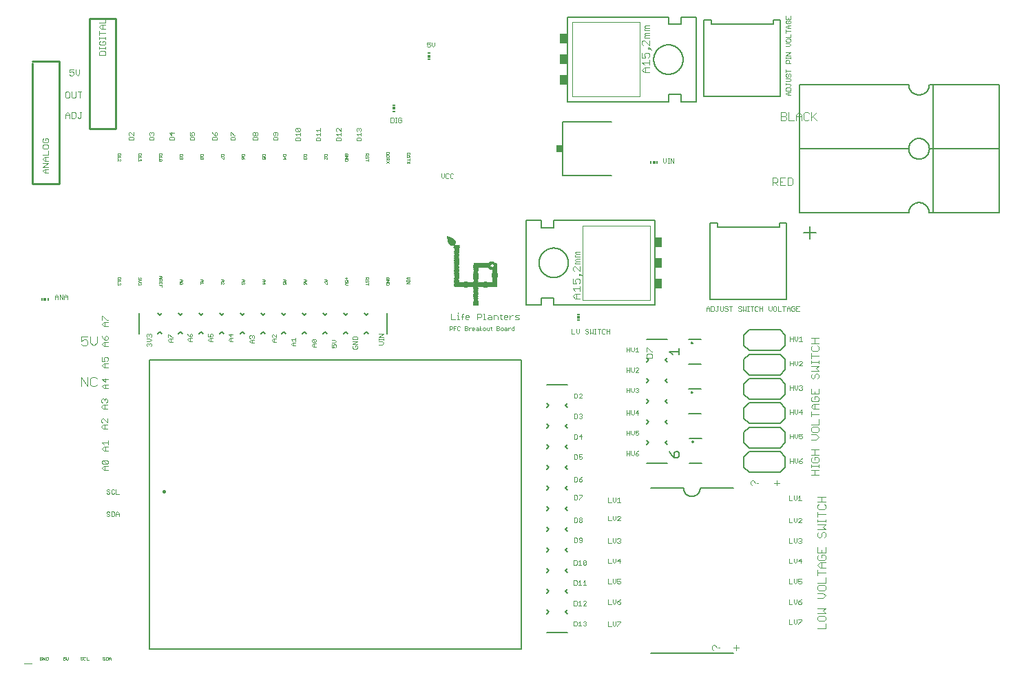
<source format=gto>
G75*
%MOIN*%
%OFA0B0*%
%FSLAX25Y25*%
%IPPOS*%
%LPD*%
%AMOC8*
5,1,8,0,0,1.08239X$1,22.5*
%
%ADD10C,0.00400*%
%ADD11C,0.00300*%
%ADD12C,0.00200*%
%ADD13C,0.00100*%
%ADD14C,0.01000*%
%ADD15R,0.00060X0.00060*%
%ADD16R,0.00180X0.00060*%
%ADD17R,0.00120X0.00060*%
%ADD18R,0.00120X0.00060*%
%ADD19R,0.00240X0.00060*%
%ADD20R,0.00240X0.00060*%
%ADD21R,0.00540X0.00060*%
%ADD22R,0.00420X0.00060*%
%ADD23R,0.00780X0.00060*%
%ADD24R,0.00300X0.00060*%
%ADD25R,0.00480X0.00060*%
%ADD26R,0.00360X0.00060*%
%ADD27R,0.00600X0.00060*%
%ADD28R,0.00960X0.00060*%
%ADD29R,0.00660X0.00060*%
%ADD30R,0.00720X0.00060*%
%ADD31R,0.00420X0.00060*%
%ADD32R,0.01020X0.00060*%
%ADD33R,0.01020X0.00060*%
%ADD34R,0.00840X0.00060*%
%ADD35R,0.00900X0.00060*%
%ADD36R,0.01080X0.00060*%
%ADD37R,0.01140X0.00060*%
%ADD38R,0.00840X0.00060*%
%ADD39R,0.00540X0.00060*%
%ADD40R,0.01320X0.00060*%
%ADD41R,0.01440X0.00060*%
%ADD42R,0.01200X0.00060*%
%ADD43R,0.01440X0.00060*%
%ADD44R,0.01500X0.00060*%
%ADD45R,0.00720X0.00060*%
%ADD46R,0.01260X0.00060*%
%ADD47R,0.01140X0.00060*%
%ADD48R,0.01560X0.00060*%
%ADD49R,0.01740X0.00060*%
%ADD50R,0.01920X0.00060*%
%ADD51R,0.02160X0.00060*%
%ADD52R,0.02280X0.00060*%
%ADD53R,0.02460X0.00060*%
%ADD54R,0.02520X0.00060*%
%ADD55R,0.02700X0.00060*%
%ADD56R,0.01380X0.00060*%
%ADD57R,0.05400X0.00060*%
%ADD58R,0.05580X0.00060*%
%ADD59R,0.05460X0.00060*%
%ADD60R,0.05640X0.00060*%
%ADD61R,0.05700X0.00060*%
%ADD62R,0.02880X0.00060*%
%ADD63R,0.02580X0.00060*%
%ADD64R,0.02400X0.00060*%
%ADD65R,0.02100X0.00060*%
%ADD66R,0.01620X0.00060*%
%ADD67R,0.01680X0.00060*%
%ADD68R,0.01320X0.00060*%
%ADD69C,0.00000*%
%ADD70C,0.01600*%
%ADD71C,0.00800*%
%ADD72R,0.03000X0.03400*%
%ADD73C,0.00600*%
%ADD74R,0.00591X0.01181*%
%ADD75R,0.01181X0.01181*%
%ADD76C,0.00500*%
%ADD77R,0.01181X0.00591*%
%ADD78C,0.00700*%
%ADD79R,0.03500X0.05000*%
D10*
X0053469Y0137280D02*
X0053469Y0141883D01*
X0056538Y0137280D01*
X0056538Y0141883D01*
X0058073Y0141116D02*
X0058073Y0138047D01*
X0058840Y0137280D01*
X0060375Y0137280D01*
X0061142Y0138047D01*
X0061142Y0141116D02*
X0060375Y0141883D01*
X0058840Y0141883D01*
X0058073Y0141116D01*
X0059608Y0156965D02*
X0061142Y0158499D01*
X0061142Y0161568D01*
X0058073Y0161568D02*
X0058073Y0158499D01*
X0059608Y0156965D01*
X0056538Y0157732D02*
X0055771Y0156965D01*
X0054236Y0156965D01*
X0053469Y0157732D01*
X0053469Y0159267D02*
X0055004Y0160034D01*
X0055771Y0160034D01*
X0056538Y0159267D01*
X0056538Y0157732D01*
X0053469Y0159267D02*
X0053469Y0161568D01*
X0056538Y0161568D01*
X0291554Y0181065D02*
X0292721Y0182233D01*
X0295057Y0182233D01*
X0295057Y0183489D02*
X0295057Y0185824D01*
X0295057Y0184656D02*
X0291554Y0184656D01*
X0292721Y0183489D01*
X0293305Y0182233D02*
X0293305Y0179898D01*
X0292721Y0179898D02*
X0291554Y0181065D01*
X0292721Y0179898D02*
X0295057Y0179898D01*
X0294473Y0187080D02*
X0295057Y0187664D01*
X0295057Y0188831D01*
X0294473Y0189415D01*
X0293305Y0189415D01*
X0292721Y0188831D01*
X0292721Y0188247D01*
X0293305Y0187080D01*
X0291554Y0187080D01*
X0291554Y0189415D01*
X0294473Y0191255D02*
X0295057Y0191255D01*
X0295057Y0191838D01*
X0294473Y0191838D01*
X0294473Y0191255D01*
X0295057Y0191838D02*
X0296224Y0190671D01*
X0295057Y0193065D02*
X0292721Y0195400D01*
X0292137Y0195400D01*
X0291554Y0194816D01*
X0291554Y0193649D01*
X0292137Y0193065D01*
X0295057Y0193065D02*
X0295057Y0195400D01*
X0295057Y0196656D02*
X0292721Y0196656D01*
X0292721Y0197240D01*
X0293305Y0197824D01*
X0292721Y0198407D01*
X0293305Y0198991D01*
X0295057Y0198991D01*
X0295057Y0197824D02*
X0293305Y0197824D01*
X0292721Y0200247D02*
X0292721Y0200831D01*
X0293305Y0201415D01*
X0292721Y0201999D01*
X0293305Y0202582D01*
X0295057Y0202582D01*
X0295057Y0201415D02*
X0293305Y0201415D01*
X0292721Y0200247D02*
X0295057Y0200247D01*
X0326141Y0289382D02*
X0324973Y0290550D01*
X0326141Y0291718D01*
X0328476Y0291718D01*
X0328476Y0292973D02*
X0328476Y0295309D01*
X0328476Y0294141D02*
X0324973Y0294141D01*
X0326141Y0292973D01*
X0326725Y0291718D02*
X0326725Y0289382D01*
X0326141Y0289382D02*
X0328476Y0289382D01*
X0327892Y0296565D02*
X0328476Y0297148D01*
X0328476Y0298316D01*
X0327892Y0298900D01*
X0326725Y0298900D01*
X0326141Y0298316D01*
X0326141Y0297732D01*
X0326725Y0296565D01*
X0324973Y0296565D01*
X0324973Y0298900D01*
X0327892Y0300739D02*
X0328476Y0300739D01*
X0328476Y0301323D01*
X0327892Y0301323D01*
X0327892Y0300739D01*
X0328476Y0301323D02*
X0329644Y0300156D01*
X0328476Y0302550D02*
X0326141Y0304885D01*
X0325557Y0304885D01*
X0324973Y0304301D01*
X0324973Y0303133D01*
X0325557Y0302550D01*
X0328476Y0302550D02*
X0328476Y0304885D01*
X0328476Y0306141D02*
X0326141Y0306141D01*
X0326141Y0306725D01*
X0326725Y0307308D01*
X0326141Y0307892D01*
X0326725Y0308476D01*
X0328476Y0308476D01*
X0328476Y0307308D02*
X0326725Y0307308D01*
X0326141Y0309732D02*
X0326141Y0310316D01*
X0326725Y0310899D01*
X0326141Y0311483D01*
X0326725Y0312067D01*
X0328476Y0312067D01*
X0328476Y0310899D02*
X0326725Y0310899D01*
X0326141Y0309732D02*
X0328476Y0309732D01*
D11*
X0392351Y0269948D02*
X0392351Y0266245D01*
X0394203Y0266245D01*
X0394820Y0266862D01*
X0394820Y0267480D01*
X0394203Y0268097D01*
X0392351Y0268097D01*
X0392351Y0269948D02*
X0394203Y0269948D01*
X0394820Y0269331D01*
X0394820Y0268714D01*
X0394203Y0268097D01*
X0396035Y0269948D02*
X0396035Y0266245D01*
X0398503Y0266245D01*
X0399718Y0266245D02*
X0399718Y0268714D01*
X0400952Y0269948D01*
X0402187Y0268714D01*
X0402187Y0266245D01*
X0403401Y0266862D02*
X0404018Y0266245D01*
X0405252Y0266245D01*
X0405870Y0266862D01*
X0407084Y0266245D02*
X0407084Y0269948D01*
X0405870Y0269331D02*
X0405252Y0269948D01*
X0404018Y0269948D01*
X0403401Y0269331D01*
X0403401Y0266862D01*
X0402187Y0268097D02*
X0399718Y0268097D01*
X0407084Y0267480D02*
X0409553Y0269948D01*
X0407701Y0268097D02*
X0409553Y0266245D01*
X0397321Y0238452D02*
X0395469Y0238452D01*
X0395469Y0234749D01*
X0397321Y0234749D01*
X0397938Y0235366D01*
X0397938Y0237835D01*
X0397321Y0238452D01*
X0394255Y0238452D02*
X0391786Y0238452D01*
X0391786Y0234749D01*
X0394255Y0234749D01*
X0393020Y0236601D02*
X0391786Y0236601D01*
X0390572Y0236601D02*
X0389955Y0235984D01*
X0388103Y0235984D01*
X0389337Y0235984D02*
X0390572Y0234749D01*
X0390572Y0236601D02*
X0390572Y0237835D01*
X0389955Y0238452D01*
X0388103Y0238452D01*
X0388103Y0234749D01*
X0406801Y0160700D02*
X0410504Y0160700D01*
X0408652Y0160700D02*
X0408652Y0158231D01*
X0407418Y0157017D02*
X0406801Y0156400D01*
X0406801Y0155165D01*
X0407418Y0154548D01*
X0409887Y0154548D01*
X0410504Y0155165D01*
X0410504Y0156400D01*
X0409887Y0157017D01*
X0410504Y0158231D02*
X0406801Y0158231D01*
X0406801Y0153334D02*
X0406801Y0150865D01*
X0406801Y0149644D02*
X0406801Y0148410D01*
X0406801Y0149027D02*
X0410504Y0149027D01*
X0410504Y0148410D02*
X0410504Y0149644D01*
X0410504Y0147195D02*
X0406801Y0147195D01*
X0406801Y0144727D02*
X0410504Y0144727D01*
X0409269Y0145961D01*
X0410504Y0147195D01*
X0409887Y0143512D02*
X0409269Y0143512D01*
X0408652Y0142895D01*
X0408652Y0141661D01*
X0408035Y0141043D01*
X0407418Y0141043D01*
X0406801Y0141661D01*
X0406801Y0142895D01*
X0407418Y0143512D01*
X0409887Y0143512D02*
X0410504Y0142895D01*
X0410504Y0141661D01*
X0409887Y0141043D01*
X0410504Y0136146D02*
X0410504Y0133677D01*
X0406801Y0133677D01*
X0406801Y0136146D01*
X0408652Y0134911D02*
X0408652Y0133677D01*
X0408652Y0132463D02*
X0408652Y0131228D01*
X0408652Y0132463D02*
X0409887Y0132463D01*
X0410504Y0131845D01*
X0410504Y0130611D01*
X0409887Y0129994D01*
X0407418Y0129994D01*
X0406801Y0130611D01*
X0406801Y0131845D01*
X0407418Y0132463D01*
X0408035Y0128780D02*
X0410504Y0128780D01*
X0408652Y0128780D02*
X0408652Y0126311D01*
X0408035Y0126311D02*
X0406801Y0127545D01*
X0408035Y0128780D01*
X0408035Y0126311D02*
X0410504Y0126311D01*
X0410504Y0123862D02*
X0406801Y0123862D01*
X0406801Y0122628D02*
X0406801Y0125096D01*
X0410504Y0121413D02*
X0410504Y0118944D01*
X0406801Y0118944D01*
X0407418Y0117730D02*
X0406801Y0117113D01*
X0406801Y0115879D01*
X0407418Y0115261D01*
X0409887Y0115261D01*
X0410504Y0115879D01*
X0410504Y0117113D01*
X0409887Y0117730D01*
X0407418Y0117730D01*
X0406801Y0114047D02*
X0409269Y0114047D01*
X0410504Y0112813D01*
X0409269Y0111578D01*
X0406801Y0111578D01*
X0406801Y0106681D02*
X0410504Y0106681D01*
X0408652Y0106681D02*
X0408652Y0104212D01*
X0408652Y0102998D02*
X0408652Y0101763D01*
X0408652Y0102998D02*
X0409887Y0102998D01*
X0410504Y0102380D01*
X0410504Y0101146D01*
X0409887Y0100529D01*
X0407418Y0100529D01*
X0406801Y0101146D01*
X0406801Y0102380D01*
X0407418Y0102998D01*
X0406801Y0104212D02*
X0410504Y0104212D01*
X0410504Y0099308D02*
X0410504Y0098073D01*
X0410504Y0098691D02*
X0406801Y0098691D01*
X0406801Y0099308D02*
X0406801Y0098073D01*
X0406801Y0096859D02*
X0410504Y0096859D01*
X0408652Y0096859D02*
X0408652Y0094390D01*
X0406801Y0094390D02*
X0410504Y0094390D01*
X0410065Y0083928D02*
X0413768Y0083928D01*
X0411916Y0083928D02*
X0411916Y0081460D01*
X0410682Y0080245D02*
X0410065Y0079628D01*
X0410065Y0078394D01*
X0410682Y0077777D01*
X0413151Y0077777D01*
X0413768Y0078394D01*
X0413768Y0079628D01*
X0413151Y0080245D01*
X0413768Y0081460D02*
X0410065Y0081460D01*
X0410065Y0076562D02*
X0410065Y0074093D01*
X0410065Y0072872D02*
X0410065Y0071638D01*
X0410065Y0072255D02*
X0413768Y0072255D01*
X0413768Y0071638D02*
X0413768Y0072872D01*
X0413768Y0070424D02*
X0410065Y0070424D01*
X0410065Y0067955D02*
X0413768Y0067955D01*
X0412534Y0069189D01*
X0413768Y0070424D01*
X0413151Y0066740D02*
X0413768Y0066123D01*
X0413768Y0064889D01*
X0413151Y0064272D01*
X0411916Y0064889D02*
X0411916Y0066123D01*
X0412534Y0066740D01*
X0413151Y0066740D01*
X0411916Y0064889D02*
X0411299Y0064272D01*
X0410682Y0064272D01*
X0410065Y0064889D01*
X0410065Y0066123D01*
X0410682Y0066740D01*
X0410065Y0059374D02*
X0410065Y0056905D01*
X0413768Y0056905D01*
X0413768Y0059374D01*
X0411916Y0058140D02*
X0411916Y0056905D01*
X0411916Y0055691D02*
X0411916Y0054457D01*
X0411916Y0055691D02*
X0413151Y0055691D01*
X0413768Y0055074D01*
X0413768Y0053839D01*
X0413151Y0053222D01*
X0410682Y0053222D01*
X0410065Y0053839D01*
X0410065Y0055074D01*
X0410682Y0055691D01*
X0411299Y0052008D02*
X0413768Y0052008D01*
X0411916Y0052008D02*
X0411916Y0049539D01*
X0411299Y0049539D02*
X0410065Y0050774D01*
X0411299Y0052008D01*
X0411299Y0049539D02*
X0413768Y0049539D01*
X0413768Y0047090D02*
X0410065Y0047090D01*
X0410065Y0045856D02*
X0410065Y0048325D01*
X0413768Y0044642D02*
X0413768Y0042173D01*
X0410065Y0042173D01*
X0410682Y0040958D02*
X0410065Y0040341D01*
X0410065Y0039107D01*
X0410682Y0038490D01*
X0413151Y0038490D01*
X0413768Y0039107D01*
X0413768Y0040341D01*
X0413151Y0040958D01*
X0410682Y0040958D01*
X0410065Y0037275D02*
X0412534Y0037275D01*
X0413768Y0036041D01*
X0412534Y0034807D01*
X0410065Y0034807D01*
X0410065Y0029909D02*
X0413768Y0029909D01*
X0412534Y0028675D01*
X0413768Y0027440D01*
X0410065Y0027440D01*
X0410682Y0026226D02*
X0410065Y0025609D01*
X0410065Y0024374D01*
X0410682Y0023757D01*
X0413151Y0023757D01*
X0413768Y0024374D01*
X0413768Y0025609D01*
X0413151Y0026226D01*
X0410682Y0026226D01*
X0413768Y0022543D02*
X0413768Y0020074D01*
X0410065Y0020074D01*
X0371812Y0010844D02*
X0369343Y0010844D01*
X0370578Y0012078D02*
X0370578Y0009609D01*
X0362587Y0010844D02*
X0361970Y0010844D01*
X0361352Y0010844D02*
X0360118Y0012078D01*
X0359501Y0012078D01*
X0358884Y0011461D01*
X0358884Y0010227D01*
X0359501Y0009609D01*
X0410065Y0075328D02*
X0413768Y0075328D01*
X0391497Y0090568D02*
X0389028Y0090568D01*
X0390263Y0089334D02*
X0390263Y0091803D01*
X0381288Y0090568D02*
X0380670Y0090568D01*
X0380053Y0090568D02*
X0378819Y0091803D01*
X0378202Y0091803D01*
X0377584Y0091185D01*
X0377584Y0089951D01*
X0378202Y0089334D01*
X0406801Y0152099D02*
X0410504Y0152099D01*
X0330044Y0152539D02*
X0329560Y0153023D01*
X0327625Y0153023D01*
X0327141Y0152539D01*
X0327141Y0151088D01*
X0330044Y0151088D01*
X0330044Y0152539D01*
X0330044Y0154034D02*
X0329560Y0154034D01*
X0327625Y0155969D01*
X0327141Y0155969D01*
X0327141Y0154034D01*
X0265423Y0170194D02*
X0264939Y0170677D01*
X0263972Y0170677D01*
X0263488Y0171161D01*
X0263972Y0171645D01*
X0265423Y0171645D01*
X0265423Y0170194D02*
X0264939Y0169710D01*
X0263488Y0169710D01*
X0262484Y0171645D02*
X0262000Y0171645D01*
X0261033Y0170677D01*
X0261033Y0169710D02*
X0261033Y0171645D01*
X0260021Y0171161D02*
X0260021Y0170677D01*
X0258086Y0170677D01*
X0258086Y0170194D02*
X0258086Y0171161D01*
X0258570Y0171645D01*
X0259537Y0171645D01*
X0260021Y0171161D01*
X0259537Y0169710D02*
X0258570Y0169710D01*
X0258086Y0170194D01*
X0257089Y0169710D02*
X0256606Y0170194D01*
X0256606Y0172129D01*
X0257089Y0171645D02*
X0256122Y0171645D01*
X0255110Y0171161D02*
X0255110Y0169710D01*
X0255110Y0171161D02*
X0254627Y0171645D01*
X0253175Y0171645D01*
X0253175Y0169710D01*
X0252164Y0169710D02*
X0250713Y0169710D01*
X0250229Y0170194D01*
X0250713Y0170677D01*
X0252164Y0170677D01*
X0252164Y0171161D02*
X0252164Y0169710D01*
X0252164Y0171161D02*
X0251680Y0171645D01*
X0250713Y0171645D01*
X0248748Y0172612D02*
X0248748Y0169710D01*
X0248264Y0169710D02*
X0249232Y0169710D01*
X0247253Y0171161D02*
X0246769Y0170677D01*
X0245318Y0170677D01*
X0245318Y0169710D02*
X0245318Y0172612D01*
X0246769Y0172612D01*
X0247253Y0172129D01*
X0247253Y0171161D01*
X0248264Y0172612D02*
X0248748Y0172612D01*
X0241360Y0171161D02*
X0241360Y0170677D01*
X0239425Y0170677D01*
X0239425Y0170194D02*
X0239425Y0171161D01*
X0239909Y0171645D01*
X0240876Y0171645D01*
X0241360Y0171161D01*
X0240876Y0169710D02*
X0239909Y0169710D01*
X0239425Y0170194D01*
X0238428Y0171161D02*
X0237461Y0171161D01*
X0237944Y0172129D02*
X0238428Y0172612D01*
X0237944Y0172129D02*
X0237944Y0169710D01*
X0236464Y0169710D02*
X0235496Y0169710D01*
X0235980Y0169710D02*
X0235980Y0171645D01*
X0235496Y0171645D01*
X0235980Y0172612D02*
X0235980Y0173096D01*
X0232550Y0172612D02*
X0232550Y0169710D01*
X0234485Y0169710D01*
X0066484Y0169380D02*
X0066000Y0169380D01*
X0064065Y0171315D01*
X0063581Y0171315D01*
X0063581Y0169380D01*
X0064549Y0168368D02*
X0066484Y0168368D01*
X0065033Y0168368D02*
X0065033Y0166433D01*
X0064549Y0166433D02*
X0066484Y0166433D01*
X0064549Y0166433D02*
X0063581Y0167401D01*
X0064549Y0168368D01*
X0065516Y0161752D02*
X0065033Y0161269D01*
X0065033Y0159817D01*
X0066000Y0159817D01*
X0066484Y0160301D01*
X0066484Y0161269D01*
X0066000Y0161752D01*
X0065516Y0161752D01*
X0064065Y0160785D02*
X0065033Y0159817D01*
X0065033Y0158806D02*
X0065033Y0156871D01*
X0064549Y0156871D02*
X0066484Y0156871D01*
X0066484Y0158806D02*
X0064549Y0158806D01*
X0063581Y0157838D01*
X0064549Y0156871D01*
X0064065Y0160785D02*
X0063581Y0161752D01*
X0063581Y0151468D02*
X0063581Y0149533D01*
X0065033Y0149533D01*
X0064549Y0150501D01*
X0064549Y0150984D01*
X0065033Y0151468D01*
X0066000Y0151468D01*
X0066484Y0150984D01*
X0066484Y0150017D01*
X0066000Y0149533D01*
X0066484Y0148522D02*
X0064549Y0148522D01*
X0063581Y0147554D01*
X0064549Y0146587D01*
X0066484Y0146587D01*
X0065033Y0146587D02*
X0065033Y0148522D01*
X0065118Y0141224D02*
X0065118Y0139289D01*
X0063667Y0140741D01*
X0066569Y0140741D01*
X0066569Y0138278D02*
X0064634Y0138278D01*
X0063667Y0137310D01*
X0064634Y0136343D01*
X0066569Y0136343D01*
X0065118Y0136343D02*
X0065118Y0138278D01*
X0065236Y0131360D02*
X0064752Y0130876D01*
X0064752Y0130393D01*
X0064752Y0130876D02*
X0064269Y0131360D01*
X0063785Y0131360D01*
X0063301Y0130876D01*
X0063301Y0129909D01*
X0063785Y0129425D01*
X0064269Y0128414D02*
X0066204Y0128414D01*
X0065720Y0129425D02*
X0066204Y0129909D01*
X0066204Y0130876D01*
X0065720Y0131360D01*
X0065236Y0131360D01*
X0064752Y0128414D02*
X0064752Y0126479D01*
X0064269Y0126479D02*
X0063301Y0127446D01*
X0064269Y0128414D01*
X0064269Y0126479D02*
X0066204Y0126479D01*
X0066204Y0121679D02*
X0066204Y0119744D01*
X0064269Y0121679D01*
X0063785Y0121679D01*
X0063301Y0121195D01*
X0063301Y0120228D01*
X0063785Y0119744D01*
X0064269Y0118732D02*
X0066204Y0118732D01*
X0064752Y0118732D02*
X0064752Y0116797D01*
X0064269Y0116797D02*
X0063301Y0117765D01*
X0064269Y0118732D01*
X0064269Y0116797D02*
X0066204Y0116797D01*
X0066569Y0111084D02*
X0066569Y0109149D01*
X0066569Y0110117D02*
X0063667Y0110117D01*
X0064634Y0109149D01*
X0064634Y0108138D02*
X0066569Y0108138D01*
X0065118Y0108138D02*
X0065118Y0106203D01*
X0064634Y0106203D02*
X0066569Y0106203D01*
X0064634Y0106203D02*
X0063667Y0107170D01*
X0064634Y0108138D01*
X0064108Y0101592D02*
X0066043Y0099657D01*
X0066527Y0100141D01*
X0066527Y0101109D01*
X0066043Y0101592D01*
X0064108Y0101592D01*
X0063624Y0101109D01*
X0063624Y0100141D01*
X0064108Y0099657D01*
X0066043Y0099657D01*
X0066527Y0098646D02*
X0064592Y0098646D01*
X0063624Y0097678D01*
X0064592Y0096711D01*
X0066527Y0096711D01*
X0065075Y0096711D02*
X0065075Y0098646D01*
X0037721Y0240655D02*
X0035786Y0240655D01*
X0034818Y0241622D01*
X0035786Y0242590D01*
X0037721Y0242590D01*
X0037721Y0243601D02*
X0034818Y0243601D01*
X0037721Y0245536D01*
X0034818Y0245536D01*
X0035786Y0246548D02*
X0034818Y0247515D01*
X0035786Y0248483D01*
X0037721Y0248483D01*
X0037721Y0249494D02*
X0037721Y0251429D01*
X0037237Y0252441D02*
X0037721Y0252925D01*
X0037721Y0253892D01*
X0037237Y0254376D01*
X0035302Y0254376D01*
X0034818Y0253892D01*
X0034818Y0252925D01*
X0035302Y0252441D01*
X0037237Y0252441D01*
X0037237Y0255387D02*
X0037721Y0255871D01*
X0037721Y0256839D01*
X0037237Y0257322D01*
X0036270Y0257322D01*
X0036270Y0256355D01*
X0035302Y0255387D02*
X0037237Y0255387D01*
X0035302Y0255387D02*
X0034818Y0255871D01*
X0034818Y0256839D01*
X0035302Y0257322D01*
X0034818Y0249494D02*
X0037721Y0249494D01*
X0036270Y0248483D02*
X0036270Y0246548D01*
X0035786Y0246548D02*
X0037721Y0246548D01*
X0036270Y0242590D02*
X0036270Y0240655D01*
X0045895Y0267230D02*
X0045895Y0269165D01*
X0046862Y0270132D01*
X0047830Y0269165D01*
X0047830Y0267230D01*
X0048841Y0267230D02*
X0050292Y0267230D01*
X0050776Y0267713D01*
X0050776Y0269648D01*
X0050292Y0270132D01*
X0048841Y0270132D01*
X0048841Y0267230D01*
X0047830Y0268681D02*
X0045895Y0268681D01*
X0051788Y0267713D02*
X0052272Y0267230D01*
X0052755Y0267230D01*
X0053239Y0267713D01*
X0053239Y0270132D01*
X0052755Y0270132D02*
X0053723Y0270132D01*
X0052755Y0277072D02*
X0052755Y0279975D01*
X0051788Y0279975D02*
X0053723Y0279975D01*
X0050776Y0279975D02*
X0050776Y0277556D01*
X0050292Y0277072D01*
X0049325Y0277072D01*
X0048841Y0277556D01*
X0048841Y0279975D01*
X0047830Y0279491D02*
X0047346Y0279975D01*
X0046378Y0279975D01*
X0045895Y0279491D01*
X0045895Y0277556D01*
X0046378Y0277072D01*
X0047346Y0277072D01*
X0047830Y0277556D01*
X0047830Y0279491D01*
X0048347Y0287899D02*
X0047863Y0288383D01*
X0048347Y0287899D02*
X0049314Y0287899D01*
X0049798Y0288383D01*
X0049798Y0289350D01*
X0049314Y0289834D01*
X0048831Y0289834D01*
X0047863Y0289350D01*
X0047863Y0290801D01*
X0049798Y0290801D01*
X0050810Y0290801D02*
X0050810Y0288866D01*
X0051777Y0287899D01*
X0052745Y0288866D01*
X0052745Y0290801D01*
X0062377Y0297741D02*
X0062377Y0299193D01*
X0062861Y0299676D01*
X0064796Y0299676D01*
X0065280Y0299193D01*
X0065280Y0297741D01*
X0062377Y0297741D01*
X0062377Y0300688D02*
X0062377Y0301655D01*
X0062377Y0301172D02*
X0065280Y0301172D01*
X0065280Y0301655D02*
X0065280Y0300688D01*
X0064796Y0302652D02*
X0065280Y0303136D01*
X0065280Y0304103D01*
X0064796Y0304587D01*
X0063829Y0304587D01*
X0063829Y0303620D01*
X0062861Y0302652D02*
X0064796Y0302652D01*
X0062861Y0302652D02*
X0062377Y0303136D01*
X0062377Y0304103D01*
X0062861Y0304587D01*
X0062377Y0305599D02*
X0062377Y0306566D01*
X0062377Y0306082D02*
X0065280Y0306082D01*
X0065280Y0305599D02*
X0065280Y0306566D01*
X0065280Y0308531D02*
X0062377Y0308531D01*
X0062377Y0309498D02*
X0062377Y0307563D01*
X0063345Y0310510D02*
X0062377Y0311477D01*
X0063345Y0312445D01*
X0065280Y0312445D01*
X0065280Y0313456D02*
X0065280Y0315391D01*
X0065280Y0313456D02*
X0062377Y0313456D01*
X0063829Y0312445D02*
X0063829Y0310510D01*
X0063345Y0310510D02*
X0065280Y0310510D01*
D12*
X0076997Y0260375D02*
X0076630Y0260008D01*
X0076630Y0259274D01*
X0076997Y0258907D01*
X0076997Y0258165D02*
X0076630Y0257798D01*
X0076630Y0256697D01*
X0078832Y0256697D01*
X0078832Y0257798D01*
X0078465Y0258165D01*
X0076997Y0258165D01*
X0078832Y0258907D02*
X0077364Y0260375D01*
X0076997Y0260375D01*
X0078832Y0260375D02*
X0078832Y0258907D01*
X0086473Y0259274D02*
X0086473Y0260008D01*
X0086840Y0260375D01*
X0087207Y0260375D01*
X0087574Y0260008D01*
X0087941Y0260375D01*
X0088308Y0260375D01*
X0088675Y0260008D01*
X0088675Y0259274D01*
X0088308Y0258907D01*
X0088308Y0258165D02*
X0086840Y0258165D01*
X0086473Y0257798D01*
X0086473Y0256697D01*
X0088675Y0256697D01*
X0088675Y0257798D01*
X0088308Y0258165D01*
X0086840Y0258907D02*
X0086473Y0259274D01*
X0087574Y0259641D02*
X0087574Y0260008D01*
X0096315Y0260008D02*
X0097416Y0258907D01*
X0097416Y0260375D01*
X0098517Y0260008D02*
X0096315Y0260008D01*
X0096682Y0258165D02*
X0096315Y0257798D01*
X0096315Y0256697D01*
X0098517Y0256697D01*
X0098517Y0257798D01*
X0098150Y0258165D01*
X0096682Y0258165D01*
X0106158Y0257798D02*
X0106158Y0256697D01*
X0108360Y0256697D01*
X0108360Y0257798D01*
X0107993Y0258165D01*
X0106525Y0258165D01*
X0106158Y0257798D01*
X0106158Y0258907D02*
X0107259Y0258907D01*
X0106892Y0259641D01*
X0106892Y0260008D01*
X0107259Y0260375D01*
X0107993Y0260375D01*
X0108360Y0260008D01*
X0108360Y0259274D01*
X0107993Y0258907D01*
X0106158Y0258907D02*
X0106158Y0260375D01*
X0116985Y0260375D02*
X0117352Y0259641D01*
X0118086Y0258907D01*
X0118086Y0260008D01*
X0118453Y0260375D01*
X0118820Y0260375D01*
X0119186Y0260008D01*
X0119186Y0259274D01*
X0118820Y0258907D01*
X0118086Y0258907D01*
X0118820Y0258165D02*
X0117352Y0258165D01*
X0116985Y0257798D01*
X0116985Y0256697D01*
X0119186Y0256697D01*
X0119186Y0257798D01*
X0118820Y0258165D01*
X0125843Y0257798D02*
X0125843Y0256697D01*
X0128045Y0256697D01*
X0128045Y0257798D01*
X0127678Y0258165D01*
X0126210Y0258165D01*
X0125843Y0257798D01*
X0125843Y0258907D02*
X0125843Y0260375D01*
X0126210Y0260375D01*
X0127678Y0258907D01*
X0128045Y0258907D01*
X0136670Y0259274D02*
X0136670Y0260008D01*
X0137037Y0260375D01*
X0137404Y0260375D01*
X0137771Y0260008D01*
X0137771Y0259274D01*
X0137404Y0258907D01*
X0137037Y0258907D01*
X0136670Y0259274D01*
X0137771Y0259274D02*
X0138138Y0258907D01*
X0138505Y0258907D01*
X0138872Y0259274D01*
X0138872Y0260008D01*
X0138505Y0260375D01*
X0138138Y0260375D01*
X0137771Y0260008D01*
X0138505Y0258165D02*
X0137037Y0258165D01*
X0136670Y0257798D01*
X0136670Y0256697D01*
X0138872Y0256697D01*
X0138872Y0257798D01*
X0138505Y0258165D01*
X0146512Y0257798D02*
X0146512Y0256697D01*
X0148714Y0256697D01*
X0148714Y0257798D01*
X0148347Y0258165D01*
X0146879Y0258165D01*
X0146512Y0257798D01*
X0146879Y0258907D02*
X0147246Y0258907D01*
X0147613Y0259274D01*
X0147613Y0260375D01*
X0146879Y0260375D02*
X0146512Y0260008D01*
X0146512Y0259274D01*
X0146879Y0258907D01*
X0146879Y0260375D02*
X0148347Y0260375D01*
X0148714Y0260008D01*
X0148714Y0259274D01*
X0148347Y0258907D01*
X0157339Y0259399D02*
X0159541Y0259399D01*
X0159541Y0258665D02*
X0159541Y0260133D01*
X0159174Y0260875D02*
X0157706Y0262343D01*
X0159174Y0262343D01*
X0159541Y0261976D01*
X0159541Y0261242D01*
X0159174Y0260875D01*
X0157706Y0260875D01*
X0157339Y0261242D01*
X0157339Y0261976D01*
X0157706Y0262343D01*
X0157339Y0259399D02*
X0158073Y0258665D01*
X0157706Y0257923D02*
X0157339Y0257556D01*
X0157339Y0256455D01*
X0159541Y0256455D01*
X0159541Y0257556D01*
X0159174Y0257923D01*
X0157706Y0257923D01*
X0167181Y0257556D02*
X0167181Y0256455D01*
X0169383Y0256455D01*
X0169383Y0257556D01*
X0169016Y0257923D01*
X0167548Y0257923D01*
X0167181Y0257556D01*
X0167915Y0258665D02*
X0167181Y0259399D01*
X0169383Y0259399D01*
X0169383Y0258665D02*
X0169383Y0260133D01*
X0169383Y0260875D02*
X0169383Y0262343D01*
X0169383Y0261609D02*
X0167181Y0261609D01*
X0167915Y0260875D01*
X0177024Y0261242D02*
X0177391Y0260875D01*
X0177024Y0261242D02*
X0177024Y0261976D01*
X0177391Y0262343D01*
X0177758Y0262343D01*
X0179226Y0260875D01*
X0179226Y0262343D01*
X0179226Y0260133D02*
X0179226Y0258665D01*
X0179226Y0259399D02*
X0177024Y0259399D01*
X0177758Y0258665D01*
X0177391Y0257923D02*
X0177024Y0257556D01*
X0177024Y0256455D01*
X0179226Y0256455D01*
X0179226Y0257556D01*
X0178859Y0257923D01*
X0177391Y0257923D01*
X0186866Y0257556D02*
X0186866Y0256455D01*
X0189068Y0256455D01*
X0189068Y0257556D01*
X0188701Y0257923D01*
X0187233Y0257923D01*
X0186866Y0257556D01*
X0187600Y0258665D02*
X0186866Y0259399D01*
X0189068Y0259399D01*
X0189068Y0258665D02*
X0189068Y0260133D01*
X0188701Y0260875D02*
X0189068Y0261242D01*
X0189068Y0261976D01*
X0188701Y0262343D01*
X0188334Y0262343D01*
X0187967Y0261976D01*
X0187967Y0261609D01*
X0187967Y0261976D02*
X0187600Y0262343D01*
X0187233Y0262343D01*
X0186866Y0261976D01*
X0186866Y0261242D01*
X0187233Y0260875D01*
X0203325Y0265211D02*
X0204426Y0265211D01*
X0204793Y0265578D01*
X0204793Y0267046D01*
X0204426Y0267413D01*
X0203325Y0267413D01*
X0203325Y0265211D01*
X0205535Y0265211D02*
X0206269Y0265211D01*
X0205902Y0265211D02*
X0205902Y0267413D01*
X0205535Y0267413D02*
X0206269Y0267413D01*
X0207008Y0267046D02*
X0207008Y0265578D01*
X0207375Y0265211D01*
X0208109Y0265211D01*
X0208476Y0265578D01*
X0208476Y0266312D01*
X0207742Y0266312D01*
X0207008Y0267046D02*
X0207375Y0267413D01*
X0208109Y0267413D01*
X0208476Y0267046D01*
X0227790Y0240322D02*
X0227790Y0238854D01*
X0228524Y0238120D01*
X0229258Y0238854D01*
X0229258Y0240322D01*
X0230000Y0239955D02*
X0230000Y0238487D01*
X0230367Y0238120D01*
X0231101Y0238120D01*
X0231468Y0238487D01*
X0232210Y0238487D02*
X0232577Y0238120D01*
X0233311Y0238120D01*
X0233678Y0238487D01*
X0233678Y0239955D02*
X0233311Y0240322D01*
X0232577Y0240322D01*
X0232210Y0239955D01*
X0232210Y0238487D01*
X0231468Y0239955D02*
X0231101Y0240322D01*
X0230367Y0240322D01*
X0230000Y0239955D01*
X0291276Y0277623D02*
X0323776Y0277623D01*
X0323776Y0313623D01*
X0291276Y0313623D01*
X0291276Y0277623D01*
X0335215Y0247728D02*
X0335215Y0246260D01*
X0335949Y0245526D01*
X0336683Y0246260D01*
X0336683Y0247728D01*
X0337425Y0247728D02*
X0338159Y0247728D01*
X0337792Y0247728D02*
X0337792Y0245526D01*
X0337425Y0245526D02*
X0338159Y0245526D01*
X0338898Y0245526D02*
X0338898Y0247728D01*
X0340366Y0245526D01*
X0340366Y0247728D01*
X0328757Y0215198D02*
X0296257Y0215198D01*
X0296257Y0179198D01*
X0328757Y0179198D01*
X0328757Y0215198D01*
X0356894Y0176062D02*
X0357628Y0175328D01*
X0357628Y0173860D01*
X0358370Y0173860D02*
X0359471Y0173860D01*
X0359837Y0174227D01*
X0359837Y0175695D01*
X0359471Y0176062D01*
X0358370Y0176062D01*
X0358370Y0173860D01*
X0357628Y0174961D02*
X0356160Y0174961D01*
X0356160Y0175328D02*
X0356894Y0176062D01*
X0356160Y0175328D02*
X0356160Y0173860D01*
X0360579Y0174227D02*
X0360946Y0173860D01*
X0361313Y0173860D01*
X0361680Y0174227D01*
X0361680Y0176062D01*
X0361313Y0176062D02*
X0362047Y0176062D01*
X0362789Y0176062D02*
X0362789Y0174227D01*
X0363156Y0173860D01*
X0363890Y0173860D01*
X0364257Y0174227D01*
X0364257Y0176062D01*
X0364999Y0175695D02*
X0364999Y0175328D01*
X0365366Y0174961D01*
X0366100Y0174961D01*
X0366467Y0174594D01*
X0366467Y0174227D01*
X0366100Y0173860D01*
X0365366Y0173860D01*
X0364999Y0174227D01*
X0364999Y0175695D02*
X0365366Y0176062D01*
X0366100Y0176062D01*
X0366467Y0175695D01*
X0367209Y0176062D02*
X0368677Y0176062D01*
X0367943Y0176062D02*
X0367943Y0173860D01*
X0371629Y0174227D02*
X0371996Y0173860D01*
X0372730Y0173860D01*
X0373097Y0174227D01*
X0373097Y0174594D01*
X0372730Y0174961D01*
X0371996Y0174961D01*
X0371629Y0175328D01*
X0371629Y0175695D01*
X0371996Y0176062D01*
X0372730Y0176062D01*
X0373097Y0175695D01*
X0373839Y0176062D02*
X0373839Y0173860D01*
X0374573Y0174594D01*
X0375307Y0173860D01*
X0375307Y0176062D01*
X0376049Y0176062D02*
X0376783Y0176062D01*
X0376416Y0176062D02*
X0376416Y0173860D01*
X0376049Y0173860D02*
X0376783Y0173860D01*
X0378256Y0173860D02*
X0378256Y0176062D01*
X0377522Y0176062D02*
X0378990Y0176062D01*
X0379732Y0175695D02*
X0379732Y0174227D01*
X0380099Y0173860D01*
X0380833Y0173860D01*
X0381200Y0174227D01*
X0381942Y0173860D02*
X0381942Y0176062D01*
X0381200Y0175695D02*
X0380833Y0176062D01*
X0380099Y0176062D01*
X0379732Y0175695D01*
X0381942Y0174961D02*
X0383410Y0174961D01*
X0383410Y0176062D02*
X0383410Y0173860D01*
X0386361Y0174594D02*
X0387095Y0173860D01*
X0387829Y0174594D01*
X0387829Y0176062D01*
X0388571Y0175695D02*
X0388571Y0174227D01*
X0388938Y0173860D01*
X0389672Y0173860D01*
X0390039Y0174227D01*
X0390039Y0175695D01*
X0389672Y0176062D01*
X0388938Y0176062D01*
X0388571Y0175695D01*
X0386361Y0176062D02*
X0386361Y0174594D01*
X0390781Y0173860D02*
X0392249Y0173860D01*
X0390781Y0173860D02*
X0390781Y0176062D01*
X0392991Y0176062D02*
X0394459Y0176062D01*
X0393725Y0176062D02*
X0393725Y0173860D01*
X0395201Y0173860D02*
X0395201Y0175328D01*
X0395935Y0176062D01*
X0396669Y0175328D01*
X0396669Y0173860D01*
X0397411Y0174227D02*
X0397778Y0173860D01*
X0398512Y0173860D01*
X0398879Y0174227D01*
X0398879Y0174961D01*
X0398145Y0174961D01*
X0398879Y0175695D02*
X0398512Y0176062D01*
X0397778Y0176062D01*
X0397411Y0175695D01*
X0397411Y0174227D01*
X0396669Y0174961D02*
X0395201Y0174961D01*
X0399621Y0174961D02*
X0400355Y0174961D01*
X0401089Y0176062D02*
X0399621Y0176062D01*
X0399621Y0173860D01*
X0401089Y0173860D01*
X0401776Y0161414D02*
X0401776Y0159212D01*
X0401042Y0159212D02*
X0402510Y0159212D01*
X0401042Y0160680D02*
X0401776Y0161414D01*
X0400300Y0161414D02*
X0400300Y0159946D01*
X0399567Y0159212D01*
X0398833Y0159946D01*
X0398833Y0161414D01*
X0398091Y0161414D02*
X0398091Y0159212D01*
X0398091Y0160313D02*
X0396623Y0160313D01*
X0396623Y0159212D02*
X0396623Y0161414D01*
X0396623Y0149603D02*
X0396623Y0147401D01*
X0396623Y0148502D02*
X0398091Y0148502D01*
X0398833Y0148135D02*
X0399567Y0147401D01*
X0400300Y0148135D01*
X0400300Y0149603D01*
X0401042Y0149236D02*
X0401409Y0149603D01*
X0402143Y0149603D01*
X0402510Y0149236D01*
X0402510Y0148869D01*
X0401042Y0147401D01*
X0402510Y0147401D01*
X0398833Y0148135D02*
X0398833Y0149603D01*
X0398091Y0149603D02*
X0398091Y0147401D01*
X0398091Y0137792D02*
X0398091Y0135590D01*
X0398833Y0136324D02*
X0399567Y0135590D01*
X0400300Y0136324D01*
X0400300Y0137792D01*
X0401042Y0137425D02*
X0401409Y0137792D01*
X0402143Y0137792D01*
X0402510Y0137425D01*
X0402510Y0137058D01*
X0402143Y0136691D01*
X0402510Y0136324D01*
X0402510Y0135957D01*
X0402143Y0135590D01*
X0401409Y0135590D01*
X0401042Y0135957D01*
X0401776Y0136691D02*
X0402143Y0136691D01*
X0398833Y0136324D02*
X0398833Y0137792D01*
X0398091Y0136691D02*
X0396623Y0136691D01*
X0396623Y0135590D02*
X0396623Y0137792D01*
X0396623Y0125981D02*
X0396623Y0123779D01*
X0396623Y0124880D02*
X0398091Y0124880D01*
X0398833Y0124513D02*
X0399567Y0123779D01*
X0400300Y0124513D01*
X0400300Y0125981D01*
X0401042Y0124880D02*
X0402143Y0125981D01*
X0402143Y0123779D01*
X0402510Y0124880D02*
X0401042Y0124880D01*
X0398833Y0124513D02*
X0398833Y0125981D01*
X0398091Y0125981D02*
X0398091Y0123779D01*
X0398091Y0114170D02*
X0398091Y0111968D01*
X0398833Y0112702D02*
X0399567Y0111968D01*
X0400300Y0112702D01*
X0400300Y0114170D01*
X0401042Y0114170D02*
X0401042Y0113069D01*
X0401776Y0113436D01*
X0402143Y0113436D01*
X0402510Y0113069D01*
X0402510Y0112335D01*
X0402143Y0111968D01*
X0401409Y0111968D01*
X0401042Y0112335D01*
X0401042Y0114170D02*
X0402510Y0114170D01*
X0398833Y0114170D02*
X0398833Y0112702D01*
X0398091Y0113069D02*
X0396623Y0113069D01*
X0396623Y0111968D02*
X0396623Y0114170D01*
X0396623Y0102359D02*
X0396623Y0100157D01*
X0396623Y0101258D02*
X0398091Y0101258D01*
X0398833Y0100891D02*
X0398833Y0102359D01*
X0398091Y0102359D02*
X0398091Y0100157D01*
X0398833Y0100891D02*
X0399567Y0100157D01*
X0400300Y0100891D01*
X0400300Y0102359D01*
X0401042Y0101258D02*
X0402143Y0101258D01*
X0402510Y0100891D01*
X0402510Y0100524D01*
X0402143Y0100157D01*
X0401409Y0100157D01*
X0401042Y0100524D01*
X0401042Y0101258D01*
X0401776Y0101992D01*
X0402510Y0102359D01*
X0401392Y0084342D02*
X0401392Y0082140D01*
X0400658Y0082140D02*
X0402126Y0082140D01*
X0400658Y0083608D02*
X0401392Y0084342D01*
X0399916Y0084342D02*
X0399916Y0082874D01*
X0399182Y0082140D01*
X0398448Y0082874D01*
X0398448Y0084342D01*
X0396238Y0084342D02*
X0396238Y0082140D01*
X0397706Y0082140D01*
X0398448Y0073515D02*
X0398448Y0072047D01*
X0399182Y0071313D01*
X0399916Y0072047D01*
X0399916Y0073515D01*
X0400658Y0073148D02*
X0401025Y0073515D01*
X0401759Y0073515D01*
X0402126Y0073148D01*
X0402126Y0072781D01*
X0400658Y0071313D01*
X0402126Y0071313D01*
X0397706Y0071313D02*
X0396238Y0071313D01*
X0396238Y0073515D01*
X0396238Y0063673D02*
X0396238Y0061471D01*
X0397706Y0061471D01*
X0398448Y0062205D02*
X0399182Y0061471D01*
X0399916Y0062205D01*
X0399916Y0063673D01*
X0400658Y0063306D02*
X0401025Y0063673D01*
X0401759Y0063673D01*
X0402126Y0063306D01*
X0402126Y0062939D01*
X0401759Y0062572D01*
X0402126Y0062205D01*
X0402126Y0061838D01*
X0401759Y0061471D01*
X0401025Y0061471D01*
X0400658Y0061838D01*
X0401392Y0062572D02*
X0401759Y0062572D01*
X0398448Y0062205D02*
X0398448Y0063673D01*
X0398448Y0053830D02*
X0398448Y0052362D01*
X0399182Y0051628D01*
X0399916Y0052362D01*
X0399916Y0053830D01*
X0400658Y0052729D02*
X0402126Y0052729D01*
X0401759Y0051628D02*
X0401759Y0053830D01*
X0400658Y0052729D01*
X0397706Y0051628D02*
X0396238Y0051628D01*
X0396238Y0053830D01*
X0396238Y0043988D02*
X0396238Y0041786D01*
X0397706Y0041786D01*
X0398448Y0042520D02*
X0399182Y0041786D01*
X0399916Y0042520D01*
X0399916Y0043988D01*
X0400658Y0043988D02*
X0400658Y0042887D01*
X0401392Y0043254D01*
X0401759Y0043254D01*
X0402126Y0042887D01*
X0402126Y0042153D01*
X0401759Y0041786D01*
X0401025Y0041786D01*
X0400658Y0042153D01*
X0400658Y0043988D02*
X0402126Y0043988D01*
X0398448Y0043988D02*
X0398448Y0042520D01*
X0398448Y0034145D02*
X0398448Y0032677D01*
X0399182Y0031943D01*
X0399916Y0032677D01*
X0399916Y0034145D01*
X0400658Y0033044D02*
X0401759Y0033044D01*
X0402126Y0032677D01*
X0402126Y0032310D01*
X0401759Y0031943D01*
X0401025Y0031943D01*
X0400658Y0032310D01*
X0400658Y0033044D01*
X0401392Y0033778D01*
X0402126Y0034145D01*
X0397706Y0031943D02*
X0396238Y0031943D01*
X0396238Y0034145D01*
X0396238Y0024303D02*
X0396238Y0022101D01*
X0397706Y0022101D01*
X0398448Y0022835D02*
X0399182Y0022101D01*
X0399916Y0022835D01*
X0399916Y0024303D01*
X0400658Y0024303D02*
X0402126Y0024303D01*
X0402126Y0023936D01*
X0400658Y0022468D01*
X0400658Y0022101D01*
X0398448Y0022835D02*
X0398448Y0024303D01*
X0314528Y0023318D02*
X0314528Y0022951D01*
X0313060Y0021484D01*
X0313060Y0021117D01*
X0312318Y0021850D02*
X0312318Y0023318D01*
X0313060Y0023318D02*
X0314528Y0023318D01*
X0312318Y0021850D02*
X0311584Y0021117D01*
X0310850Y0021850D01*
X0310850Y0023318D01*
X0308640Y0023318D02*
X0308640Y0021117D01*
X0310108Y0021117D01*
X0310108Y0031943D02*
X0308640Y0031943D01*
X0308640Y0034145D01*
X0310850Y0034145D02*
X0310850Y0032677D01*
X0311584Y0031943D01*
X0312318Y0032677D01*
X0312318Y0034145D01*
X0313060Y0033044D02*
X0314161Y0033044D01*
X0314528Y0032677D01*
X0314528Y0032310D01*
X0314161Y0031943D01*
X0313427Y0031943D01*
X0313060Y0032310D01*
X0313060Y0033044D01*
X0313794Y0033778D01*
X0314528Y0034145D01*
X0314161Y0041786D02*
X0313427Y0041786D01*
X0313060Y0042153D01*
X0313060Y0042887D02*
X0313794Y0043254D01*
X0314161Y0043254D01*
X0314528Y0042887D01*
X0314528Y0042153D01*
X0314161Y0041786D01*
X0313060Y0042887D02*
X0313060Y0043988D01*
X0314528Y0043988D01*
X0312318Y0043988D02*
X0312318Y0042520D01*
X0311584Y0041786D01*
X0310850Y0042520D01*
X0310850Y0043988D01*
X0308640Y0043988D02*
X0308640Y0041786D01*
X0310108Y0041786D01*
X0310108Y0051628D02*
X0308640Y0051628D01*
X0308640Y0053830D01*
X0310850Y0053830D02*
X0310850Y0052362D01*
X0311584Y0051628D01*
X0312318Y0052362D01*
X0312318Y0053830D01*
X0313060Y0052729D02*
X0314528Y0052729D01*
X0314161Y0051628D02*
X0314161Y0053830D01*
X0313060Y0052729D01*
X0313427Y0061471D02*
X0313060Y0061838D01*
X0313427Y0061471D02*
X0314161Y0061471D01*
X0314528Y0061838D01*
X0314528Y0062205D01*
X0314161Y0062572D01*
X0313794Y0062572D01*
X0314161Y0062572D02*
X0314528Y0062939D01*
X0314528Y0063306D01*
X0314161Y0063673D01*
X0313427Y0063673D01*
X0313060Y0063306D01*
X0312318Y0063673D02*
X0312318Y0062205D01*
X0311584Y0061471D01*
X0310850Y0062205D01*
X0310850Y0063673D01*
X0308640Y0063673D02*
X0308640Y0061471D01*
X0310108Y0061471D01*
X0310108Y0072298D02*
X0308640Y0072298D01*
X0308640Y0074500D01*
X0310850Y0074500D02*
X0310850Y0073032D01*
X0311584Y0072298D01*
X0312318Y0073032D01*
X0312318Y0074500D01*
X0313060Y0074133D02*
X0313427Y0074500D01*
X0314161Y0074500D01*
X0314528Y0074133D01*
X0314528Y0073766D01*
X0313060Y0072298D01*
X0314528Y0072298D01*
X0314528Y0081156D02*
X0313060Y0081156D01*
X0313794Y0081156D02*
X0313794Y0083358D01*
X0313060Y0082624D01*
X0312318Y0081890D02*
X0312318Y0083358D01*
X0310850Y0083358D02*
X0310850Y0081890D01*
X0311584Y0081156D01*
X0312318Y0081890D01*
X0310108Y0081156D02*
X0308640Y0081156D01*
X0308640Y0083358D01*
X0295930Y0084252D02*
X0294462Y0082784D01*
X0294462Y0082417D01*
X0293720Y0082784D02*
X0293720Y0084252D01*
X0293353Y0084619D01*
X0292252Y0084619D01*
X0292252Y0082417D01*
X0293353Y0082417D01*
X0293720Y0082784D01*
X0294462Y0084619D02*
X0295930Y0084619D01*
X0295930Y0084252D01*
X0295563Y0091276D02*
X0295930Y0091643D01*
X0295930Y0092010D01*
X0295563Y0092377D01*
X0294462Y0092377D01*
X0294462Y0091643D01*
X0294829Y0091276D01*
X0295563Y0091276D01*
X0294462Y0092377D02*
X0295196Y0093110D01*
X0295930Y0093477D01*
X0293720Y0093110D02*
X0293353Y0093477D01*
X0292252Y0093477D01*
X0292252Y0091276D01*
X0293353Y0091276D01*
X0293720Y0091643D01*
X0293720Y0093110D01*
X0293353Y0102102D02*
X0293720Y0102469D01*
X0293720Y0103937D01*
X0293353Y0104304D01*
X0292252Y0104304D01*
X0292252Y0102102D01*
X0293353Y0102102D01*
X0294462Y0102469D02*
X0294829Y0102102D01*
X0295563Y0102102D01*
X0295930Y0102469D01*
X0295930Y0103203D01*
X0295563Y0103570D01*
X0295196Y0103570D01*
X0294462Y0103203D01*
X0294462Y0104304D01*
X0295930Y0104304D01*
X0295563Y0111945D02*
X0295563Y0114147D01*
X0294462Y0113046D01*
X0295930Y0113046D01*
X0293720Y0113780D02*
X0293353Y0114147D01*
X0292252Y0114147D01*
X0292252Y0111945D01*
X0293353Y0111945D01*
X0293720Y0112312D01*
X0293720Y0113780D01*
X0293353Y0121787D02*
X0293720Y0122154D01*
X0293720Y0123622D01*
X0293353Y0123989D01*
X0292252Y0123989D01*
X0292252Y0121787D01*
X0293353Y0121787D01*
X0294462Y0122154D02*
X0294829Y0121787D01*
X0295563Y0121787D01*
X0295930Y0122154D01*
X0295930Y0122521D01*
X0295563Y0122888D01*
X0295196Y0122888D01*
X0295563Y0122888D02*
X0295930Y0123255D01*
X0295930Y0123622D01*
X0295563Y0123989D01*
X0294829Y0123989D01*
X0294462Y0123622D01*
X0294462Y0131630D02*
X0295930Y0133098D01*
X0295930Y0133465D01*
X0295563Y0133832D01*
X0294829Y0133832D01*
X0294462Y0133465D01*
X0293720Y0133465D02*
X0293353Y0133832D01*
X0292252Y0133832D01*
X0292252Y0131630D01*
X0293353Y0131630D01*
X0293720Y0131997D01*
X0293720Y0133465D01*
X0294462Y0131630D02*
X0295930Y0131630D01*
X0317498Y0134306D02*
X0317498Y0136507D01*
X0317498Y0135406D02*
X0318966Y0135406D01*
X0319708Y0135039D02*
X0319708Y0136507D01*
X0318966Y0136507D02*
X0318966Y0134306D01*
X0319708Y0135039D02*
X0320442Y0134306D01*
X0321176Y0135039D01*
X0321176Y0136507D01*
X0321918Y0136140D02*
X0322285Y0136507D01*
X0323019Y0136507D01*
X0323386Y0136140D01*
X0323386Y0135773D01*
X0323019Y0135406D01*
X0323386Y0135039D01*
X0323386Y0134672D01*
X0323019Y0134306D01*
X0322285Y0134306D01*
X0321918Y0134672D01*
X0322652Y0135406D02*
X0323019Y0135406D01*
X0323019Y0125681D02*
X0321918Y0124580D01*
X0323386Y0124580D01*
X0323019Y0123479D02*
X0323019Y0125681D01*
X0321176Y0125681D02*
X0321176Y0124213D01*
X0320442Y0123479D01*
X0319708Y0124213D01*
X0319708Y0125681D01*
X0318966Y0125681D02*
X0318966Y0123479D01*
X0318966Y0124580D02*
X0317498Y0124580D01*
X0317498Y0123479D02*
X0317498Y0125681D01*
X0317498Y0115838D02*
X0317498Y0113636D01*
X0317498Y0114737D02*
X0318966Y0114737D01*
X0319708Y0114370D02*
X0319708Y0115838D01*
X0318966Y0115838D02*
X0318966Y0113636D01*
X0319708Y0114370D02*
X0320442Y0113636D01*
X0321176Y0114370D01*
X0321176Y0115838D01*
X0321918Y0115838D02*
X0321918Y0114737D01*
X0322652Y0115104D01*
X0323019Y0115104D01*
X0323386Y0114737D01*
X0323386Y0114003D01*
X0323019Y0113636D01*
X0322285Y0113636D01*
X0321918Y0114003D01*
X0321918Y0115838D02*
X0323386Y0115838D01*
X0323386Y0105996D02*
X0322652Y0105629D01*
X0321918Y0104895D01*
X0323019Y0104895D01*
X0323386Y0104528D01*
X0323386Y0104161D01*
X0323019Y0103794D01*
X0322285Y0103794D01*
X0321918Y0104161D01*
X0321918Y0104895D01*
X0321176Y0104528D02*
X0321176Y0105996D01*
X0319708Y0105996D02*
X0319708Y0104528D01*
X0320442Y0103794D01*
X0321176Y0104528D01*
X0318966Y0104895D02*
X0317498Y0104895D01*
X0317498Y0103794D02*
X0317498Y0105996D01*
X0318966Y0105996D02*
X0318966Y0103794D01*
X0295563Y0073792D02*
X0295930Y0073425D01*
X0295930Y0073058D01*
X0295563Y0072691D01*
X0294829Y0072691D01*
X0294462Y0073058D01*
X0294462Y0073425D01*
X0294829Y0073792D01*
X0295563Y0073792D01*
X0295563Y0072691D02*
X0295930Y0072325D01*
X0295930Y0071958D01*
X0295563Y0071591D01*
X0294829Y0071591D01*
X0294462Y0071958D01*
X0294462Y0072325D01*
X0294829Y0072691D01*
X0293720Y0071958D02*
X0293720Y0073425D01*
X0293353Y0073792D01*
X0292252Y0073792D01*
X0292252Y0071591D01*
X0293353Y0071591D01*
X0293720Y0071958D01*
X0293353Y0063950D02*
X0292252Y0063950D01*
X0292252Y0061748D01*
X0293353Y0061748D01*
X0293720Y0062115D01*
X0293720Y0063583D01*
X0293353Y0063950D01*
X0294462Y0063583D02*
X0294462Y0063216D01*
X0294829Y0062849D01*
X0295930Y0062849D01*
X0295930Y0063583D02*
X0295563Y0063950D01*
X0294829Y0063950D01*
X0294462Y0063583D01*
X0295930Y0063583D02*
X0295930Y0062115D01*
X0295563Y0061748D01*
X0294829Y0061748D01*
X0294462Y0062115D01*
X0294954Y0053123D02*
X0294220Y0052389D01*
X0293478Y0052756D02*
X0293111Y0053123D01*
X0292010Y0053123D01*
X0292010Y0050921D01*
X0293111Y0050921D01*
X0293478Y0051288D01*
X0293478Y0052756D01*
X0294954Y0053123D02*
X0294954Y0050921D01*
X0294220Y0050921D02*
X0295688Y0050921D01*
X0296430Y0051288D02*
X0297898Y0052756D01*
X0297898Y0051288D01*
X0297531Y0050921D01*
X0296797Y0050921D01*
X0296430Y0051288D01*
X0296430Y0052756D01*
X0296797Y0053123D01*
X0297531Y0053123D01*
X0297898Y0052756D01*
X0297164Y0043281D02*
X0297164Y0041079D01*
X0296430Y0041079D02*
X0297898Y0041079D01*
X0296430Y0042547D02*
X0297164Y0043281D01*
X0294954Y0043281D02*
X0294954Y0041079D01*
X0294220Y0041079D02*
X0295688Y0041079D01*
X0294220Y0042547D02*
X0294954Y0043281D01*
X0293478Y0042914D02*
X0293478Y0041446D01*
X0293111Y0041079D01*
X0292010Y0041079D01*
X0292010Y0043281D01*
X0293111Y0043281D01*
X0293478Y0042914D01*
X0293111Y0033438D02*
X0292010Y0033438D01*
X0292010Y0031236D01*
X0293111Y0031236D01*
X0293478Y0031603D01*
X0293478Y0033071D01*
X0293111Y0033438D01*
X0294220Y0032704D02*
X0294954Y0033438D01*
X0294954Y0031236D01*
X0294220Y0031236D02*
X0295688Y0031236D01*
X0296430Y0031236D02*
X0297898Y0032704D01*
X0297898Y0033071D01*
X0297531Y0033438D01*
X0296797Y0033438D01*
X0296430Y0033071D01*
X0296430Y0031236D02*
X0297898Y0031236D01*
X0297531Y0023596D02*
X0297898Y0023229D01*
X0297898Y0022862D01*
X0297531Y0022495D01*
X0297898Y0022128D01*
X0297898Y0021761D01*
X0297531Y0021394D01*
X0296797Y0021394D01*
X0296430Y0021761D01*
X0295688Y0021394D02*
X0294220Y0021394D01*
X0294954Y0021394D02*
X0294954Y0023596D01*
X0294220Y0022862D01*
X0293478Y0023229D02*
X0293111Y0023596D01*
X0292010Y0023596D01*
X0292010Y0021394D01*
X0293111Y0021394D01*
X0293478Y0021761D01*
X0293478Y0023229D01*
X0296430Y0023229D02*
X0296797Y0023596D01*
X0297531Y0023596D01*
X0297531Y0022495D02*
X0297164Y0022495D01*
X0317498Y0144148D02*
X0317498Y0146350D01*
X0317498Y0145249D02*
X0318966Y0145249D01*
X0319708Y0144882D02*
X0320442Y0144148D01*
X0321176Y0144882D01*
X0321176Y0146350D01*
X0321918Y0145983D02*
X0322285Y0146350D01*
X0323019Y0146350D01*
X0323386Y0145983D01*
X0323386Y0145616D01*
X0321918Y0144148D01*
X0323386Y0144148D01*
X0319708Y0144882D02*
X0319708Y0146350D01*
X0318966Y0146350D02*
X0318966Y0144148D01*
X0318966Y0153991D02*
X0318966Y0156192D01*
X0319708Y0156192D02*
X0319708Y0154725D01*
X0320442Y0153991D01*
X0321176Y0154725D01*
X0321176Y0156192D01*
X0321918Y0155458D02*
X0322652Y0156192D01*
X0322652Y0153991D01*
X0321918Y0153991D02*
X0323386Y0153991D01*
X0318966Y0155091D02*
X0317498Y0155091D01*
X0317498Y0153991D02*
X0317498Y0156192D01*
X0309334Y0162849D02*
X0309334Y0165051D01*
X0309334Y0163950D02*
X0307866Y0163950D01*
X0307124Y0164684D02*
X0306757Y0165051D01*
X0306023Y0165051D01*
X0305656Y0164684D01*
X0305656Y0163216D01*
X0306023Y0162849D01*
X0306757Y0162849D01*
X0307124Y0163216D01*
X0307866Y0162849D02*
X0307866Y0165051D01*
X0304914Y0165051D02*
X0303446Y0165051D01*
X0304180Y0165051D02*
X0304180Y0162849D01*
X0302707Y0162849D02*
X0301973Y0162849D01*
X0302340Y0162849D02*
X0302340Y0165051D01*
X0301973Y0165051D02*
X0302707Y0165051D01*
X0301231Y0165051D02*
X0301231Y0162849D01*
X0300497Y0163583D01*
X0299763Y0162849D01*
X0299763Y0165051D01*
X0299021Y0164684D02*
X0298654Y0165051D01*
X0297920Y0165051D01*
X0297553Y0164684D01*
X0297553Y0164317D01*
X0297920Y0163950D01*
X0298654Y0163950D01*
X0299021Y0163583D01*
X0299021Y0163216D01*
X0298654Y0162849D01*
X0297920Y0162849D01*
X0297553Y0163216D01*
X0294601Y0163583D02*
X0294601Y0165051D01*
X0293133Y0165051D02*
X0293133Y0163583D01*
X0293867Y0162849D01*
X0294601Y0163583D01*
X0292391Y0162849D02*
X0290923Y0162849D01*
X0290923Y0165051D01*
X0262993Y0164500D02*
X0262092Y0164500D01*
X0261792Y0164800D01*
X0261792Y0165401D01*
X0262092Y0165701D01*
X0262993Y0165701D01*
X0262993Y0166302D02*
X0262993Y0164500D01*
X0261158Y0165701D02*
X0260858Y0165701D01*
X0260257Y0165101D01*
X0260257Y0165701D02*
X0260257Y0164500D01*
X0259617Y0164500D02*
X0258716Y0164500D01*
X0258416Y0164800D01*
X0258716Y0165101D01*
X0259617Y0165101D01*
X0259617Y0165401D02*
X0259617Y0164500D01*
X0259617Y0165401D02*
X0259316Y0165701D01*
X0258716Y0165701D01*
X0257775Y0165401D02*
X0257475Y0165701D01*
X0256874Y0165701D01*
X0256574Y0165401D01*
X0256574Y0164800D01*
X0256874Y0164500D01*
X0257475Y0164500D01*
X0257775Y0164800D01*
X0257775Y0165401D01*
X0255933Y0165701D02*
X0255633Y0165401D01*
X0254732Y0165401D01*
X0254732Y0166302D02*
X0255633Y0166302D01*
X0255933Y0166001D01*
X0255933Y0165701D01*
X0255633Y0165401D02*
X0255933Y0165101D01*
X0255933Y0164800D01*
X0255633Y0164500D01*
X0254732Y0164500D01*
X0254732Y0166302D01*
X0252264Y0165701D02*
X0251663Y0165701D01*
X0251963Y0166001D02*
X0251963Y0164800D01*
X0252264Y0164500D01*
X0251023Y0164500D02*
X0251023Y0165701D01*
X0251023Y0164500D02*
X0250122Y0164500D01*
X0249822Y0164800D01*
X0249822Y0165701D01*
X0249181Y0165401D02*
X0248881Y0165701D01*
X0248280Y0165701D01*
X0247980Y0165401D01*
X0247980Y0164800D01*
X0248280Y0164500D01*
X0248881Y0164500D01*
X0249181Y0164800D01*
X0249181Y0165401D01*
X0247346Y0165701D02*
X0246445Y0165101D01*
X0247346Y0164500D01*
X0246445Y0164500D02*
X0246445Y0166302D01*
X0245805Y0165401D02*
X0245805Y0164500D01*
X0244904Y0164500D01*
X0244604Y0164800D01*
X0244904Y0165101D01*
X0245805Y0165101D01*
X0245805Y0165401D02*
X0245505Y0165701D01*
X0244904Y0165701D01*
X0243963Y0165401D02*
X0243963Y0165101D01*
X0242762Y0165101D01*
X0242762Y0165401D02*
X0243062Y0165701D01*
X0243663Y0165701D01*
X0243963Y0165401D01*
X0243663Y0164500D02*
X0243062Y0164500D01*
X0242762Y0164800D01*
X0242762Y0165401D01*
X0242128Y0165701D02*
X0241828Y0165701D01*
X0241228Y0165101D01*
X0241228Y0165701D02*
X0241228Y0164500D01*
X0240587Y0164800D02*
X0240287Y0164500D01*
X0239386Y0164500D01*
X0239386Y0166302D01*
X0240287Y0166302D01*
X0240587Y0166001D01*
X0240587Y0165701D01*
X0240287Y0165401D01*
X0239386Y0165401D01*
X0240287Y0165401D02*
X0240587Y0165101D01*
X0240587Y0164800D01*
X0236904Y0164800D02*
X0236604Y0164500D01*
X0236003Y0164500D01*
X0235703Y0164800D01*
X0235703Y0166001D01*
X0236003Y0166302D01*
X0236604Y0166302D01*
X0236904Y0166001D01*
X0235062Y0166302D02*
X0233861Y0166302D01*
X0233861Y0164500D01*
X0233861Y0165401D02*
X0234462Y0165401D01*
X0233221Y0165401D02*
X0232920Y0165101D01*
X0232020Y0165101D01*
X0232020Y0164500D02*
X0232020Y0166302D01*
X0232920Y0166302D01*
X0233221Y0166001D01*
X0233221Y0165401D01*
X0199944Y0162700D02*
X0197742Y0162700D01*
X0197742Y0161232D02*
X0199944Y0162700D01*
X0199944Y0161232D02*
X0197742Y0161232D01*
X0197742Y0160493D02*
X0197742Y0159759D01*
X0197742Y0160126D02*
X0199944Y0160126D01*
X0199944Y0159759D02*
X0199944Y0160493D01*
X0199210Y0159017D02*
X0197742Y0159017D01*
X0199210Y0159017D02*
X0199944Y0158283D01*
X0199210Y0157549D01*
X0197742Y0157549D01*
X0187197Y0157790D02*
X0184995Y0157790D01*
X0187197Y0159258D01*
X0184995Y0159258D01*
X0184995Y0160000D02*
X0184995Y0161101D01*
X0185362Y0161468D01*
X0186830Y0161468D01*
X0187197Y0161101D01*
X0187197Y0160000D01*
X0184995Y0160000D01*
X0185362Y0157048D02*
X0184995Y0156681D01*
X0184995Y0155947D01*
X0185362Y0155580D01*
X0186830Y0155580D01*
X0187197Y0155947D01*
X0187197Y0156681D01*
X0186830Y0157048D01*
X0186096Y0157048D01*
X0186096Y0156314D01*
X0177032Y0156541D02*
X0176665Y0156174D01*
X0177032Y0156541D02*
X0177032Y0157275D01*
X0176665Y0157642D01*
X0175931Y0157642D01*
X0175564Y0157275D01*
X0175564Y0156908D01*
X0175931Y0156174D01*
X0174830Y0156174D01*
X0174830Y0157642D01*
X0174830Y0158384D02*
X0176298Y0158384D01*
X0177032Y0159118D01*
X0176298Y0159852D01*
X0174830Y0159852D01*
X0167315Y0159854D02*
X0167315Y0159120D01*
X0166948Y0158753D01*
X0165480Y0160221D01*
X0166948Y0160221D01*
X0167315Y0159854D01*
X0166948Y0158753D02*
X0165480Y0158753D01*
X0165113Y0159120D01*
X0165113Y0159854D01*
X0165480Y0160221D01*
X0165847Y0158011D02*
X0167315Y0158011D01*
X0166214Y0158011D02*
X0166214Y0156543D01*
X0165847Y0156543D02*
X0165113Y0157277D01*
X0165847Y0158011D01*
X0165847Y0156543D02*
X0167315Y0156543D01*
X0157402Y0157025D02*
X0155934Y0157025D01*
X0155200Y0157758D01*
X0155934Y0158492D01*
X0157402Y0158492D01*
X0157402Y0159234D02*
X0157402Y0160702D01*
X0157402Y0159968D02*
X0155200Y0159968D01*
X0155934Y0159234D01*
X0156301Y0158492D02*
X0156301Y0157025D01*
X0148055Y0158912D02*
X0146588Y0158912D01*
X0145854Y0159646D01*
X0146588Y0160380D01*
X0148055Y0160380D01*
X0148055Y0161122D02*
X0146588Y0162590D01*
X0146221Y0162590D01*
X0145854Y0162223D01*
X0145854Y0161489D01*
X0146221Y0161122D01*
X0146955Y0160380D02*
X0146955Y0158912D01*
X0148055Y0161122D02*
X0148055Y0162590D01*
X0137281Y0161639D02*
X0137281Y0160905D01*
X0136914Y0160538D01*
X0137281Y0159796D02*
X0135813Y0159796D01*
X0135079Y0159062D01*
X0135813Y0158328D01*
X0137281Y0158328D01*
X0136180Y0158328D02*
X0136180Y0159796D01*
X0135446Y0160538D02*
X0135079Y0160905D01*
X0135079Y0161639D01*
X0135446Y0162006D01*
X0135813Y0162006D01*
X0136180Y0161639D01*
X0136547Y0162006D01*
X0136914Y0162006D01*
X0137281Y0161639D01*
X0136180Y0161639D02*
X0136180Y0161272D01*
X0127073Y0160623D02*
X0125605Y0160623D01*
X0124871Y0159890D01*
X0125605Y0159156D01*
X0127073Y0159156D01*
X0125972Y0159156D02*
X0125972Y0160623D01*
X0125972Y0161365D02*
X0125972Y0162833D01*
X0127073Y0162466D02*
X0124871Y0162466D01*
X0125972Y0161365D01*
X0117258Y0161730D02*
X0116891Y0161363D01*
X0117258Y0161730D02*
X0117258Y0162464D01*
X0116891Y0162831D01*
X0116157Y0162831D01*
X0115790Y0162464D01*
X0115790Y0162097D01*
X0116157Y0161363D01*
X0115056Y0161363D01*
X0115056Y0162831D01*
X0115790Y0160621D02*
X0117258Y0160621D01*
X0116157Y0160621D02*
X0116157Y0159153D01*
X0115790Y0159153D02*
X0115056Y0159887D01*
X0115790Y0160621D01*
X0115790Y0159153D02*
X0117258Y0159153D01*
X0107235Y0159236D02*
X0105767Y0159236D01*
X0105033Y0159970D01*
X0105767Y0160704D01*
X0107235Y0160704D01*
X0106868Y0161446D02*
X0107235Y0161813D01*
X0107235Y0162547D01*
X0106868Y0162914D01*
X0106501Y0162914D01*
X0106134Y0162547D01*
X0106134Y0161446D01*
X0106868Y0161446D01*
X0106134Y0161446D02*
X0105400Y0162180D01*
X0105033Y0162914D01*
X0106134Y0160704D02*
X0106134Y0159236D01*
X0097859Y0158912D02*
X0096391Y0158912D01*
X0095657Y0159646D01*
X0096391Y0160380D01*
X0097859Y0160380D01*
X0097859Y0161122D02*
X0097492Y0161122D01*
X0096024Y0162590D01*
X0095657Y0162590D01*
X0095657Y0161122D01*
X0096758Y0160380D02*
X0096758Y0158912D01*
X0087465Y0159730D02*
X0086731Y0160464D01*
X0085263Y0160464D01*
X0085630Y0161206D02*
X0085263Y0161573D01*
X0085263Y0162307D01*
X0085630Y0162673D01*
X0085997Y0162673D01*
X0086364Y0162307D01*
X0086731Y0162673D01*
X0087098Y0162673D01*
X0087465Y0162307D01*
X0087465Y0161573D01*
X0087098Y0161206D01*
X0086364Y0161940D02*
X0086364Y0162307D01*
X0087465Y0159730D02*
X0086731Y0158996D01*
X0085263Y0158996D01*
X0085630Y0158254D02*
X0085997Y0158254D01*
X0086364Y0157887D01*
X0086731Y0158254D01*
X0087098Y0158254D01*
X0087465Y0157887D01*
X0087465Y0157153D01*
X0087098Y0156786D01*
X0086364Y0157520D02*
X0086364Y0157887D01*
X0085630Y0158254D02*
X0085263Y0157887D01*
X0085263Y0157153D01*
X0085630Y0156786D01*
X0046811Y0179581D02*
X0046811Y0181049D01*
X0046077Y0181783D01*
X0045343Y0181049D01*
X0045343Y0179581D01*
X0044601Y0179581D02*
X0044601Y0181783D01*
X0045343Y0180682D02*
X0046811Y0180682D01*
X0044601Y0179581D02*
X0043133Y0181783D01*
X0043133Y0179581D01*
X0042391Y0179581D02*
X0042391Y0181049D01*
X0041657Y0181783D01*
X0040923Y0181049D01*
X0040923Y0179581D01*
X0040923Y0180682D02*
X0042391Y0180682D01*
X0066275Y0087469D02*
X0065908Y0087102D01*
X0065908Y0086735D01*
X0066275Y0086368D01*
X0067009Y0086368D01*
X0067376Y0086001D01*
X0067376Y0085634D01*
X0067009Y0085267D01*
X0066275Y0085267D01*
X0065908Y0085634D01*
X0066275Y0087469D02*
X0067009Y0087469D01*
X0067376Y0087102D01*
X0068118Y0087102D02*
X0068118Y0085634D01*
X0068485Y0085267D01*
X0069219Y0085267D01*
X0069586Y0085634D01*
X0070328Y0085267D02*
X0070328Y0087469D01*
X0069586Y0087102D02*
X0069219Y0087469D01*
X0068485Y0087469D01*
X0068118Y0087102D01*
X0070328Y0085267D02*
X0071796Y0085267D01*
X0071062Y0076642D02*
X0071796Y0075908D01*
X0071796Y0074440D01*
X0071796Y0075541D02*
X0070328Y0075541D01*
X0070328Y0075908D02*
X0071062Y0076642D01*
X0070328Y0075908D02*
X0070328Y0074440D01*
X0069586Y0074807D02*
X0069586Y0076275D01*
X0069219Y0076642D01*
X0068118Y0076642D01*
X0068118Y0074440D01*
X0069219Y0074440D01*
X0069586Y0074807D01*
X0067376Y0074807D02*
X0067009Y0074440D01*
X0066275Y0074440D01*
X0065908Y0074807D01*
X0066275Y0075541D02*
X0067009Y0075541D01*
X0067376Y0075174D01*
X0067376Y0074807D01*
X0066275Y0075541D02*
X0065908Y0075908D01*
X0065908Y0076275D01*
X0066275Y0076642D01*
X0067009Y0076642D01*
X0067376Y0076275D01*
X0221409Y0301628D02*
X0221042Y0301995D01*
X0221409Y0301628D02*
X0222143Y0301628D01*
X0222510Y0301995D01*
X0222510Y0302729D01*
X0222143Y0303096D01*
X0221776Y0303096D01*
X0221042Y0302729D01*
X0221042Y0303830D01*
X0222510Y0303830D01*
X0223251Y0303830D02*
X0223251Y0302362D01*
X0223985Y0301628D01*
X0224719Y0302362D01*
X0224719Y0303830D01*
X0394738Y0303420D02*
X0396206Y0303420D01*
X0396940Y0302686D01*
X0396206Y0301952D01*
X0394738Y0301952D01*
X0395105Y0304162D02*
X0396573Y0304162D01*
X0396940Y0304529D01*
X0396940Y0305263D01*
X0396573Y0305630D01*
X0395105Y0305630D01*
X0394738Y0305263D01*
X0394738Y0304529D01*
X0395105Y0304162D01*
X0394738Y0306372D02*
X0396940Y0306372D01*
X0396940Y0307840D01*
X0396940Y0309316D02*
X0394738Y0309316D01*
X0394738Y0308582D02*
X0394738Y0310050D01*
X0395472Y0310792D02*
X0394738Y0311526D01*
X0395472Y0312259D01*
X0396940Y0312259D01*
X0396573Y0313001D02*
X0396940Y0313368D01*
X0396940Y0314102D01*
X0396573Y0314469D01*
X0395839Y0314469D01*
X0395839Y0313735D01*
X0395105Y0313001D02*
X0396573Y0313001D01*
X0395839Y0312259D02*
X0395839Y0310792D01*
X0395472Y0310792D02*
X0396940Y0310792D01*
X0395105Y0313001D02*
X0394738Y0313368D01*
X0394738Y0314102D01*
X0395105Y0314469D01*
X0394738Y0315211D02*
X0396940Y0315211D01*
X0396940Y0316679D01*
X0395839Y0315945D02*
X0395839Y0315211D01*
X0394738Y0315211D02*
X0394738Y0316679D01*
X0394738Y0299000D02*
X0396940Y0299000D01*
X0394738Y0297532D01*
X0396940Y0297532D01*
X0396940Y0296793D02*
X0396940Y0296059D01*
X0396940Y0296426D02*
X0394738Y0296426D01*
X0394738Y0296059D02*
X0394738Y0296793D01*
X0395105Y0295317D02*
X0395839Y0295317D01*
X0396206Y0294950D01*
X0396206Y0293849D01*
X0396940Y0293849D02*
X0394738Y0293849D01*
X0394738Y0294950D01*
X0395105Y0295317D01*
X0394738Y0290897D02*
X0394738Y0289429D01*
X0394738Y0290163D02*
X0396940Y0290163D01*
X0396573Y0288687D02*
X0396940Y0288320D01*
X0396940Y0287587D01*
X0396573Y0287220D01*
X0396573Y0286478D02*
X0394738Y0286478D01*
X0395105Y0287220D02*
X0395472Y0287220D01*
X0395839Y0287587D01*
X0395839Y0288320D01*
X0396206Y0288687D01*
X0396573Y0288687D01*
X0395105Y0288687D02*
X0394738Y0288320D01*
X0394738Y0287587D01*
X0395105Y0287220D01*
X0396573Y0286478D02*
X0396940Y0286111D01*
X0396940Y0285377D01*
X0396573Y0285010D01*
X0394738Y0285010D01*
X0394738Y0284268D02*
X0394738Y0283534D01*
X0394738Y0283901D02*
X0396573Y0283901D01*
X0396940Y0283534D01*
X0396940Y0283167D01*
X0396573Y0282800D01*
X0396573Y0282058D02*
X0395105Y0282058D01*
X0394738Y0281691D01*
X0394738Y0280590D01*
X0396940Y0280590D01*
X0396940Y0281691D01*
X0396573Y0282058D01*
X0396940Y0279848D02*
X0395472Y0279848D01*
X0394738Y0279114D01*
X0395472Y0278380D01*
X0396940Y0278380D01*
X0395839Y0278380D02*
X0395839Y0279848D01*
D13*
X0212562Y0250384D02*
X0212562Y0249683D01*
X0212329Y0249450D01*
X0211394Y0249450D01*
X0211161Y0249683D01*
X0211161Y0250384D01*
X0212562Y0250384D01*
X0212095Y0249003D02*
X0212562Y0248536D01*
X0211161Y0248536D01*
X0211161Y0249003D02*
X0211161Y0248069D01*
X0211161Y0247154D02*
X0212562Y0247154D01*
X0212562Y0246687D02*
X0212562Y0247622D01*
X0212562Y0246240D02*
X0211161Y0245306D01*
X0211161Y0246240D02*
X0212562Y0245306D01*
X0202562Y0245594D02*
X0201161Y0246528D01*
X0201161Y0246975D02*
X0201628Y0247442D01*
X0201628Y0247208D02*
X0201628Y0247909D01*
X0201161Y0247909D02*
X0202562Y0247909D01*
X0202562Y0247208D01*
X0202329Y0246975D01*
X0201861Y0246975D01*
X0201628Y0247208D01*
X0202562Y0246528D02*
X0201161Y0245594D01*
X0201394Y0248356D02*
X0202329Y0248356D01*
X0202562Y0248589D01*
X0202562Y0249057D01*
X0202329Y0249290D01*
X0201394Y0249290D01*
X0201161Y0249057D01*
X0201161Y0248589D01*
X0201394Y0248356D01*
X0201394Y0249737D02*
X0202329Y0249737D01*
X0202562Y0249971D01*
X0202562Y0250671D01*
X0201161Y0250671D01*
X0201161Y0249971D01*
X0201394Y0249737D01*
X0192562Y0249471D02*
X0192329Y0249237D01*
X0191861Y0249237D01*
X0191628Y0249471D01*
X0191628Y0250171D01*
X0191628Y0249704D02*
X0191161Y0249237D01*
X0191394Y0248790D02*
X0191161Y0248557D01*
X0191161Y0248089D01*
X0191394Y0247856D01*
X0191628Y0247856D01*
X0191861Y0248089D01*
X0191861Y0248557D01*
X0192095Y0248790D01*
X0192329Y0248790D01*
X0192562Y0248557D01*
X0192562Y0248089D01*
X0192329Y0247856D01*
X0192562Y0247409D02*
X0192562Y0246475D01*
X0192562Y0246942D02*
X0191161Y0246942D01*
X0192562Y0249471D02*
X0192562Y0250171D01*
X0191161Y0250171D01*
X0182562Y0249938D02*
X0182329Y0250171D01*
X0181394Y0250171D01*
X0181161Y0249938D01*
X0181161Y0249471D01*
X0181394Y0249237D01*
X0181861Y0249237D01*
X0181861Y0249704D01*
X0182329Y0249237D02*
X0182562Y0249471D01*
X0182562Y0249938D01*
X0182562Y0248790D02*
X0181161Y0247856D01*
X0182562Y0247856D01*
X0182562Y0247409D02*
X0182562Y0246708D01*
X0182329Y0246475D01*
X0181394Y0246475D01*
X0181161Y0246708D01*
X0181161Y0247409D01*
X0182562Y0247409D01*
X0182562Y0248790D02*
X0181161Y0248790D01*
X0172562Y0248971D02*
X0172562Y0249671D01*
X0171161Y0249671D01*
X0171161Y0248971D01*
X0171394Y0248737D01*
X0172329Y0248737D01*
X0172562Y0248971D01*
X0172329Y0248290D02*
X0172562Y0248057D01*
X0172562Y0247589D01*
X0172329Y0247356D01*
X0172095Y0247356D01*
X0171161Y0248290D01*
X0171161Y0247356D01*
X0162562Y0247589D02*
X0162329Y0247356D01*
X0162095Y0247356D01*
X0161861Y0247589D01*
X0161628Y0247356D01*
X0161394Y0247356D01*
X0161161Y0247589D01*
X0161161Y0248057D01*
X0161394Y0248290D01*
X0161394Y0248737D02*
X0162329Y0248737D01*
X0162562Y0248971D01*
X0162562Y0249671D01*
X0161161Y0249671D01*
X0161161Y0248971D01*
X0161394Y0248737D01*
X0161861Y0247823D02*
X0161861Y0247589D01*
X0162562Y0247589D02*
X0162562Y0248057D01*
X0162329Y0248290D01*
X0152562Y0248971D02*
X0152562Y0249671D01*
X0151161Y0249671D01*
X0151161Y0248971D01*
X0151394Y0248737D01*
X0152329Y0248737D01*
X0152562Y0248971D01*
X0151861Y0248290D02*
X0151861Y0247356D01*
X0151161Y0247589D02*
X0152562Y0247589D01*
X0151861Y0248290D01*
X0142562Y0248290D02*
X0142562Y0247356D01*
X0142095Y0247589D02*
X0141861Y0247356D01*
X0141394Y0247356D01*
X0141161Y0247589D01*
X0141161Y0248057D01*
X0141394Y0248290D01*
X0141394Y0248737D02*
X0142329Y0248737D01*
X0142562Y0248971D01*
X0142562Y0249671D01*
X0141161Y0249671D01*
X0141161Y0248971D01*
X0141394Y0248737D01*
X0141861Y0248290D02*
X0142095Y0247823D01*
X0142095Y0247589D01*
X0141861Y0248290D02*
X0142562Y0248290D01*
X0132562Y0248971D02*
X0132562Y0249671D01*
X0131161Y0249671D01*
X0131161Y0248971D01*
X0131394Y0248737D01*
X0132329Y0248737D01*
X0132562Y0248971D01*
X0131861Y0248290D02*
X0131861Y0247589D01*
X0131628Y0247356D01*
X0131394Y0247356D01*
X0131161Y0247589D01*
X0131161Y0248057D01*
X0131394Y0248290D01*
X0131861Y0248290D01*
X0132329Y0247823D01*
X0132562Y0247356D01*
X0122562Y0247356D02*
X0122329Y0247356D01*
X0121394Y0248290D01*
X0121161Y0248290D01*
X0121394Y0248737D02*
X0122329Y0248737D01*
X0122562Y0248971D01*
X0122562Y0249671D01*
X0121161Y0249671D01*
X0121161Y0248971D01*
X0121394Y0248737D01*
X0122562Y0248290D02*
X0122562Y0247356D01*
X0112562Y0247589D02*
X0112329Y0247356D01*
X0112095Y0247356D01*
X0111861Y0247589D01*
X0111861Y0248057D01*
X0112095Y0248290D01*
X0112329Y0248290D01*
X0112562Y0248057D01*
X0112562Y0247589D01*
X0111861Y0247589D02*
X0111628Y0247356D01*
X0111394Y0247356D01*
X0111161Y0247589D01*
X0111161Y0248057D01*
X0111394Y0248290D01*
X0111628Y0248290D01*
X0111861Y0248057D01*
X0111394Y0248737D02*
X0112329Y0248737D01*
X0112562Y0248971D01*
X0112562Y0249671D01*
X0111161Y0249671D01*
X0111161Y0248971D01*
X0111394Y0248737D01*
X0102562Y0248971D02*
X0102562Y0249671D01*
X0101161Y0249671D01*
X0101161Y0248971D01*
X0101394Y0248737D01*
X0102329Y0248737D01*
X0102562Y0248971D01*
X0102329Y0248290D02*
X0102095Y0248290D01*
X0101861Y0248057D01*
X0101861Y0247356D01*
X0101394Y0247356D02*
X0102329Y0247356D01*
X0102562Y0247589D01*
X0102562Y0248057D01*
X0102329Y0248290D01*
X0101394Y0248290D02*
X0101161Y0248057D01*
X0101161Y0247589D01*
X0101394Y0247356D01*
X0092562Y0247175D02*
X0092562Y0246708D01*
X0092329Y0246475D01*
X0091394Y0247409D01*
X0091161Y0247175D01*
X0091161Y0246708D01*
X0091394Y0246475D01*
X0092329Y0246475D01*
X0092562Y0247175D02*
X0092329Y0247409D01*
X0091394Y0247409D01*
X0091161Y0247856D02*
X0091161Y0248790D01*
X0091161Y0248323D02*
X0092562Y0248323D01*
X0092095Y0248790D01*
X0092329Y0249237D02*
X0092562Y0249471D01*
X0092562Y0250171D01*
X0091161Y0250171D01*
X0091161Y0249471D01*
X0091394Y0249237D01*
X0092329Y0249237D01*
X0082562Y0249471D02*
X0082562Y0250171D01*
X0081161Y0250171D01*
X0081161Y0249471D01*
X0081394Y0249237D01*
X0082329Y0249237D01*
X0082562Y0249471D01*
X0082095Y0248790D02*
X0082562Y0248323D01*
X0081161Y0248323D01*
X0081161Y0248790D02*
X0081161Y0247856D01*
X0081161Y0247409D02*
X0081161Y0246475D01*
X0081161Y0246942D02*
X0082562Y0246942D01*
X0082095Y0247409D01*
X0072562Y0247175D02*
X0072329Y0247409D01*
X0072562Y0247175D02*
X0072562Y0246708D01*
X0072329Y0246475D01*
X0072095Y0246475D01*
X0071161Y0247409D01*
X0071161Y0246475D01*
X0071161Y0247856D02*
X0071161Y0248790D01*
X0071161Y0248323D02*
X0072562Y0248323D01*
X0072095Y0248790D01*
X0072329Y0249237D02*
X0072562Y0249471D01*
X0072562Y0250171D01*
X0071161Y0250171D01*
X0071161Y0249471D01*
X0071394Y0249237D01*
X0072329Y0249237D01*
X0072562Y0190171D02*
X0072562Y0189471D01*
X0072329Y0189237D01*
X0071394Y0189237D01*
X0071161Y0189471D01*
X0071161Y0190171D01*
X0072562Y0190171D01*
X0072095Y0188790D02*
X0072562Y0188323D01*
X0071161Y0188323D01*
X0071161Y0188790D02*
X0071161Y0187856D01*
X0071394Y0187409D02*
X0071161Y0187175D01*
X0071161Y0186708D01*
X0071394Y0186475D01*
X0071628Y0186475D01*
X0071861Y0186708D01*
X0071861Y0186942D01*
X0071861Y0186708D02*
X0072095Y0186475D01*
X0072329Y0186475D01*
X0072562Y0186708D01*
X0072562Y0187175D01*
X0072329Y0187409D01*
X0081161Y0187175D02*
X0081394Y0187409D01*
X0081161Y0187175D02*
X0081161Y0186708D01*
X0081394Y0186475D01*
X0081628Y0186475D01*
X0081861Y0186708D01*
X0081861Y0186942D01*
X0081861Y0186708D02*
X0082095Y0186475D01*
X0082329Y0186475D01*
X0082562Y0186708D01*
X0082562Y0187175D01*
X0082329Y0187409D01*
X0082562Y0187856D02*
X0081628Y0187856D01*
X0081161Y0188323D01*
X0081628Y0188790D01*
X0082562Y0188790D01*
X0082329Y0189237D02*
X0082095Y0189237D01*
X0081861Y0189471D01*
X0081628Y0189237D01*
X0081394Y0189237D01*
X0081161Y0189471D01*
X0081161Y0189938D01*
X0081394Y0190171D01*
X0081861Y0189704D02*
X0081861Y0189471D01*
X0082329Y0189237D02*
X0082562Y0189471D01*
X0082562Y0189938D01*
X0082329Y0190171D01*
X0091161Y0189737D02*
X0092095Y0189737D01*
X0092562Y0190204D01*
X0092095Y0190671D01*
X0091161Y0190671D01*
X0091861Y0190671D02*
X0091861Y0189737D01*
X0091628Y0189290D02*
X0091628Y0188589D01*
X0091861Y0188356D01*
X0092329Y0188356D01*
X0092562Y0188589D01*
X0092562Y0189290D01*
X0091161Y0189290D01*
X0091628Y0188823D02*
X0091161Y0188356D01*
X0091161Y0187909D02*
X0091161Y0186975D01*
X0091161Y0186528D02*
X0092562Y0186528D01*
X0092562Y0185594D01*
X0091861Y0186061D02*
X0091861Y0186528D01*
X0092562Y0186975D02*
X0092562Y0187909D01*
X0091161Y0187909D01*
X0091861Y0187909D02*
X0091861Y0187442D01*
X0101161Y0187557D02*
X0101394Y0187790D01*
X0102329Y0186856D01*
X0101394Y0186856D01*
X0101161Y0187089D01*
X0101161Y0187557D01*
X0101394Y0187790D02*
X0102329Y0187790D01*
X0102562Y0187557D01*
X0102562Y0187089D01*
X0102329Y0186856D01*
X0102095Y0188237D02*
X0101161Y0188237D01*
X0101861Y0188237D02*
X0101861Y0189171D01*
X0102095Y0189171D02*
X0102562Y0188704D01*
X0102095Y0188237D01*
X0102095Y0189171D02*
X0101161Y0189171D01*
X0111161Y0189171D02*
X0112095Y0189171D01*
X0112562Y0188704D01*
X0112095Y0188237D01*
X0111161Y0188237D01*
X0111161Y0187790D02*
X0111161Y0186856D01*
X0111161Y0187323D02*
X0112562Y0187323D01*
X0112095Y0187790D01*
X0111861Y0188237D02*
X0111861Y0189171D01*
X0121161Y0189171D02*
X0122095Y0189171D01*
X0122562Y0188704D01*
X0122095Y0188237D01*
X0121161Y0188237D01*
X0121161Y0187790D02*
X0122095Y0186856D01*
X0122329Y0186856D01*
X0122562Y0187089D01*
X0122562Y0187557D01*
X0122329Y0187790D01*
X0121861Y0188237D02*
X0121861Y0189171D01*
X0121161Y0187790D02*
X0121161Y0186856D01*
X0131161Y0187089D02*
X0131161Y0187557D01*
X0131394Y0187790D01*
X0131161Y0188237D02*
X0132095Y0188237D01*
X0132562Y0188704D01*
X0132095Y0189171D01*
X0131161Y0189171D01*
X0131861Y0189171D02*
X0131861Y0188237D01*
X0132329Y0187790D02*
X0132562Y0187557D01*
X0132562Y0187089D01*
X0132329Y0186856D01*
X0132095Y0186856D01*
X0131861Y0187089D01*
X0131628Y0186856D01*
X0131394Y0186856D01*
X0131161Y0187089D01*
X0131861Y0187089D02*
X0131861Y0187323D01*
X0141161Y0187089D02*
X0142562Y0187089D01*
X0141861Y0187790D01*
X0141861Y0186856D01*
X0141861Y0188237D02*
X0141861Y0189171D01*
X0142095Y0189171D02*
X0142562Y0188704D01*
X0142095Y0188237D01*
X0141161Y0188237D01*
X0141161Y0189171D02*
X0142095Y0189171D01*
X0151161Y0189171D02*
X0152095Y0189171D01*
X0152562Y0188704D01*
X0152095Y0188237D01*
X0151161Y0188237D01*
X0151394Y0187790D02*
X0151161Y0187557D01*
X0151161Y0187089D01*
X0151394Y0186856D01*
X0151861Y0186856D01*
X0152095Y0187089D01*
X0152095Y0187323D01*
X0151861Y0187790D01*
X0152562Y0187790D01*
X0152562Y0186856D01*
X0151861Y0188237D02*
X0151861Y0189171D01*
X0161161Y0189171D02*
X0162095Y0189171D01*
X0162562Y0188704D01*
X0162095Y0188237D01*
X0161161Y0188237D01*
X0161394Y0187790D02*
X0161161Y0187557D01*
X0161161Y0187089D01*
X0161394Y0186856D01*
X0161628Y0186856D01*
X0161861Y0187089D01*
X0161861Y0187790D01*
X0161394Y0187790D01*
X0161861Y0187790D02*
X0162329Y0187323D01*
X0162562Y0186856D01*
X0161861Y0188237D02*
X0161861Y0189171D01*
X0171161Y0189171D02*
X0172095Y0189171D01*
X0172562Y0188704D01*
X0172095Y0188237D01*
X0171161Y0188237D01*
X0171161Y0187790D02*
X0171394Y0187790D01*
X0172329Y0186856D01*
X0172562Y0186856D01*
X0172562Y0187790D01*
X0171861Y0188237D02*
X0171861Y0189171D01*
X0181161Y0188557D02*
X0181161Y0188089D01*
X0181394Y0187856D01*
X0181861Y0187856D01*
X0182095Y0188089D01*
X0182095Y0188323D01*
X0181861Y0188790D01*
X0182562Y0188790D01*
X0182562Y0187856D01*
X0182562Y0187409D02*
X0181628Y0187409D01*
X0181161Y0186942D01*
X0181628Y0186475D01*
X0182562Y0186475D01*
X0181161Y0188557D02*
X0181394Y0188790D01*
X0181861Y0189237D02*
X0181861Y0190171D01*
X0181394Y0189704D02*
X0182329Y0189704D01*
X0191161Y0189237D02*
X0191628Y0189704D01*
X0191628Y0189471D02*
X0191628Y0190171D01*
X0191161Y0190171D02*
X0192562Y0190171D01*
X0192562Y0189471D01*
X0192329Y0189237D01*
X0191861Y0189237D01*
X0191628Y0189471D01*
X0191394Y0188790D02*
X0191161Y0188557D01*
X0191161Y0188089D01*
X0191394Y0187856D01*
X0191628Y0187856D01*
X0191861Y0188089D01*
X0191861Y0188557D01*
X0192095Y0188790D01*
X0192329Y0188790D01*
X0192562Y0188557D01*
X0192562Y0188089D01*
X0192329Y0187856D01*
X0192562Y0187409D02*
X0192562Y0186475D01*
X0192562Y0186942D02*
X0191161Y0186942D01*
X0201161Y0186708D02*
X0201394Y0186475D01*
X0202329Y0186475D01*
X0202562Y0186708D01*
X0202562Y0187409D01*
X0201161Y0187409D01*
X0201161Y0186708D01*
X0201161Y0187856D02*
X0202562Y0187856D01*
X0202562Y0188790D02*
X0201161Y0187856D01*
X0201161Y0188790D02*
X0202562Y0188790D01*
X0202329Y0189237D02*
X0202562Y0189471D01*
X0202562Y0189938D01*
X0202329Y0190171D01*
X0201394Y0190171D01*
X0201161Y0189938D01*
X0201161Y0189471D01*
X0201394Y0189237D01*
X0201861Y0189237D01*
X0201861Y0189704D01*
X0211082Y0189783D02*
X0211549Y0189316D01*
X0212483Y0189316D01*
X0212483Y0188869D02*
X0212483Y0188402D01*
X0212483Y0188635D02*
X0211082Y0188635D01*
X0211082Y0188402D02*
X0211082Y0188869D01*
X0211082Y0189783D02*
X0211549Y0190250D01*
X0212483Y0190250D01*
X0212483Y0187948D02*
X0211082Y0187014D01*
X0212483Y0187014D01*
X0212483Y0187948D02*
X0211082Y0187948D01*
X0067460Y0006204D02*
X0067960Y0005704D01*
X0067960Y0004703D01*
X0067960Y0005453D02*
X0066959Y0005453D01*
X0066959Y0005704D02*
X0067460Y0006204D01*
X0066959Y0005704D02*
X0066959Y0004703D01*
X0066487Y0004953D02*
X0066487Y0005954D01*
X0066237Y0006204D01*
X0065486Y0006204D01*
X0065486Y0004703D01*
X0066237Y0004703D01*
X0066487Y0004953D01*
X0065014Y0004953D02*
X0064763Y0004703D01*
X0064263Y0004703D01*
X0064013Y0004953D01*
X0064263Y0005453D02*
X0064763Y0005453D01*
X0065014Y0005203D01*
X0065014Y0004953D01*
X0064263Y0005453D02*
X0064013Y0005704D01*
X0064013Y0005954D01*
X0064263Y0006204D01*
X0064763Y0006204D01*
X0065014Y0005954D01*
X0057133Y0004703D02*
X0056133Y0004703D01*
X0056133Y0006204D01*
X0055660Y0005954D02*
X0055410Y0006204D01*
X0054909Y0006204D01*
X0054659Y0005954D01*
X0054659Y0004953D01*
X0054909Y0004703D01*
X0055410Y0004703D01*
X0055660Y0004953D01*
X0054187Y0004953D02*
X0053937Y0004703D01*
X0053436Y0004703D01*
X0053186Y0004953D01*
X0053436Y0005453D02*
X0053937Y0005453D01*
X0054187Y0005203D01*
X0054187Y0004953D01*
X0053436Y0005453D02*
X0053186Y0005704D01*
X0053186Y0005954D01*
X0053436Y0006204D01*
X0053937Y0006204D01*
X0054187Y0005954D01*
X0047291Y0006204D02*
X0047291Y0005203D01*
X0046790Y0004703D01*
X0046290Y0005203D01*
X0046290Y0006204D01*
X0045818Y0006204D02*
X0044817Y0006204D01*
X0044817Y0005453D01*
X0045317Y0005704D01*
X0045567Y0005704D01*
X0045818Y0005453D01*
X0045818Y0004953D01*
X0045567Y0004703D01*
X0045067Y0004703D01*
X0044817Y0004953D01*
X0037448Y0004953D02*
X0037448Y0005954D01*
X0037198Y0006204D01*
X0036447Y0006204D01*
X0036447Y0004703D01*
X0037198Y0004703D01*
X0037448Y0004953D01*
X0035975Y0004703D02*
X0035975Y0006204D01*
X0034974Y0006204D02*
X0035975Y0004703D01*
X0034974Y0004703D02*
X0034974Y0006204D01*
X0034502Y0005954D02*
X0034252Y0006204D01*
X0033751Y0006204D01*
X0033501Y0005954D01*
X0033501Y0004953D01*
X0033751Y0004703D01*
X0034252Y0004703D01*
X0034502Y0004953D01*
X0034502Y0005453D01*
X0034001Y0005453D01*
D14*
X0029997Y0235583D02*
X0042792Y0235583D01*
X0042792Y0294639D01*
X0029997Y0294639D01*
X0029997Y0293654D02*
X0029997Y0235583D01*
X0057556Y0262158D02*
X0070351Y0262158D01*
X0070351Y0315308D01*
X0057556Y0315308D01*
X0057556Y0262158D01*
D15*
X0231020Y0209280D03*
X0231200Y0209220D03*
X0231080Y0209100D03*
X0231080Y0208860D03*
X0231140Y0208620D03*
X0231440Y0208680D03*
X0231500Y0208860D03*
X0231800Y0209160D03*
X0231920Y0209160D03*
X0232040Y0209160D03*
X0232040Y0209340D03*
X0231920Y0209400D03*
X0231800Y0209460D03*
X0231320Y0209400D03*
X0231200Y0209700D03*
X0232220Y0209100D03*
X0232100Y0208740D03*
X0232160Y0208560D03*
X0232040Y0208560D03*
X0231740Y0208380D03*
X0231800Y0208260D03*
X0231440Y0208140D03*
X0231320Y0208140D03*
X0231320Y0207960D03*
X0231260Y0207660D03*
X0231260Y0207540D03*
X0231860Y0207660D03*
X0232160Y0207540D03*
X0232340Y0207240D03*
X0232640Y0207300D03*
X0232760Y0207300D03*
X0233240Y0207300D03*
X0233360Y0207660D03*
X0233540Y0207540D03*
X0233720Y0207660D03*
X0233780Y0207840D03*
X0234020Y0207720D03*
X0234020Y0207540D03*
X0234140Y0207540D03*
X0233960Y0207300D03*
X0233840Y0207120D03*
X0233720Y0207240D03*
X0233480Y0206820D03*
X0233360Y0206520D03*
X0233180Y0206640D03*
X0233060Y0206760D03*
X0232940Y0206460D03*
X0233180Y0206340D03*
X0233240Y0206160D03*
X0232760Y0206040D03*
X0232640Y0206040D03*
X0232520Y0205920D03*
X0232340Y0206040D03*
X0232160Y0205860D03*
X0232460Y0205620D03*
X0232700Y0205500D03*
X0232760Y0205440D03*
X0232940Y0205560D03*
X0233180Y0205620D03*
X0233180Y0205440D03*
X0233300Y0205320D03*
X0233540Y0205380D03*
X0233720Y0205560D03*
X0233840Y0205380D03*
X0234080Y0205320D03*
X0234140Y0205260D03*
X0234140Y0205080D03*
X0234140Y0204960D03*
X0234260Y0204960D03*
X0234320Y0204840D03*
X0234080Y0204480D03*
X0234320Y0204180D03*
X0234320Y0204060D03*
X0234440Y0204060D03*
X0234440Y0203940D03*
X0234440Y0203640D03*
X0234440Y0203400D03*
X0234620Y0203160D03*
X0234440Y0203040D03*
X0234440Y0202680D03*
X0234560Y0202200D03*
X0234440Y0202020D03*
X0234440Y0201420D03*
X0234380Y0201300D03*
X0234440Y0201180D03*
X0234440Y0201000D03*
X0234440Y0200700D03*
X0234560Y0200700D03*
X0234440Y0200400D03*
X0234440Y0200280D03*
X0234380Y0200100D03*
X0234440Y0199620D03*
X0234680Y0199440D03*
X0234380Y0199320D03*
X0234380Y0199020D03*
X0234500Y0199020D03*
X0234440Y0198540D03*
X0234380Y0198420D03*
X0234380Y0198000D03*
X0234500Y0198000D03*
X0234500Y0197460D03*
X0234440Y0197280D03*
X0234380Y0196680D03*
X0234440Y0196440D03*
X0234560Y0196200D03*
X0234380Y0195960D03*
X0234440Y0195840D03*
X0234620Y0195720D03*
X0234680Y0195540D03*
X0234560Y0195540D03*
X0234440Y0195540D03*
X0234620Y0195360D03*
X0234680Y0195240D03*
X0234440Y0195180D03*
X0234440Y0195060D03*
X0234440Y0194940D03*
X0234680Y0194580D03*
X0234440Y0194100D03*
X0234440Y0193860D03*
X0234380Y0193560D03*
X0234380Y0193440D03*
X0234440Y0193380D03*
X0234440Y0193020D03*
X0234440Y0192780D03*
X0234620Y0192540D03*
X0234680Y0192180D03*
X0234380Y0192060D03*
X0234380Y0191880D03*
X0234680Y0191700D03*
X0234440Y0191220D03*
X0234500Y0191040D03*
X0234380Y0191040D03*
X0234680Y0190860D03*
X0234500Y0190620D03*
X0234560Y0190380D03*
X0234440Y0190380D03*
X0234440Y0190140D03*
X0234440Y0189900D03*
X0234560Y0189900D03*
X0234680Y0189660D03*
X0234380Y0189540D03*
X0234440Y0189420D03*
X0234500Y0189180D03*
X0234380Y0189180D03*
X0234620Y0189060D03*
X0234500Y0188520D03*
X0234380Y0188520D03*
X0234440Y0188340D03*
X0234380Y0188100D03*
X0234620Y0187980D03*
X0234500Y0187800D03*
X0234380Y0187800D03*
X0234380Y0187680D03*
X0234380Y0187560D03*
X0234380Y0187440D03*
X0234500Y0187440D03*
X0234620Y0187620D03*
X0234680Y0187140D03*
X0234740Y0186960D03*
X0234440Y0186720D03*
X0234380Y0186600D03*
X0234560Y0186360D03*
X0234380Y0186240D03*
X0234380Y0186060D03*
X0234440Y0185940D03*
X0234680Y0186060D03*
X0234860Y0185880D03*
X0235040Y0185820D03*
X0234980Y0185640D03*
X0235220Y0185340D03*
X0235520Y0185400D03*
X0235640Y0185400D03*
X0235640Y0185580D03*
X0235520Y0185880D03*
X0235700Y0186180D03*
X0236000Y0186300D03*
X0236060Y0186540D03*
X0235700Y0186780D03*
X0235760Y0187020D03*
X0235700Y0187260D03*
X0235460Y0187200D03*
X0235280Y0187320D03*
X0235280Y0187440D03*
X0235580Y0187560D03*
X0235700Y0187920D03*
X0235700Y0188100D03*
X0235520Y0187980D03*
X0235460Y0188460D03*
X0235460Y0188700D03*
X0236000Y0188820D03*
X0236360Y0188940D03*
X0236360Y0188700D03*
X0236240Y0188520D03*
X0236180Y0188340D03*
X0236240Y0188160D03*
X0236420Y0188100D03*
X0236360Y0187740D03*
X0236360Y0187620D03*
X0236420Y0187380D03*
X0236300Y0187140D03*
X0236180Y0187140D03*
X0236480Y0187020D03*
X0236600Y0187020D03*
X0236720Y0187020D03*
X0236840Y0187020D03*
X0236840Y0186900D03*
X0236780Y0186720D03*
X0236720Y0186360D03*
X0236600Y0186120D03*
X0236480Y0186120D03*
X0236420Y0186240D03*
X0236000Y0185880D03*
X0236120Y0185460D03*
X0235880Y0185340D03*
X0236420Y0185580D03*
X0236960Y0185460D03*
X0237020Y0185640D03*
X0237380Y0185640D03*
X0237620Y0185940D03*
X0237920Y0186120D03*
X0237860Y0186300D03*
X0237800Y0186480D03*
X0238040Y0186720D03*
X0237920Y0186960D03*
X0237740Y0187260D03*
X0237620Y0187260D03*
X0237380Y0187140D03*
X0237320Y0187260D03*
X0237200Y0187260D03*
X0237080Y0187260D03*
X0236960Y0187260D03*
X0237440Y0186660D03*
X0237260Y0186300D03*
X0237080Y0186420D03*
X0237260Y0186060D03*
X0237800Y0185580D03*
X0238460Y0185400D03*
X0238520Y0185820D03*
X0238580Y0186240D03*
X0238700Y0186240D03*
X0238760Y0186540D03*
X0239120Y0186300D03*
X0239240Y0186300D03*
X0239300Y0186060D03*
X0239420Y0186060D03*
X0239360Y0185880D03*
X0239240Y0185880D03*
X0239180Y0186060D03*
X0239060Y0185760D03*
X0239300Y0185640D03*
X0239180Y0185460D03*
X0239180Y0185280D03*
X0239180Y0185160D03*
X0239180Y0185040D03*
X0239300Y0185040D03*
X0239300Y0184980D03*
X0239600Y0185280D03*
X0239720Y0185280D03*
X0240020Y0185280D03*
X0240020Y0185340D03*
X0240020Y0185400D03*
X0240080Y0185460D03*
X0240080Y0185520D03*
X0240140Y0185580D03*
X0240200Y0185520D03*
X0240200Y0185460D03*
X0240260Y0185400D03*
X0240260Y0185340D03*
X0240320Y0185280D03*
X0240320Y0185220D03*
X0240260Y0185160D03*
X0240320Y0185100D03*
X0240380Y0185040D03*
X0240500Y0185040D03*
X0240500Y0185100D03*
X0240560Y0185160D03*
X0240560Y0185220D03*
X0240620Y0185340D03*
X0240680Y0185400D03*
X0240740Y0185340D03*
X0240800Y0185400D03*
X0240860Y0185340D03*
X0240920Y0185400D03*
X0240920Y0185460D03*
X0240920Y0185520D03*
X0240920Y0185580D03*
X0240980Y0185640D03*
X0241040Y0185580D03*
X0241040Y0185520D03*
X0241040Y0185460D03*
X0241100Y0185400D03*
X0241160Y0185460D03*
X0241160Y0185520D03*
X0241160Y0185580D03*
X0241160Y0185640D03*
X0241220Y0185700D03*
X0241220Y0185760D03*
X0241340Y0185760D03*
X0241340Y0185820D03*
X0241400Y0185880D03*
X0241400Y0185940D03*
X0241400Y0186000D03*
X0241460Y0186060D03*
X0241520Y0186000D03*
X0241520Y0185940D03*
X0241640Y0185940D03*
X0241640Y0186000D03*
X0241640Y0186060D03*
X0241700Y0186120D03*
X0241700Y0186180D03*
X0241820Y0186180D03*
X0241820Y0186240D03*
X0241940Y0186240D03*
X0241940Y0186300D03*
X0241940Y0186360D03*
X0242000Y0186420D03*
X0242000Y0186480D03*
X0242060Y0186540D03*
X0242120Y0186600D03*
X0242180Y0186660D03*
X0242180Y0186720D03*
X0242240Y0186780D03*
X0242300Y0186720D03*
X0242300Y0186660D03*
X0242360Y0186600D03*
X0242420Y0186660D03*
X0242420Y0186720D03*
X0242480Y0186780D03*
X0242540Y0186720D03*
X0242540Y0186660D03*
X0242480Y0186600D03*
X0242420Y0186540D03*
X0242480Y0186480D03*
X0242600Y0186480D03*
X0242600Y0186420D03*
X0242660Y0186360D03*
X0242720Y0186420D03*
X0242720Y0186480D03*
X0242720Y0186540D03*
X0242780Y0186600D03*
X0242780Y0186660D03*
X0242900Y0186720D03*
X0242840Y0186780D03*
X0242780Y0186900D03*
X0242840Y0186960D03*
X0242900Y0187020D03*
X0242840Y0187080D03*
X0242840Y0187140D03*
X0242900Y0187200D03*
X0242900Y0187260D03*
X0242900Y0187320D03*
X0243020Y0187320D03*
X0243020Y0187260D03*
X0243020Y0187200D03*
X0242960Y0187140D03*
X0242780Y0187200D03*
X0242720Y0187140D03*
X0242660Y0187080D03*
X0242660Y0187020D03*
X0242780Y0187020D03*
X0242600Y0186900D03*
X0242540Y0186960D03*
X0242480Y0186900D03*
X0242540Y0186840D03*
X0242600Y0186780D03*
X0242420Y0186840D03*
X0242360Y0186780D03*
X0242300Y0186840D03*
X0242420Y0186960D03*
X0242420Y0187080D03*
X0242420Y0187140D03*
X0242420Y0187260D03*
X0242480Y0187320D03*
X0242600Y0187320D03*
X0242600Y0187260D03*
X0242600Y0187200D03*
X0242780Y0187320D03*
X0243140Y0187320D03*
X0243140Y0187260D03*
X0243200Y0187140D03*
X0243260Y0187080D03*
X0243320Y0187020D03*
X0243380Y0187080D03*
X0243440Y0187020D03*
X0243500Y0187080D03*
X0243560Y0187020D03*
X0243620Y0187080D03*
X0243680Y0187020D03*
X0243740Y0186960D03*
X0243740Y0186900D03*
X0243800Y0186840D03*
X0243860Y0186900D03*
X0243860Y0186960D03*
X0243800Y0187020D03*
X0243920Y0187080D03*
X0243980Y0187020D03*
X0243980Y0186960D03*
X0244040Y0187080D03*
X0243980Y0187140D03*
X0243980Y0187200D03*
X0243980Y0187260D03*
X0244040Y0187320D03*
X0244100Y0187260D03*
X0244100Y0187200D03*
X0244160Y0187320D03*
X0244160Y0187380D03*
X0244280Y0187380D03*
X0244280Y0187440D03*
X0244340Y0187500D03*
X0244400Y0187560D03*
X0244400Y0187620D03*
X0244400Y0187680D03*
X0244460Y0187740D03*
X0244520Y0187680D03*
X0244520Y0187620D03*
X0244640Y0187620D03*
X0244700Y0187680D03*
X0244760Y0187620D03*
X0244820Y0187680D03*
X0244820Y0187740D03*
X0244760Y0187800D03*
X0244820Y0187860D03*
X0244820Y0187920D03*
X0244880Y0187980D03*
X0244940Y0187920D03*
X0245000Y0187860D03*
X0245060Y0187740D03*
X0245120Y0187680D03*
X0245000Y0187680D03*
X0245000Y0187620D03*
X0245060Y0187560D03*
X0245060Y0187500D03*
X0244940Y0187500D03*
X0244940Y0187560D03*
X0244880Y0187620D03*
X0244820Y0187560D03*
X0244820Y0187500D03*
X0244820Y0187440D03*
X0244820Y0187380D03*
X0244880Y0187320D03*
X0244940Y0187380D03*
X0244940Y0187440D03*
X0244940Y0187260D03*
X0244820Y0187260D03*
X0244820Y0187200D03*
X0244760Y0187140D03*
X0244760Y0187080D03*
X0244820Y0187020D03*
X0244700Y0187020D03*
X0244700Y0186960D03*
X0244700Y0186900D03*
X0244760Y0186840D03*
X0244820Y0186780D03*
X0244820Y0186720D03*
X0244820Y0186660D03*
X0244820Y0186600D03*
X0244880Y0186540D03*
X0244880Y0186480D03*
X0244880Y0186420D03*
X0244940Y0186360D03*
X0245000Y0186420D03*
X0245000Y0186480D03*
X0245000Y0186540D03*
X0245060Y0186600D03*
X0245120Y0186540D03*
X0245180Y0186600D03*
X0245180Y0186660D03*
X0245180Y0186720D03*
X0245240Y0186780D03*
X0245180Y0186840D03*
X0245240Y0186900D03*
X0245300Y0187020D03*
X0245240Y0187140D03*
X0245240Y0187200D03*
X0245240Y0187260D03*
X0245300Y0187320D03*
X0245360Y0187380D03*
X0245360Y0187260D03*
X0245540Y0187260D03*
X0245600Y0187320D03*
X0245540Y0187380D03*
X0245660Y0187440D03*
X0245780Y0187500D03*
X0245720Y0187560D03*
X0245660Y0187620D03*
X0245720Y0187680D03*
X0245720Y0187740D03*
X0245720Y0187800D03*
X0245600Y0187800D03*
X0245600Y0187740D03*
X0245600Y0187680D03*
X0245540Y0187620D03*
X0245480Y0187680D03*
X0245480Y0187740D03*
X0245480Y0187800D03*
X0245540Y0187860D03*
X0245600Y0187920D03*
X0245480Y0187920D03*
X0245420Y0187860D03*
X0245360Y0187800D03*
X0245360Y0187740D03*
X0245300Y0187680D03*
X0245240Y0187740D03*
X0245240Y0187800D03*
X0245300Y0187860D03*
X0245300Y0187920D03*
X0245240Y0187980D03*
X0245300Y0188040D03*
X0245240Y0188100D03*
X0245240Y0188160D03*
X0245240Y0188220D03*
X0245300Y0188280D03*
X0245300Y0188340D03*
X0245420Y0188340D03*
X0245420Y0188400D03*
X0245480Y0188460D03*
X0245540Y0188520D03*
X0245540Y0188580D03*
X0245660Y0188580D03*
X0245720Y0188640D03*
X0245720Y0188700D03*
X0245720Y0188760D03*
X0245660Y0188820D03*
X0245720Y0188880D03*
X0245660Y0188940D03*
X0245600Y0188880D03*
X0245540Y0188940D03*
X0245540Y0189000D03*
X0245600Y0189060D03*
X0245600Y0189120D03*
X0245660Y0189180D03*
X0245720Y0189120D03*
X0245780Y0189060D03*
X0245780Y0189240D03*
X0245660Y0189360D03*
X0245720Y0189420D03*
X0245780Y0189480D03*
X0245720Y0189540D03*
X0245720Y0189600D03*
X0245780Y0189660D03*
X0245660Y0189660D03*
X0245540Y0189660D03*
X0245540Y0189600D03*
X0245420Y0189600D03*
X0245420Y0189660D03*
X0245480Y0189720D03*
X0245480Y0189780D03*
X0245480Y0189840D03*
X0245420Y0189900D03*
X0245360Y0189960D03*
X0245300Y0189900D03*
X0245360Y0189840D03*
X0245360Y0189780D03*
X0245360Y0189720D03*
X0245300Y0189660D03*
X0245300Y0189600D03*
X0245300Y0189540D03*
X0245360Y0189480D03*
X0245420Y0189420D03*
X0245480Y0189480D03*
X0245420Y0189540D03*
X0245300Y0189420D03*
X0245360Y0189360D03*
X0245420Y0189300D03*
X0245480Y0189360D03*
X0245540Y0189300D03*
X0245600Y0189240D03*
X0245540Y0189180D03*
X0245480Y0189120D03*
X0245480Y0189060D03*
X0245420Y0189000D03*
X0245420Y0188940D03*
X0245480Y0188880D03*
X0245480Y0188820D03*
X0245420Y0188760D03*
X0245420Y0188700D03*
X0245420Y0188640D03*
X0245420Y0188580D03*
X0245360Y0188520D03*
X0245360Y0188460D03*
X0245300Y0188580D03*
X0245240Y0188700D03*
X0245300Y0188760D03*
X0245360Y0188820D03*
X0245360Y0188880D03*
X0245300Y0188940D03*
X0245300Y0189000D03*
X0245360Y0189060D03*
X0245360Y0189120D03*
X0245300Y0189240D03*
X0245240Y0189300D03*
X0245240Y0189360D03*
X0245240Y0189480D03*
X0245180Y0189540D03*
X0245180Y0189600D03*
X0245180Y0189660D03*
X0245240Y0189720D03*
X0245240Y0189780D03*
X0245180Y0189900D03*
X0245180Y0189960D03*
X0245120Y0190020D03*
X0245060Y0190080D03*
X0245000Y0190020D03*
X0245060Y0189960D03*
X0245060Y0189900D03*
X0245060Y0189840D03*
X0245060Y0189780D03*
X0245120Y0189720D03*
X0245060Y0189660D03*
X0245060Y0189600D03*
X0245060Y0189540D03*
X0245060Y0189480D03*
X0245000Y0189420D03*
X0245060Y0189360D03*
X0245060Y0189240D03*
X0245120Y0189180D03*
X0245180Y0189240D03*
X0245000Y0189180D03*
X0244940Y0189120D03*
X0244880Y0189180D03*
X0244940Y0189240D03*
X0244940Y0189300D03*
X0244940Y0189360D03*
X0244940Y0189480D03*
X0244940Y0189540D03*
X0244940Y0189600D03*
X0244940Y0189660D03*
X0245000Y0189720D03*
X0244940Y0189780D03*
X0244940Y0189840D03*
X0244940Y0189900D03*
X0244940Y0189960D03*
X0244880Y0190020D03*
X0244880Y0190080D03*
X0244880Y0190140D03*
X0244940Y0190200D03*
X0244940Y0190260D03*
X0244940Y0190320D03*
X0244880Y0190380D03*
X0244940Y0190440D03*
X0244940Y0190500D03*
X0244880Y0190560D03*
X0244880Y0190680D03*
X0244880Y0190800D03*
X0244880Y0190860D03*
X0244940Y0190920D03*
X0244940Y0190980D03*
X0245000Y0191040D03*
X0245060Y0190980D03*
X0245060Y0190920D03*
X0245000Y0190860D03*
X0245060Y0190800D03*
X0245120Y0190680D03*
X0245240Y0190740D03*
X0245240Y0190800D03*
X0245300Y0190860D03*
X0245360Y0190920D03*
X0245420Y0190860D03*
X0245480Y0190800D03*
X0245480Y0190740D03*
X0245540Y0190680D03*
X0245600Y0190620D03*
X0245600Y0190560D03*
X0245600Y0190500D03*
X0245660Y0190440D03*
X0245720Y0190500D03*
X0245720Y0190560D03*
X0245720Y0190620D03*
X0245660Y0190680D03*
X0245660Y0190740D03*
X0245780Y0190740D03*
X0245780Y0190800D03*
X0245840Y0190860D03*
X0245900Y0190920D03*
X0246020Y0190920D03*
X0246020Y0190980D03*
X0245960Y0191040D03*
X0245900Y0191100D03*
X0245840Y0191160D03*
X0245780Y0191220D03*
X0245780Y0191280D03*
X0245840Y0191340D03*
X0245900Y0191400D03*
X0245840Y0191460D03*
X0245840Y0191520D03*
X0245840Y0191580D03*
X0245900Y0191640D03*
X0245960Y0191580D03*
X0246020Y0191640D03*
X0246020Y0191460D03*
X0245900Y0191280D03*
X0245780Y0191400D03*
X0245720Y0191460D03*
X0245720Y0191520D03*
X0245720Y0191580D03*
X0245780Y0191640D03*
X0245720Y0191700D03*
X0245720Y0191760D03*
X0245720Y0191820D03*
X0245660Y0191880D03*
X0245660Y0191940D03*
X0245780Y0191940D03*
X0245600Y0191820D03*
X0245600Y0191760D03*
X0245600Y0191700D03*
X0245660Y0191640D03*
X0245600Y0191580D03*
X0245600Y0191520D03*
X0245600Y0191460D03*
X0245600Y0191400D03*
X0245540Y0191280D03*
X0245660Y0191160D03*
X0245660Y0191040D03*
X0245720Y0190980D03*
X0245780Y0190920D03*
X0245720Y0190860D03*
X0245540Y0190860D03*
X0245360Y0190800D03*
X0245360Y0190740D03*
X0245420Y0190680D03*
X0245480Y0190620D03*
X0245480Y0190560D03*
X0245480Y0190500D03*
X0245540Y0190440D03*
X0245600Y0190380D03*
X0245600Y0190320D03*
X0245600Y0190260D03*
X0245600Y0190200D03*
X0245720Y0190260D03*
X0245720Y0190320D03*
X0245720Y0190380D03*
X0245780Y0190440D03*
X0245840Y0190500D03*
X0245840Y0190560D03*
X0245900Y0190620D03*
X0245960Y0190680D03*
X0246020Y0190620D03*
X0246020Y0190740D03*
X0246020Y0190800D03*
X0246020Y0190860D03*
X0245900Y0190800D03*
X0245900Y0190740D03*
X0246020Y0190500D03*
X0246020Y0190440D03*
X0245960Y0190380D03*
X0245900Y0190440D03*
X0245840Y0190380D03*
X0245840Y0190320D03*
X0245840Y0190260D03*
X0245900Y0190200D03*
X0245780Y0190200D03*
X0245720Y0190080D03*
X0245720Y0190020D03*
X0245780Y0189960D03*
X0245720Y0189900D03*
X0245720Y0189840D03*
X0245720Y0189780D03*
X0245600Y0189840D03*
X0245600Y0189900D03*
X0245660Y0189960D03*
X0245600Y0190020D03*
X0245540Y0190080D03*
X0245480Y0190020D03*
X0245420Y0190080D03*
X0245360Y0190140D03*
X0245420Y0190200D03*
X0245480Y0190260D03*
X0245480Y0190320D03*
X0245480Y0190380D03*
X0245420Y0190440D03*
X0245360Y0190500D03*
X0245360Y0190560D03*
X0245360Y0190620D03*
X0245300Y0190680D03*
X0245240Y0190560D03*
X0245240Y0190500D03*
X0245300Y0190440D03*
X0245360Y0190380D03*
X0245360Y0190320D03*
X0245360Y0190260D03*
X0245300Y0190200D03*
X0245240Y0190260D03*
X0245240Y0190320D03*
X0245120Y0190440D03*
X0245060Y0190320D03*
X0245120Y0190200D03*
X0245240Y0190080D03*
X0244820Y0189960D03*
X0244820Y0189840D03*
X0244820Y0189780D03*
X0244880Y0189720D03*
X0244820Y0189660D03*
X0244820Y0189600D03*
X0244820Y0189540D03*
X0244760Y0189480D03*
X0244700Y0189540D03*
X0244700Y0189600D03*
X0244700Y0189660D03*
X0244760Y0189720D03*
X0244700Y0189780D03*
X0244640Y0189720D03*
X0244580Y0189780D03*
X0244640Y0189840D03*
X0244640Y0189900D03*
X0244640Y0189960D03*
X0244580Y0190020D03*
X0244580Y0190080D03*
X0244580Y0190140D03*
X0244520Y0190200D03*
X0244520Y0190260D03*
X0244580Y0190320D03*
X0244640Y0190260D03*
X0244700Y0190380D03*
X0244640Y0190440D03*
X0244700Y0190560D03*
X0244700Y0190680D03*
X0244700Y0190740D03*
X0244760Y0190800D03*
X0244760Y0190860D03*
X0244820Y0190920D03*
X0244700Y0190920D03*
X0244640Y0190980D03*
X0244640Y0191040D03*
X0244700Y0191100D03*
X0244760Y0191160D03*
X0244820Y0191100D03*
X0244880Y0191160D03*
X0244760Y0191040D03*
X0244640Y0191160D03*
X0244700Y0191220D03*
X0244700Y0191280D03*
X0244700Y0191340D03*
X0244700Y0191400D03*
X0244640Y0191460D03*
X0244640Y0191520D03*
X0244640Y0191580D03*
X0244700Y0191640D03*
X0244760Y0191700D03*
X0244760Y0191760D03*
X0244640Y0191760D03*
X0244640Y0191820D03*
X0244580Y0191880D03*
X0244580Y0191940D03*
X0244580Y0192000D03*
X0244580Y0192060D03*
X0244640Y0192120D03*
X0244700Y0192060D03*
X0244700Y0192000D03*
X0244700Y0191940D03*
X0244820Y0192060D03*
X0244820Y0192120D03*
X0244760Y0192240D03*
X0244820Y0192300D03*
X0244880Y0192360D03*
X0244880Y0192420D03*
X0244880Y0192480D03*
X0244880Y0192540D03*
X0244940Y0192600D03*
X0245000Y0192540D03*
X0245000Y0192480D03*
X0245000Y0192420D03*
X0245000Y0192360D03*
X0245060Y0192300D03*
X0245120Y0192240D03*
X0245240Y0192180D03*
X0245300Y0192240D03*
X0245360Y0192180D03*
X0245420Y0192240D03*
X0245420Y0192300D03*
X0245480Y0192360D03*
X0245540Y0192420D03*
X0245540Y0192300D03*
X0245540Y0192180D03*
X0245480Y0192060D03*
X0245420Y0192000D03*
X0245420Y0191940D03*
X0245360Y0191880D03*
X0245420Y0191820D03*
X0245480Y0191760D03*
X0245480Y0191700D03*
X0245360Y0191700D03*
X0245360Y0191640D03*
X0245420Y0191580D03*
X0245480Y0191520D03*
X0245480Y0191460D03*
X0245360Y0191520D03*
X0245300Y0191580D03*
X0245240Y0191520D03*
X0245300Y0191460D03*
X0245180Y0191460D03*
X0245180Y0191400D03*
X0245240Y0191340D03*
X0245180Y0191280D03*
X0245180Y0191220D03*
X0245060Y0191220D03*
X0245060Y0191280D03*
X0245120Y0191340D03*
X0245060Y0191400D03*
X0244940Y0191520D03*
X0244940Y0191580D03*
X0245000Y0191640D03*
X0244940Y0191700D03*
X0244940Y0191760D03*
X0245060Y0191760D03*
X0245060Y0191820D03*
X0245120Y0191880D03*
X0245120Y0192000D03*
X0245180Y0192120D03*
X0245300Y0192000D03*
X0245360Y0191760D03*
X0245240Y0191640D03*
X0245000Y0191880D03*
X0244940Y0192240D03*
X0244940Y0192300D03*
X0244760Y0192360D03*
X0244760Y0192420D03*
X0244760Y0192480D03*
X0244760Y0192540D03*
X0244820Y0192600D03*
X0244880Y0192660D03*
X0244880Y0192720D03*
X0244940Y0192780D03*
X0245000Y0192840D03*
X0245060Y0192780D03*
X0245180Y0192780D03*
X0245180Y0192720D03*
X0245180Y0192660D03*
X0245180Y0192600D03*
X0245240Y0192540D03*
X0245300Y0192600D03*
X0245360Y0192540D03*
X0245420Y0192600D03*
X0245420Y0192660D03*
X0245540Y0192660D03*
X0245540Y0192720D03*
X0245540Y0192780D03*
X0245600Y0192840D03*
X0245600Y0192900D03*
X0245600Y0192960D03*
X0245600Y0193080D03*
X0245660Y0193140D03*
X0245720Y0193200D03*
X0245720Y0193260D03*
X0245600Y0193260D03*
X0245540Y0193200D03*
X0245480Y0193260D03*
X0245480Y0193320D03*
X0245540Y0193380D03*
X0245540Y0193440D03*
X0245540Y0193500D03*
X0245600Y0193560D03*
X0245480Y0193560D03*
X0245420Y0193620D03*
X0245480Y0193680D03*
X0245540Y0193740D03*
X0245480Y0193800D03*
X0245540Y0193860D03*
X0245540Y0193920D03*
X0245420Y0193920D03*
X0245420Y0193860D03*
X0245300Y0193800D03*
X0245240Y0193740D03*
X0245300Y0193680D03*
X0245300Y0193620D03*
X0245360Y0193560D03*
X0245420Y0193500D03*
X0245420Y0193440D03*
X0245420Y0193380D03*
X0245360Y0193320D03*
X0245360Y0193260D03*
X0245420Y0193200D03*
X0245360Y0193140D03*
X0245420Y0193080D03*
X0245420Y0192960D03*
X0245480Y0192840D03*
X0245360Y0192840D03*
X0245300Y0192780D03*
X0245180Y0192840D03*
X0245240Y0192960D03*
X0245180Y0193020D03*
X0245240Y0193080D03*
X0245240Y0193140D03*
X0245300Y0193200D03*
X0245240Y0193260D03*
X0245240Y0193320D03*
X0245300Y0193380D03*
X0245300Y0193440D03*
X0245180Y0193560D03*
X0245180Y0193620D03*
X0245180Y0193680D03*
X0245120Y0193740D03*
X0245060Y0193800D03*
X0245000Y0193860D03*
X0244940Y0193800D03*
X0245000Y0193740D03*
X0245060Y0193680D03*
X0245060Y0193620D03*
X0245060Y0193560D03*
X0245120Y0193500D03*
X0245120Y0193440D03*
X0245000Y0193440D03*
X0245000Y0193500D03*
X0244940Y0193560D03*
X0244940Y0193620D03*
X0244940Y0193680D03*
X0244880Y0193740D03*
X0244820Y0193800D03*
X0244880Y0193860D03*
X0244880Y0193920D03*
X0244880Y0193980D03*
X0244880Y0194040D03*
X0244940Y0194100D03*
X0244940Y0194160D03*
X0244880Y0194220D03*
X0244940Y0194280D03*
X0244880Y0194340D03*
X0244820Y0194400D03*
X0244820Y0194520D03*
X0244880Y0194580D03*
X0244880Y0194640D03*
X0244940Y0194700D03*
X0245000Y0194760D03*
X0245000Y0194820D03*
X0245000Y0194880D03*
X0245000Y0194940D03*
X0245060Y0195000D03*
X0245060Y0195060D03*
X0245060Y0195120D03*
X0245120Y0195180D03*
X0245060Y0195240D03*
X0245120Y0195300D03*
X0245120Y0195360D03*
X0245240Y0195420D03*
X0245180Y0195480D03*
X0245120Y0195540D03*
X0245120Y0195600D03*
X0245120Y0195660D03*
X0245180Y0195720D03*
X0245240Y0195780D03*
X0245240Y0195840D03*
X0245240Y0195900D03*
X0245300Y0195960D03*
X0245360Y0196020D03*
X0245360Y0196080D03*
X0245360Y0196140D03*
X0245420Y0196200D03*
X0245480Y0196140D03*
X0245480Y0196080D03*
X0245480Y0196020D03*
X0245420Y0195960D03*
X0245360Y0195900D03*
X0245360Y0195840D03*
X0245300Y0195720D03*
X0245240Y0195660D03*
X0245240Y0195600D03*
X0245360Y0195480D03*
X0245420Y0195420D03*
X0245540Y0195420D03*
X0245540Y0195360D03*
X0245540Y0195300D03*
X0245540Y0195240D03*
X0245540Y0195180D03*
X0245540Y0195120D03*
X0245540Y0195060D03*
X0245540Y0195000D03*
X0245480Y0194940D03*
X0245480Y0194880D03*
X0245480Y0194820D03*
X0245600Y0194820D03*
X0245660Y0194880D03*
X0245780Y0194880D03*
X0245780Y0194940D03*
X0245840Y0195000D03*
X0245900Y0195060D03*
X0245900Y0195120D03*
X0245900Y0195180D03*
X0245900Y0195240D03*
X0245780Y0195240D03*
X0245780Y0195300D03*
X0245780Y0195360D03*
X0245780Y0195420D03*
X0245780Y0195480D03*
X0245840Y0195540D03*
X0245840Y0195600D03*
X0245900Y0195660D03*
X0245960Y0195720D03*
X0245900Y0195780D03*
X0245840Y0195720D03*
X0245780Y0195780D03*
X0245840Y0195840D03*
X0245840Y0195900D03*
X0245900Y0195960D03*
X0245960Y0196020D03*
X0245960Y0196080D03*
X0245960Y0196140D03*
X0246020Y0196200D03*
X0246080Y0196140D03*
X0246080Y0196080D03*
X0246200Y0196140D03*
X0246260Y0196200D03*
X0246260Y0196260D03*
X0246260Y0196320D03*
X0246200Y0196380D03*
X0246260Y0196440D03*
X0246320Y0196500D03*
X0246320Y0196560D03*
X0246320Y0196620D03*
X0246440Y0196620D03*
X0246440Y0196560D03*
X0246440Y0196500D03*
X0246560Y0196620D03*
X0246620Y0196500D03*
X0246680Y0196440D03*
X0246740Y0196500D03*
X0246740Y0196560D03*
X0246740Y0196620D03*
X0246860Y0196620D03*
X0246860Y0196560D03*
X0246860Y0196500D03*
X0246920Y0196440D03*
X0246980Y0196500D03*
X0246980Y0196560D03*
X0246980Y0196620D03*
X0247100Y0196620D03*
X0247100Y0196560D03*
X0247100Y0196500D03*
X0247100Y0196440D03*
X0247160Y0196380D03*
X0247220Y0196320D03*
X0247280Y0196380D03*
X0247280Y0196440D03*
X0247340Y0196500D03*
X0247340Y0196560D03*
X0247340Y0196620D03*
X0247460Y0196620D03*
X0247460Y0196560D03*
X0247460Y0196500D03*
X0247400Y0196440D03*
X0247400Y0196380D03*
X0247460Y0196320D03*
X0247520Y0196380D03*
X0247580Y0196320D03*
X0247580Y0196260D03*
X0247640Y0196200D03*
X0247700Y0196260D03*
X0247700Y0196320D03*
X0247700Y0196380D03*
X0247700Y0196440D03*
X0247760Y0196500D03*
X0247820Y0196560D03*
X0247820Y0196620D03*
X0247940Y0196620D03*
X0247940Y0196560D03*
X0247940Y0196500D03*
X0247940Y0196440D03*
X0248060Y0196440D03*
X0248060Y0196500D03*
X0248060Y0196560D03*
X0248060Y0196620D03*
X0248180Y0196620D03*
X0248180Y0196560D03*
X0248180Y0196500D03*
X0248180Y0196440D03*
X0248180Y0196380D03*
X0248180Y0196320D03*
X0248120Y0196260D03*
X0248060Y0196320D03*
X0248060Y0196380D03*
X0248000Y0196260D03*
X0248060Y0196200D03*
X0247940Y0196200D03*
X0247880Y0196260D03*
X0247820Y0196440D03*
X0247700Y0196560D03*
X0247700Y0196620D03*
X0247580Y0196620D03*
X0247580Y0196560D03*
X0247640Y0196500D03*
X0247520Y0196200D03*
X0247340Y0196320D03*
X0247280Y0196260D03*
X0247280Y0196200D03*
X0247100Y0196260D03*
X0247100Y0196320D03*
X0246980Y0196200D03*
X0246920Y0196320D03*
X0246860Y0196380D03*
X0246800Y0196320D03*
X0246740Y0196380D03*
X0246800Y0196440D03*
X0246620Y0196380D03*
X0246620Y0196320D03*
X0246500Y0196320D03*
X0246500Y0196260D03*
X0246500Y0196200D03*
X0246380Y0196200D03*
X0246380Y0196260D03*
X0246380Y0196320D03*
X0246200Y0196500D03*
X0246200Y0196560D03*
X0246200Y0196620D03*
X0246080Y0196620D03*
X0246080Y0196560D03*
X0246080Y0196500D03*
X0246140Y0196440D03*
X0246080Y0196380D03*
X0246080Y0196320D03*
X0245960Y0196320D03*
X0245960Y0196380D03*
X0246020Y0196440D03*
X0245960Y0196500D03*
X0245960Y0196560D03*
X0245960Y0196620D03*
X0245840Y0196620D03*
X0245840Y0196560D03*
X0245840Y0196500D03*
X0245900Y0196440D03*
X0245780Y0196440D03*
X0245780Y0196380D03*
X0245780Y0196260D03*
X0245660Y0196260D03*
X0245660Y0196320D03*
X0245600Y0196380D03*
X0245660Y0196440D03*
X0245720Y0196500D03*
X0245720Y0196560D03*
X0245720Y0196620D03*
X0245600Y0196620D03*
X0245600Y0196560D03*
X0245600Y0196500D03*
X0245540Y0196440D03*
X0245480Y0196500D03*
X0245480Y0196560D03*
X0245480Y0196620D03*
X0245360Y0196620D03*
X0245360Y0196560D03*
X0245360Y0196500D03*
X0245420Y0196440D03*
X0245420Y0196380D03*
X0245360Y0196320D03*
X0245360Y0196260D03*
X0245300Y0196200D03*
X0245240Y0196260D03*
X0245180Y0196320D03*
X0245180Y0196380D03*
X0245180Y0196440D03*
X0245240Y0196500D03*
X0245240Y0196560D03*
X0245240Y0196620D03*
X0245120Y0196620D03*
X0245120Y0196560D03*
X0245120Y0196500D03*
X0245060Y0196440D03*
X0245060Y0196380D03*
X0245060Y0196320D03*
X0245120Y0196260D03*
X0245180Y0196200D03*
X0245240Y0196140D03*
X0245240Y0196080D03*
X0245240Y0196020D03*
X0245180Y0195960D03*
X0245120Y0196020D03*
X0245120Y0196080D03*
X0245120Y0196140D03*
X0245060Y0196200D03*
X0245000Y0196260D03*
X0244940Y0196320D03*
X0244880Y0196260D03*
X0244940Y0196200D03*
X0245000Y0196140D03*
X0245000Y0196080D03*
X0245000Y0196020D03*
X0245060Y0195960D03*
X0245120Y0195900D03*
X0245120Y0195840D03*
X0245120Y0195780D03*
X0245060Y0195720D03*
X0245000Y0195780D03*
X0245000Y0195840D03*
X0245000Y0195900D03*
X0244940Y0195960D03*
X0244880Y0196020D03*
X0244880Y0196080D03*
X0244820Y0196140D03*
X0244820Y0196200D03*
X0244760Y0196080D03*
X0244760Y0196020D03*
X0244820Y0195960D03*
X0244880Y0195900D03*
X0244880Y0195840D03*
X0244880Y0195780D03*
X0244940Y0195720D03*
X0245000Y0195660D03*
X0245000Y0195600D03*
X0245000Y0195540D03*
X0245000Y0195480D03*
X0244940Y0195360D03*
X0245000Y0195300D03*
X0245000Y0195180D03*
X0244940Y0195060D03*
X0244940Y0195000D03*
X0244880Y0194940D03*
X0244880Y0194880D03*
X0244880Y0194820D03*
X0244880Y0194760D03*
X0244820Y0194700D03*
X0244760Y0194760D03*
X0244760Y0194820D03*
X0244760Y0194880D03*
X0244640Y0194880D03*
X0244640Y0194820D03*
X0244640Y0194760D03*
X0244700Y0194700D03*
X0244700Y0194640D03*
X0244580Y0194640D03*
X0244580Y0194580D03*
X0244640Y0194520D03*
X0244580Y0194400D03*
X0244580Y0194280D03*
X0244520Y0194160D03*
X0244520Y0194100D03*
X0244520Y0194040D03*
X0244460Y0193980D03*
X0244520Y0193920D03*
X0244520Y0193860D03*
X0244580Y0193800D03*
X0244640Y0193860D03*
X0244640Y0193920D03*
X0244760Y0193920D03*
X0244760Y0193980D03*
X0244700Y0194040D03*
X0244640Y0194100D03*
X0244460Y0194220D03*
X0244400Y0194160D03*
X0244400Y0194100D03*
X0244400Y0194040D03*
X0244340Y0193920D03*
X0244220Y0193920D03*
X0244220Y0193860D03*
X0244280Y0193800D03*
X0244280Y0193740D03*
X0244280Y0193680D03*
X0244220Y0193620D03*
X0244220Y0193560D03*
X0244220Y0193500D03*
X0244280Y0193440D03*
X0244160Y0193440D03*
X0244160Y0193380D03*
X0244220Y0193320D03*
X0244280Y0193260D03*
X0244280Y0193200D03*
X0244280Y0193140D03*
X0244340Y0193080D03*
X0244400Y0193020D03*
X0244400Y0192960D03*
X0244400Y0192900D03*
X0244460Y0192840D03*
X0244520Y0192900D03*
X0244520Y0192960D03*
X0244520Y0193020D03*
X0244640Y0193080D03*
X0244580Y0193140D03*
X0244640Y0193200D03*
X0244640Y0193260D03*
X0244700Y0193320D03*
X0244760Y0193380D03*
X0244760Y0193440D03*
X0244760Y0193500D03*
X0244760Y0193560D03*
X0244820Y0193620D03*
X0244820Y0193680D03*
X0244760Y0193740D03*
X0244700Y0193800D03*
X0244760Y0193860D03*
X0244640Y0193740D03*
X0244700Y0193680D03*
X0244700Y0193620D03*
X0244640Y0193560D03*
X0244640Y0193500D03*
X0244640Y0193440D03*
X0244640Y0193380D03*
X0244580Y0193320D03*
X0244520Y0193380D03*
X0244460Y0193320D03*
X0244340Y0193320D03*
X0244400Y0193140D03*
X0244280Y0192960D03*
X0244280Y0192900D03*
X0244280Y0192840D03*
X0244220Y0192780D03*
X0244280Y0192720D03*
X0244340Y0192660D03*
X0244400Y0192600D03*
X0244460Y0192660D03*
X0244460Y0192720D03*
X0244580Y0192720D03*
X0244580Y0192780D03*
X0244580Y0192840D03*
X0244640Y0192900D03*
X0244700Y0192960D03*
X0244760Y0192900D03*
X0244820Y0192960D03*
X0244820Y0193020D03*
X0244880Y0193080D03*
X0244940Y0193020D03*
X0244940Y0192960D03*
X0244940Y0192900D03*
X0245060Y0192960D03*
X0245060Y0193020D03*
X0245120Y0193080D03*
X0245060Y0193140D03*
X0245000Y0193200D03*
X0245000Y0193260D03*
X0245060Y0193320D03*
X0245120Y0193260D03*
X0245000Y0193380D03*
X0244940Y0193320D03*
X0244880Y0193380D03*
X0244880Y0193440D03*
X0244880Y0193500D03*
X0244820Y0193320D03*
X0244880Y0193260D03*
X0244880Y0193200D03*
X0244940Y0193140D03*
X0245000Y0193080D03*
X0244760Y0193080D03*
X0244760Y0193140D03*
X0244760Y0193200D03*
X0244760Y0193260D03*
X0244520Y0193500D03*
X0244460Y0193560D03*
X0244520Y0193680D03*
X0244520Y0193740D03*
X0244400Y0193740D03*
X0244400Y0193800D03*
X0244400Y0193680D03*
X0244160Y0193800D03*
X0244040Y0193920D03*
X0243980Y0193980D03*
X0244040Y0194040D03*
X0244040Y0194100D03*
X0244040Y0194160D03*
X0244100Y0194220D03*
X0244160Y0194280D03*
X0244220Y0194220D03*
X0244280Y0194280D03*
X0244340Y0194220D03*
X0244280Y0194160D03*
X0244280Y0194100D03*
X0244220Y0194040D03*
X0244160Y0194100D03*
X0244160Y0194160D03*
X0244040Y0194280D03*
X0244100Y0194340D03*
X0244160Y0194400D03*
X0244220Y0194460D03*
X0244220Y0194520D03*
X0244160Y0194580D03*
X0244280Y0194640D03*
X0244340Y0194700D03*
X0244400Y0194640D03*
X0244460Y0194580D03*
X0244340Y0194460D03*
X0244400Y0194400D03*
X0244460Y0194340D03*
X0244340Y0194340D03*
X0244280Y0194400D03*
X0244220Y0194340D03*
X0244100Y0194460D03*
X0243980Y0194460D03*
X0243980Y0194400D03*
X0243980Y0194340D03*
X0243920Y0194280D03*
X0243980Y0194220D03*
X0243920Y0194160D03*
X0243920Y0194100D03*
X0243920Y0194040D03*
X0243860Y0193980D03*
X0243920Y0193920D03*
X0243920Y0193860D03*
X0243980Y0193800D03*
X0243920Y0193680D03*
X0243920Y0193620D03*
X0243980Y0193560D03*
X0244040Y0193620D03*
X0244100Y0193560D03*
X0244100Y0193500D03*
X0244040Y0193440D03*
X0244040Y0193380D03*
X0244100Y0193320D03*
X0244160Y0193260D03*
X0244100Y0193200D03*
X0244160Y0193080D03*
X0244160Y0192960D03*
X0244100Y0192900D03*
X0243980Y0192900D03*
X0243980Y0192960D03*
X0243920Y0193020D03*
X0243980Y0193080D03*
X0243860Y0193080D03*
X0243800Y0193020D03*
X0243800Y0192960D03*
X0243860Y0192840D03*
X0243920Y0192780D03*
X0243920Y0192720D03*
X0243860Y0192660D03*
X0243920Y0192600D03*
X0243800Y0192600D03*
X0243740Y0192540D03*
X0243740Y0192360D03*
X0243860Y0192360D03*
X0243860Y0192300D03*
X0243920Y0192240D03*
X0243800Y0192240D03*
X0243800Y0192180D03*
X0243800Y0192120D03*
X0243800Y0192000D03*
X0243800Y0191940D03*
X0243800Y0191880D03*
X0243860Y0191820D03*
X0243920Y0191760D03*
X0244040Y0191760D03*
X0244040Y0191820D03*
X0244100Y0191880D03*
X0244100Y0191940D03*
X0244100Y0192000D03*
X0244040Y0192060D03*
X0244100Y0192120D03*
X0244100Y0192180D03*
X0244100Y0192240D03*
X0244220Y0192240D03*
X0244220Y0192300D03*
X0244280Y0192360D03*
X0244340Y0192300D03*
X0244340Y0192240D03*
X0244340Y0192180D03*
X0244400Y0192120D03*
X0244460Y0192180D03*
X0244520Y0192120D03*
X0244580Y0192180D03*
X0244640Y0192240D03*
X0244640Y0192300D03*
X0244640Y0192360D03*
X0244520Y0192240D03*
X0244460Y0192060D03*
X0244460Y0192000D03*
X0244460Y0191940D03*
X0244460Y0191880D03*
X0244520Y0191820D03*
X0244460Y0191760D03*
X0244400Y0191820D03*
X0244340Y0191880D03*
X0244340Y0191940D03*
X0244340Y0192000D03*
X0244340Y0192060D03*
X0244280Y0192120D03*
X0244220Y0192180D03*
X0244220Y0192000D03*
X0244220Y0191940D03*
X0244220Y0191880D03*
X0244280Y0191820D03*
X0244340Y0191760D03*
X0244340Y0191700D03*
X0244400Y0191640D03*
X0244340Y0191520D03*
X0244340Y0191460D03*
X0244280Y0191400D03*
X0244220Y0191460D03*
X0244220Y0191520D03*
X0244160Y0191580D03*
X0244220Y0191640D03*
X0244100Y0191640D03*
X0244040Y0191700D03*
X0244040Y0191580D03*
X0244040Y0191520D03*
X0243920Y0191520D03*
X0243920Y0191460D03*
X0243980Y0191400D03*
X0243980Y0191340D03*
X0244040Y0191280D03*
X0244100Y0191340D03*
X0244160Y0191400D03*
X0244220Y0191340D03*
X0244220Y0191220D03*
X0244220Y0191160D03*
X0244340Y0191220D03*
X0244400Y0191160D03*
X0244460Y0191220D03*
X0244520Y0191160D03*
X0244580Y0191220D03*
X0244580Y0191280D03*
X0244580Y0191340D03*
X0244580Y0191400D03*
X0244520Y0191460D03*
X0244520Y0191520D03*
X0244580Y0191640D03*
X0244640Y0191700D03*
X0244760Y0191580D03*
X0244820Y0191460D03*
X0244820Y0191400D03*
X0244820Y0191340D03*
X0245060Y0191160D03*
X0245120Y0191100D03*
X0245120Y0191040D03*
X0245180Y0190980D03*
X0245240Y0190920D03*
X0245300Y0190980D03*
X0245240Y0191040D03*
X0245420Y0191040D03*
X0245420Y0191160D03*
X0245780Y0191040D03*
X0246080Y0191100D03*
X0246020Y0190260D03*
X0245660Y0189480D03*
X0245180Y0188940D03*
X0245180Y0188880D03*
X0245060Y0188880D03*
X0245060Y0188820D03*
X0245060Y0188940D03*
X0245120Y0189000D03*
X0245000Y0189000D03*
X0244940Y0188880D03*
X0244940Y0188820D03*
X0244940Y0188760D03*
X0245000Y0188700D03*
X0244940Y0188640D03*
X0244940Y0188580D03*
X0244880Y0188520D03*
X0244940Y0188460D03*
X0245000Y0188400D03*
X0245000Y0188340D03*
X0245000Y0188280D03*
X0245060Y0188220D03*
X0245120Y0188160D03*
X0245120Y0188100D03*
X0245180Y0188040D03*
X0245060Y0188040D03*
X0245000Y0188100D03*
X0245000Y0188160D03*
X0244880Y0188160D03*
X0244880Y0188220D03*
X0244880Y0188280D03*
X0244880Y0188340D03*
X0244880Y0188400D03*
X0244760Y0188280D03*
X0244760Y0188220D03*
X0244760Y0188160D03*
X0244760Y0188100D03*
X0244820Y0188040D03*
X0244880Y0188100D03*
X0244940Y0188040D03*
X0245180Y0187860D03*
X0244940Y0187740D03*
X0245180Y0187560D03*
X0245180Y0187380D03*
X0245180Y0187320D03*
X0245120Y0187260D03*
X0245120Y0187200D03*
X0245120Y0187140D03*
X0245180Y0187080D03*
X0245120Y0187020D03*
X0245060Y0187080D03*
X0245000Y0187020D03*
X0245000Y0186960D03*
X0245000Y0186900D03*
X0244880Y0186900D03*
X0244880Y0186840D03*
X0244940Y0186780D03*
X0245120Y0186780D03*
X0245300Y0186660D03*
X0245300Y0186600D03*
X0245300Y0186540D03*
X0245300Y0186480D03*
X0245240Y0186420D03*
X0245300Y0186360D03*
X0245420Y0186360D03*
X0245480Y0186300D03*
X0245540Y0186240D03*
X0245540Y0186180D03*
X0245600Y0186120D03*
X0245540Y0186060D03*
X0245480Y0186120D03*
X0245420Y0186180D03*
X0245360Y0186120D03*
X0245420Y0186060D03*
X0245360Y0186000D03*
X0245360Y0185940D03*
X0245300Y0185880D03*
X0245360Y0185820D03*
X0245240Y0185820D03*
X0245240Y0185760D03*
X0245300Y0185700D03*
X0245360Y0185640D03*
X0245420Y0185700D03*
X0245480Y0185640D03*
X0245540Y0185700D03*
X0245540Y0185760D03*
X0245540Y0185820D03*
X0245600Y0185880D03*
X0245660Y0185820D03*
X0245660Y0185760D03*
X0245660Y0185700D03*
X0245720Y0185640D03*
X0245780Y0185700D03*
X0245780Y0185760D03*
X0245780Y0185820D03*
X0245840Y0185880D03*
X0245900Y0185820D03*
X0245900Y0185760D03*
X0245900Y0185700D03*
X0245960Y0185640D03*
X0246020Y0185700D03*
X0246020Y0185760D03*
X0246020Y0185820D03*
X0246140Y0185820D03*
X0246140Y0185880D03*
X0246200Y0185940D03*
X0246200Y0186000D03*
X0246200Y0186060D03*
X0246260Y0186120D03*
X0246320Y0186060D03*
X0246320Y0186000D03*
X0246320Y0185940D03*
X0246260Y0185880D03*
X0246260Y0185820D03*
X0246320Y0185700D03*
X0246320Y0185640D03*
X0246380Y0185580D03*
X0246380Y0185520D03*
X0246380Y0185460D03*
X0246440Y0185400D03*
X0246500Y0185340D03*
X0246560Y0185400D03*
X0246680Y0185460D03*
X0246740Y0185520D03*
X0246800Y0185460D03*
X0246860Y0185400D03*
X0246980Y0185400D03*
X0246980Y0185460D03*
X0247040Y0185520D03*
X0247160Y0185520D03*
X0247160Y0185400D03*
X0247220Y0185340D03*
X0247280Y0185400D03*
X0247280Y0185460D03*
X0247340Y0185520D03*
X0247400Y0185460D03*
X0247340Y0185340D03*
X0247520Y0185340D03*
X0247580Y0185460D03*
X0247700Y0185520D03*
X0247700Y0185580D03*
X0247760Y0185640D03*
X0247820Y0185700D03*
X0247880Y0185760D03*
X0248000Y0185760D03*
X0248000Y0185700D03*
X0248060Y0185640D03*
X0248120Y0185700D03*
X0248120Y0185760D03*
X0248240Y0185760D03*
X0248240Y0185820D03*
X0248300Y0185880D03*
X0248360Y0185820D03*
X0248360Y0185760D03*
X0248360Y0185700D03*
X0248300Y0185640D03*
X0248240Y0185700D03*
X0248180Y0185640D03*
X0248240Y0185580D03*
X0248300Y0185520D03*
X0248300Y0185460D03*
X0248360Y0185400D03*
X0248360Y0185340D03*
X0248240Y0185340D03*
X0248180Y0185400D03*
X0248180Y0185460D03*
X0248180Y0185520D03*
X0248120Y0185580D03*
X0248000Y0185580D03*
X0248000Y0185520D03*
X0248060Y0185400D03*
X0248120Y0185340D03*
X0248000Y0185340D03*
X0247940Y0185400D03*
X0247880Y0185460D03*
X0247820Y0185400D03*
X0247880Y0185340D03*
X0247760Y0185460D03*
X0247820Y0185580D03*
X0247700Y0185700D03*
X0247760Y0185760D03*
X0247640Y0185760D03*
X0247640Y0185820D03*
X0247700Y0185880D03*
X0247700Y0186000D03*
X0247700Y0186060D03*
X0247760Y0186120D03*
X0247760Y0186180D03*
X0247880Y0186120D03*
X0247940Y0186180D03*
X0248000Y0186120D03*
X0248000Y0186060D03*
X0248060Y0186000D03*
X0248120Y0185940D03*
X0248240Y0185940D03*
X0248240Y0186000D03*
X0248300Y0186060D03*
X0248240Y0186120D03*
X0248240Y0186180D03*
X0248300Y0186240D03*
X0248360Y0186180D03*
X0248420Y0186240D03*
X0248420Y0186300D03*
X0248480Y0186360D03*
X0248480Y0186420D03*
X0248480Y0186480D03*
X0248540Y0186540D03*
X0248600Y0186600D03*
X0248660Y0186660D03*
X0248660Y0186720D03*
X0248660Y0186780D03*
X0248720Y0186840D03*
X0248780Y0186780D03*
X0248780Y0186720D03*
X0248840Y0186840D03*
X0248840Y0186900D03*
X0248840Y0186960D03*
X0248840Y0187020D03*
X0248900Y0187080D03*
X0248960Y0187020D03*
X0248960Y0186960D03*
X0248960Y0186900D03*
X0249020Y0186840D03*
X0249080Y0186780D03*
X0249140Y0186720D03*
X0249140Y0186840D03*
X0249080Y0186960D03*
X0249080Y0187020D03*
X0249020Y0187080D03*
X0249020Y0187140D03*
X0249020Y0187200D03*
X0249020Y0187260D03*
X0249080Y0187320D03*
X0249140Y0187380D03*
X0249140Y0187440D03*
X0249140Y0187500D03*
X0249200Y0187560D03*
X0249260Y0187500D03*
X0249260Y0187440D03*
X0249260Y0187380D03*
X0249200Y0187320D03*
X0249260Y0187260D03*
X0249140Y0187260D03*
X0249140Y0187200D03*
X0249140Y0187140D03*
X0249200Y0187020D03*
X0249260Y0186960D03*
X0249320Y0186840D03*
X0249380Y0186780D03*
X0249440Y0186720D03*
X0249440Y0186660D03*
X0249440Y0186600D03*
X0249500Y0186540D03*
X0249560Y0186600D03*
X0249560Y0186660D03*
X0249560Y0186720D03*
X0249620Y0186780D03*
X0249680Y0186720D03*
X0249680Y0186660D03*
X0249680Y0186600D03*
X0249740Y0186540D03*
X0249740Y0186480D03*
X0249740Y0186420D03*
X0249800Y0186360D03*
X0249860Y0186300D03*
X0249920Y0186360D03*
X0249920Y0186420D03*
X0250040Y0186420D03*
X0250040Y0186480D03*
X0250040Y0186540D03*
X0250100Y0186600D03*
X0250100Y0186660D03*
X0250100Y0186720D03*
X0250100Y0186840D03*
X0250040Y0186900D03*
X0250040Y0186960D03*
X0250100Y0187020D03*
X0250100Y0187080D03*
X0250160Y0187140D03*
X0250160Y0187200D03*
X0250160Y0187260D03*
X0250220Y0187320D03*
X0250280Y0187260D03*
X0250280Y0187200D03*
X0250280Y0187140D03*
X0250340Y0187080D03*
X0250400Y0187020D03*
X0250460Y0187080D03*
X0250520Y0187020D03*
X0250580Y0186960D03*
X0250580Y0186900D03*
X0250640Y0186840D03*
X0250640Y0186780D03*
X0250700Y0186720D03*
X0250760Y0186780D03*
X0250760Y0186840D03*
X0250820Y0186900D03*
X0250880Y0186960D03*
X0250940Y0186900D03*
X0251000Y0186960D03*
X0251000Y0187020D03*
X0251060Y0187080D03*
X0251120Y0187020D03*
X0251120Y0186960D03*
X0251180Y0186900D03*
X0251240Y0186840D03*
X0251300Y0186900D03*
X0251300Y0186960D03*
X0251360Y0187020D03*
X0251420Y0187080D03*
X0251480Y0187020D03*
X0251540Y0187080D03*
X0251600Y0187020D03*
X0251660Y0187080D03*
X0251600Y0187140D03*
X0251600Y0187200D03*
X0251600Y0187260D03*
X0251660Y0187320D03*
X0251720Y0187260D03*
X0251720Y0187200D03*
X0251780Y0187140D03*
X0251840Y0187260D03*
X0251780Y0187320D03*
X0251540Y0187320D03*
X0251480Y0187260D03*
X0251480Y0187200D03*
X0251480Y0187140D03*
X0251360Y0187140D03*
X0251360Y0187200D03*
X0251360Y0187260D03*
X0251420Y0187320D03*
X0251300Y0187320D03*
X0251240Y0187260D03*
X0251240Y0187200D03*
X0251240Y0187140D03*
X0251300Y0187080D03*
X0251240Y0187020D03*
X0251180Y0187080D03*
X0251120Y0187140D03*
X0251120Y0187200D03*
X0251120Y0187260D03*
X0251180Y0187320D03*
X0251060Y0187320D03*
X0251000Y0187260D03*
X0251000Y0187200D03*
X0251000Y0187140D03*
X0250940Y0187080D03*
X0250880Y0187140D03*
X0250880Y0187200D03*
X0250760Y0187200D03*
X0250760Y0187140D03*
X0250760Y0187080D03*
X0250700Y0187020D03*
X0250700Y0186960D03*
X0250700Y0186900D03*
X0250880Y0186840D03*
X0250940Y0186780D03*
X0250940Y0186720D03*
X0251000Y0186660D03*
X0251060Y0186720D03*
X0251060Y0186780D03*
X0251120Y0186840D03*
X0251180Y0186780D03*
X0251240Y0186720D03*
X0251240Y0186660D03*
X0251300Y0186600D03*
X0251240Y0186540D03*
X0251300Y0186480D03*
X0251360Y0186420D03*
X0251420Y0186480D03*
X0251540Y0186480D03*
X0251540Y0186420D03*
X0251540Y0186360D03*
X0251540Y0186300D03*
X0251540Y0186240D03*
X0251540Y0186180D03*
X0251540Y0186120D03*
X0251540Y0186000D03*
X0251540Y0185940D03*
X0251600Y0185880D03*
X0251660Y0185820D03*
X0251660Y0185760D03*
X0251660Y0185700D03*
X0251720Y0185640D03*
X0251780Y0185700D03*
X0251780Y0185760D03*
X0251780Y0185820D03*
X0251840Y0185880D03*
X0251900Y0185820D03*
X0251960Y0185940D03*
X0252020Y0186000D03*
X0251900Y0186000D03*
X0251900Y0186120D03*
X0251780Y0186120D03*
X0251780Y0186060D03*
X0251780Y0186000D03*
X0251780Y0185940D03*
X0251720Y0185880D03*
X0251660Y0185940D03*
X0251660Y0186000D03*
X0251540Y0185820D03*
X0251540Y0185760D03*
X0251540Y0185700D03*
X0251600Y0185640D03*
X0251660Y0185580D03*
X0251660Y0185520D03*
X0251720Y0185460D03*
X0251780Y0185520D03*
X0251780Y0185580D03*
X0251900Y0185520D03*
X0251960Y0185580D03*
X0252020Y0185520D03*
X0252020Y0185460D03*
X0252080Y0185400D03*
X0252140Y0185340D03*
X0252200Y0185400D03*
X0252200Y0185460D03*
X0252320Y0185460D03*
X0252320Y0185520D03*
X0252440Y0185520D03*
X0252440Y0185580D03*
X0252380Y0185640D03*
X0252320Y0185700D03*
X0252440Y0185820D03*
X0252440Y0185940D03*
X0252500Y0186000D03*
X0252440Y0186060D03*
X0252440Y0186120D03*
X0252500Y0186180D03*
X0252500Y0186240D03*
X0252440Y0186300D03*
X0252380Y0186360D03*
X0252380Y0186420D03*
X0252380Y0186480D03*
X0252380Y0186540D03*
X0252320Y0186600D03*
X0252320Y0186720D03*
X0252380Y0186780D03*
X0252440Y0186720D03*
X0252560Y0186780D03*
X0252560Y0186840D03*
X0252620Y0186900D03*
X0252620Y0186960D03*
X0252740Y0186960D03*
X0252740Y0187020D03*
X0252800Y0187080D03*
X0252800Y0187140D03*
X0252920Y0187140D03*
X0252920Y0187200D03*
X0252920Y0187260D03*
X0252980Y0187320D03*
X0253040Y0187380D03*
X0253100Y0187320D03*
X0253160Y0187380D03*
X0253160Y0187440D03*
X0253280Y0187440D03*
X0253280Y0187380D03*
X0253340Y0187320D03*
X0253280Y0187260D03*
X0253340Y0187200D03*
X0253280Y0187080D03*
X0253280Y0186960D03*
X0253280Y0186900D03*
X0253340Y0186840D03*
X0253340Y0186780D03*
X0253340Y0186720D03*
X0253340Y0186660D03*
X0253400Y0186600D03*
X0253460Y0186660D03*
X0253460Y0186720D03*
X0253460Y0186780D03*
X0253460Y0186840D03*
X0253400Y0186900D03*
X0253400Y0186960D03*
X0253520Y0186960D03*
X0253520Y0187020D03*
X0253580Y0187080D03*
X0253640Y0187020D03*
X0253700Y0187080D03*
X0253760Y0187020D03*
X0253820Y0187080D03*
X0253940Y0187020D03*
X0254000Y0187080D03*
X0254060Y0187020D03*
X0254060Y0186960D03*
X0254180Y0187020D03*
X0254240Y0187080D03*
X0254240Y0187140D03*
X0254240Y0187200D03*
X0254180Y0187260D03*
X0254180Y0187320D03*
X0254180Y0187380D03*
X0254180Y0187440D03*
X0254240Y0187500D03*
X0254240Y0187620D03*
X0254240Y0187680D03*
X0254240Y0187740D03*
X0254300Y0187800D03*
X0254360Y0187860D03*
X0254360Y0187920D03*
X0254360Y0187980D03*
X0254360Y0188040D03*
X0254480Y0188040D03*
X0254480Y0187980D03*
X0254480Y0187920D03*
X0254480Y0187860D03*
X0254540Y0187800D03*
X0254600Y0187860D03*
X0254600Y0187920D03*
X0254600Y0187980D03*
X0254600Y0188040D03*
X0254540Y0188100D03*
X0254660Y0188160D03*
X0254600Y0188220D03*
X0254660Y0188340D03*
X0254780Y0188400D03*
X0254840Y0188460D03*
X0254900Y0188520D03*
X0254960Y0188580D03*
X0254960Y0188640D03*
X0254900Y0188700D03*
X0254840Y0188760D03*
X0254900Y0188820D03*
X0254900Y0188940D03*
X0254960Y0189000D03*
X0254960Y0189060D03*
X0254960Y0189180D03*
X0254900Y0189240D03*
X0254840Y0189300D03*
X0254840Y0189360D03*
X0254840Y0189420D03*
X0254840Y0189480D03*
X0254780Y0189540D03*
X0254720Y0189480D03*
X0254660Y0189420D03*
X0254600Y0189480D03*
X0254660Y0189540D03*
X0254600Y0189600D03*
X0254600Y0189660D03*
X0254660Y0189720D03*
X0254720Y0189780D03*
X0254720Y0189840D03*
X0254720Y0189900D03*
X0254780Y0189960D03*
X0254780Y0190020D03*
X0254720Y0190080D03*
X0254720Y0190140D03*
X0254780Y0190200D03*
X0254780Y0190260D03*
X0254780Y0190320D03*
X0254720Y0190380D03*
X0254660Y0190440D03*
X0254720Y0190500D03*
X0254720Y0190560D03*
X0254840Y0190620D03*
X0254900Y0190680D03*
X0254840Y0190740D03*
X0254840Y0190800D03*
X0254840Y0190860D03*
X0254900Y0190920D03*
X0254960Y0190980D03*
X0254960Y0191040D03*
X0254900Y0191100D03*
X0254900Y0191160D03*
X0254960Y0191220D03*
X0254960Y0191280D03*
X0255020Y0191340D03*
X0255080Y0191400D03*
X0255140Y0191460D03*
X0255140Y0191520D03*
X0255140Y0191580D03*
X0255140Y0191640D03*
X0255260Y0191640D03*
X0255260Y0191580D03*
X0255260Y0191520D03*
X0255260Y0191460D03*
X0255200Y0191400D03*
X0255260Y0191340D03*
X0255320Y0191280D03*
X0255200Y0191280D03*
X0255200Y0191220D03*
X0255260Y0191160D03*
X0255260Y0191040D03*
X0255320Y0190980D03*
X0255260Y0190920D03*
X0255200Y0190980D03*
X0255140Y0190920D03*
X0255200Y0190860D03*
X0255260Y0190800D03*
X0255260Y0190740D03*
X0255260Y0190680D03*
X0255260Y0190620D03*
X0255260Y0190560D03*
X0255260Y0190500D03*
X0255320Y0190440D03*
X0255200Y0190320D03*
X0255080Y0190320D03*
X0255080Y0190200D03*
X0254960Y0190200D03*
X0254900Y0190320D03*
X0254900Y0190380D03*
X0254960Y0190440D03*
X0255020Y0190500D03*
X0255020Y0190560D03*
X0255020Y0190620D03*
X0255020Y0190680D03*
X0255140Y0190680D03*
X0255140Y0190620D03*
X0255140Y0190560D03*
X0255140Y0190500D03*
X0255140Y0190440D03*
X0254900Y0190500D03*
X0254780Y0190680D03*
X0254720Y0190740D03*
X0254720Y0190800D03*
X0254720Y0190860D03*
X0254780Y0190920D03*
X0254840Y0190980D03*
X0254840Y0191040D03*
X0254780Y0191160D03*
X0254720Y0191100D03*
X0254660Y0191160D03*
X0254660Y0191220D03*
X0254720Y0191280D03*
X0254600Y0191280D03*
X0254540Y0191220D03*
X0254540Y0191160D03*
X0254600Y0191100D03*
X0254540Y0191040D03*
X0254600Y0190980D03*
X0254660Y0190920D03*
X0254720Y0190980D03*
X0254600Y0190860D03*
X0254540Y0190800D03*
X0254420Y0190800D03*
X0254420Y0190860D03*
X0254360Y0190920D03*
X0254420Y0190980D03*
X0254420Y0191040D03*
X0254480Y0191100D03*
X0254420Y0191160D03*
X0254420Y0191220D03*
X0254360Y0191100D03*
X0254300Y0190980D03*
X0254180Y0190980D03*
X0254060Y0190980D03*
X0254060Y0191040D03*
X0254060Y0191160D03*
X0254060Y0191220D03*
X0254060Y0191280D03*
X0254060Y0191340D03*
X0254180Y0191340D03*
X0254180Y0191280D03*
X0254300Y0191340D03*
X0254300Y0191400D03*
X0254240Y0191460D03*
X0254240Y0191520D03*
X0254300Y0191580D03*
X0254300Y0191640D03*
X0254240Y0191700D03*
X0254300Y0191760D03*
X0254300Y0191820D03*
X0254360Y0191880D03*
X0254420Y0191820D03*
X0254420Y0191760D03*
X0254540Y0191820D03*
X0254600Y0191880D03*
X0254660Y0191820D03*
X0254720Y0191880D03*
X0254780Y0191820D03*
X0254840Y0191880D03*
X0254780Y0191940D03*
X0254840Y0192000D03*
X0254780Y0192060D03*
X0254720Y0192120D03*
X0254780Y0192180D03*
X0254780Y0192240D03*
X0254840Y0192300D03*
X0254900Y0192360D03*
X0254960Y0192420D03*
X0254960Y0192480D03*
X0254960Y0192540D03*
X0254900Y0192600D03*
X0254900Y0192660D03*
X0254960Y0192720D03*
X0254960Y0192780D03*
X0254960Y0192840D03*
X0254960Y0192900D03*
X0254960Y0192960D03*
X0254960Y0193020D03*
X0254960Y0193080D03*
X0254960Y0193140D03*
X0254840Y0193080D03*
X0254840Y0193020D03*
X0254840Y0192960D03*
X0254840Y0192900D03*
X0254840Y0192840D03*
X0254840Y0192780D03*
X0254840Y0192720D03*
X0254780Y0192660D03*
X0254720Y0192720D03*
X0254720Y0192780D03*
X0254720Y0192840D03*
X0254720Y0192900D03*
X0254720Y0192960D03*
X0254720Y0193020D03*
X0254660Y0193080D03*
X0254600Y0193020D03*
X0254600Y0192960D03*
X0254600Y0192900D03*
X0254600Y0192840D03*
X0254600Y0192780D03*
X0254600Y0192720D03*
X0254600Y0192660D03*
X0254540Y0192600D03*
X0254600Y0192540D03*
X0254660Y0192480D03*
X0254540Y0192480D03*
X0254540Y0192420D03*
X0254420Y0192420D03*
X0254420Y0192480D03*
X0254480Y0192540D03*
X0254420Y0192600D03*
X0254480Y0192660D03*
X0254480Y0192780D03*
X0254420Y0192840D03*
X0254480Y0192900D03*
X0254480Y0192960D03*
X0254480Y0193020D03*
X0254540Y0193080D03*
X0254600Y0193140D03*
X0254720Y0193200D03*
X0254660Y0193260D03*
X0254720Y0193320D03*
X0254720Y0193380D03*
X0254840Y0193440D03*
X0254840Y0193500D03*
X0254900Y0193560D03*
X0254960Y0193620D03*
X0254960Y0193680D03*
X0254960Y0193740D03*
X0254900Y0193800D03*
X0254960Y0193860D03*
X0254960Y0193920D03*
X0254960Y0193980D03*
X0254960Y0194040D03*
X0254900Y0194160D03*
X0254840Y0194220D03*
X0254900Y0194280D03*
X0254900Y0194340D03*
X0255020Y0194400D03*
X0254960Y0194460D03*
X0254780Y0194460D03*
X0254780Y0194520D03*
X0254720Y0194580D03*
X0254720Y0194640D03*
X0254720Y0194700D03*
X0254780Y0194760D03*
X0254840Y0194820D03*
X0254900Y0194880D03*
X0254960Y0194820D03*
X0254900Y0194760D03*
X0254840Y0194700D03*
X0254840Y0194640D03*
X0254660Y0194520D03*
X0254660Y0194460D03*
X0254660Y0194400D03*
X0254540Y0194460D03*
X0254480Y0194520D03*
X0254480Y0194580D03*
X0254480Y0194640D03*
X0254420Y0194700D03*
X0254420Y0194760D03*
X0254360Y0194820D03*
X0254300Y0194880D03*
X0254300Y0194940D03*
X0254360Y0195000D03*
X0254420Y0195060D03*
X0254420Y0195120D03*
X0254420Y0195180D03*
X0254480Y0195240D03*
X0254540Y0195300D03*
X0254540Y0195360D03*
X0254600Y0195420D03*
X0254660Y0195480D03*
X0254600Y0195540D03*
X0254600Y0195600D03*
X0254660Y0195660D03*
X0254600Y0195720D03*
X0254540Y0195660D03*
X0254480Y0195600D03*
X0254480Y0195540D03*
X0254540Y0195480D03*
X0254480Y0195420D03*
X0254420Y0195480D03*
X0254360Y0195420D03*
X0254420Y0195360D03*
X0254420Y0195300D03*
X0254360Y0195240D03*
X0254300Y0195300D03*
X0254240Y0195360D03*
X0254240Y0195420D03*
X0254300Y0195480D03*
X0254360Y0195540D03*
X0254360Y0195600D03*
X0254420Y0195660D03*
X0254420Y0195720D03*
X0254300Y0195720D03*
X0254300Y0195660D03*
X0254240Y0195600D03*
X0254240Y0195540D03*
X0254180Y0195480D03*
X0254180Y0195300D03*
X0254240Y0195240D03*
X0254300Y0195180D03*
X0254300Y0195120D03*
X0254300Y0195060D03*
X0254180Y0195120D03*
X0254180Y0195180D03*
X0254120Y0195060D03*
X0254060Y0195000D03*
X0254060Y0194880D03*
X0254060Y0194820D03*
X0254060Y0194700D03*
X0254060Y0194640D03*
X0254060Y0194580D03*
X0254120Y0194520D03*
X0254180Y0194580D03*
X0254180Y0194640D03*
X0254240Y0194700D03*
X0254300Y0194760D03*
X0254240Y0194820D03*
X0254180Y0194880D03*
X0254180Y0194940D03*
X0254420Y0194940D03*
X0254600Y0194940D03*
X0254660Y0194880D03*
X0254660Y0194820D03*
X0254660Y0194760D03*
X0254600Y0194700D03*
X0254600Y0194640D03*
X0254600Y0194580D03*
X0254540Y0194760D03*
X0254720Y0194940D03*
X0254780Y0194880D03*
X0254840Y0194940D03*
X0254780Y0195060D03*
X0254840Y0195120D03*
X0254960Y0195120D03*
X0254960Y0195180D03*
X0255020Y0195240D03*
X0254960Y0195300D03*
X0254960Y0195360D03*
X0255020Y0195420D03*
X0254960Y0195480D03*
X0254960Y0195540D03*
X0254960Y0195600D03*
X0255020Y0195660D03*
X0254960Y0195720D03*
X0254900Y0195780D03*
X0255020Y0195840D03*
X0254960Y0195900D03*
X0255020Y0195960D03*
X0254960Y0196020D03*
X0254960Y0196080D03*
X0255020Y0196140D03*
X0254960Y0196200D03*
X0254900Y0196260D03*
X0254960Y0196320D03*
X0254960Y0196440D03*
X0254900Y0196500D03*
X0254780Y0196500D03*
X0254780Y0196560D03*
X0254720Y0196620D03*
X0254600Y0196620D03*
X0254600Y0196560D03*
X0254480Y0196560D03*
X0254480Y0196620D03*
X0254480Y0196500D03*
X0254540Y0196440D03*
X0254600Y0196380D03*
X0254600Y0196320D03*
X0254600Y0196260D03*
X0254660Y0196200D03*
X0254660Y0196140D03*
X0254540Y0196020D03*
X0254540Y0195900D03*
X0254660Y0195900D03*
X0254780Y0195900D03*
X0254780Y0195960D03*
X0254840Y0196020D03*
X0254900Y0195960D03*
X0254900Y0196140D03*
X0254720Y0196320D03*
X0254720Y0196380D03*
X0254780Y0196440D03*
X0254660Y0196440D03*
X0254480Y0196380D03*
X0254480Y0196320D03*
X0254420Y0196260D03*
X0254360Y0196320D03*
X0254360Y0196380D03*
X0254420Y0196440D03*
X0254360Y0196500D03*
X0254360Y0196560D03*
X0254360Y0196620D03*
X0254240Y0196620D03*
X0254240Y0196560D03*
X0254240Y0196500D03*
X0254300Y0196440D03*
X0254180Y0196440D03*
X0254180Y0196380D03*
X0254060Y0196380D03*
X0254060Y0196320D03*
X0254060Y0196260D03*
X0254240Y0196260D03*
X0254300Y0196200D03*
X0254360Y0196140D03*
X0254360Y0196080D03*
X0254360Y0196020D03*
X0254300Y0195960D03*
X0254240Y0196020D03*
X0254240Y0196080D03*
X0254240Y0196140D03*
X0254120Y0196020D03*
X0254180Y0195960D03*
X0254180Y0195900D03*
X0254180Y0195840D03*
X0254180Y0195660D03*
X0254720Y0195780D03*
X0254840Y0195480D03*
X0254900Y0195420D03*
X0254840Y0195360D03*
X0254840Y0195300D03*
X0254900Y0195240D03*
X0254720Y0195240D03*
X0254720Y0195120D03*
X0254600Y0195060D03*
X0254540Y0195180D03*
X0254600Y0195240D03*
X0254660Y0195360D03*
X0254960Y0195060D03*
X0254360Y0194580D03*
X0254360Y0194520D03*
X0254420Y0194460D03*
X0254360Y0194400D03*
X0254360Y0194340D03*
X0254420Y0194280D03*
X0254480Y0194220D03*
X0254480Y0194160D03*
X0254540Y0194100D03*
X0254600Y0194160D03*
X0254660Y0194100D03*
X0254780Y0194100D03*
X0254780Y0194160D03*
X0254780Y0194280D03*
X0254780Y0194040D03*
X0254840Y0193980D03*
X0254840Y0193920D03*
X0254840Y0193860D03*
X0254780Y0193800D03*
X0254840Y0193740D03*
X0254840Y0193680D03*
X0254840Y0193620D03*
X0254720Y0193680D03*
X0254720Y0193740D03*
X0254720Y0193860D03*
X0254720Y0193920D03*
X0254720Y0193980D03*
X0254540Y0193980D03*
X0254480Y0194040D03*
X0254420Y0194100D03*
X0254360Y0194160D03*
X0254360Y0194220D03*
X0254300Y0194280D03*
X0254240Y0194220D03*
X0254240Y0194160D03*
X0254300Y0194100D03*
X0254360Y0194040D03*
X0254420Y0193980D03*
X0254420Y0193920D03*
X0254360Y0193860D03*
X0254300Y0193920D03*
X0254300Y0193980D03*
X0254180Y0193980D03*
X0254120Y0193920D03*
X0254060Y0193980D03*
X0254000Y0193920D03*
X0254000Y0193860D03*
X0254060Y0193800D03*
X0254060Y0193740D03*
X0254120Y0193680D03*
X0254120Y0193620D03*
X0254000Y0193620D03*
X0254000Y0193680D03*
X0253940Y0193740D03*
X0253940Y0193800D03*
X0253880Y0193860D03*
X0253880Y0193920D03*
X0253940Y0193980D03*
X0254000Y0194040D03*
X0253940Y0194100D03*
X0253940Y0194160D03*
X0254000Y0194220D03*
X0254060Y0194280D03*
X0254060Y0194340D03*
X0254060Y0194400D03*
X0254060Y0194460D03*
X0254180Y0194460D03*
X0254180Y0194400D03*
X0254180Y0194280D03*
X0254120Y0194220D03*
X0254060Y0194160D03*
X0253940Y0194280D03*
X0253940Y0194340D03*
X0253940Y0194400D03*
X0253880Y0194460D03*
X0253940Y0194580D03*
X0253820Y0194340D03*
X0253820Y0194280D03*
X0253880Y0194220D03*
X0253820Y0194160D03*
X0253820Y0194100D03*
X0253880Y0194040D03*
X0253760Y0193920D03*
X0253760Y0193860D03*
X0253760Y0193800D03*
X0253820Y0193740D03*
X0253880Y0193680D03*
X0253880Y0193620D03*
X0253880Y0193560D03*
X0253940Y0193500D03*
X0254000Y0193560D03*
X0254060Y0193500D03*
X0254000Y0193440D03*
X0253880Y0193440D03*
X0253880Y0193380D03*
X0253880Y0193320D03*
X0253820Y0193260D03*
X0253820Y0193200D03*
X0253700Y0193200D03*
X0253700Y0193140D03*
X0253760Y0193080D03*
X0253760Y0193020D03*
X0253820Y0192960D03*
X0253820Y0192900D03*
X0253880Y0192840D03*
X0253940Y0192900D03*
X0253940Y0192960D03*
X0253940Y0193020D03*
X0254000Y0193080D03*
X0254000Y0193140D03*
X0254060Y0193200D03*
X0254120Y0193140D03*
X0254120Y0193080D03*
X0254180Y0193020D03*
X0254180Y0192960D03*
X0254060Y0192960D03*
X0254060Y0193020D03*
X0254060Y0192900D03*
X0254120Y0192840D03*
X0254060Y0192780D03*
X0254000Y0192840D03*
X0253940Y0192780D03*
X0253940Y0192720D03*
X0253940Y0192660D03*
X0253880Y0192600D03*
X0253940Y0192540D03*
X0253820Y0192540D03*
X0253820Y0192480D03*
X0253820Y0192420D03*
X0253820Y0192360D03*
X0253820Y0192300D03*
X0253820Y0192240D03*
X0253820Y0192180D03*
X0253880Y0192120D03*
X0253820Y0192060D03*
X0253760Y0192120D03*
X0253700Y0192180D03*
X0253640Y0192120D03*
X0253700Y0192060D03*
X0253760Y0192000D03*
X0253760Y0191940D03*
X0253820Y0191880D03*
X0253880Y0191820D03*
X0253880Y0191760D03*
X0253880Y0191700D03*
X0253940Y0191640D03*
X0253940Y0191580D03*
X0254000Y0191520D03*
X0254060Y0191580D03*
X0254060Y0191640D03*
X0254120Y0191700D03*
X0254180Y0191640D03*
X0254180Y0191580D03*
X0254120Y0191520D03*
X0254060Y0191460D03*
X0253880Y0191460D03*
X0253880Y0191520D03*
X0253820Y0191580D03*
X0253820Y0191640D03*
X0253760Y0191700D03*
X0253760Y0191760D03*
X0253760Y0191820D03*
X0253700Y0191880D03*
X0253640Y0191820D03*
X0253640Y0191760D03*
X0253640Y0191700D03*
X0253700Y0191640D03*
X0253640Y0191580D03*
X0253580Y0191520D03*
X0253580Y0191460D03*
X0253520Y0191580D03*
X0253580Y0191640D03*
X0253520Y0191700D03*
X0253520Y0191760D03*
X0253520Y0191820D03*
X0253580Y0191880D03*
X0253640Y0191940D03*
X0253640Y0192000D03*
X0253520Y0192060D03*
X0253520Y0192120D03*
X0253580Y0192180D03*
X0253520Y0192240D03*
X0253520Y0192300D03*
X0253580Y0192360D03*
X0253580Y0192420D03*
X0253580Y0192480D03*
X0253520Y0192540D03*
X0253460Y0192420D03*
X0253460Y0192360D03*
X0253400Y0192300D03*
X0253400Y0192240D03*
X0253460Y0192180D03*
X0253340Y0192180D03*
X0253340Y0192120D03*
X0253400Y0192060D03*
X0253280Y0192060D03*
X0253280Y0192000D03*
X0253340Y0191940D03*
X0253280Y0191880D03*
X0253220Y0191820D03*
X0253220Y0191760D03*
X0253160Y0191880D03*
X0253220Y0191940D03*
X0253160Y0192000D03*
X0253100Y0191940D03*
X0253040Y0191880D03*
X0253100Y0191820D03*
X0253040Y0191760D03*
X0253100Y0191640D03*
X0253040Y0191580D03*
X0253100Y0191520D03*
X0253100Y0191460D03*
X0253160Y0191400D03*
X0253280Y0191400D03*
X0253280Y0191460D03*
X0253280Y0191520D03*
X0253400Y0191520D03*
X0253400Y0191580D03*
X0253460Y0191640D03*
X0253400Y0191700D03*
X0253400Y0191760D03*
X0253460Y0191880D03*
X0253520Y0191940D03*
X0253340Y0191640D03*
X0253460Y0191400D03*
X0253520Y0191340D03*
X0253460Y0191220D03*
X0253400Y0191280D03*
X0253340Y0191220D03*
X0253280Y0191160D03*
X0253340Y0191100D03*
X0253400Y0191040D03*
X0253400Y0190980D03*
X0253280Y0190980D03*
X0253280Y0190920D03*
X0253340Y0190860D03*
X0253340Y0190800D03*
X0253400Y0190740D03*
X0253460Y0190800D03*
X0253460Y0190860D03*
X0253580Y0190860D03*
X0253580Y0190920D03*
X0253580Y0190980D03*
X0253700Y0190980D03*
X0253700Y0190920D03*
X0253700Y0191040D03*
X0253820Y0191040D03*
X0253880Y0191160D03*
X0253940Y0191220D03*
X0253820Y0191220D03*
X0253760Y0191280D03*
X0253880Y0191340D03*
X0253820Y0191400D03*
X0253760Y0191460D03*
X0253640Y0191220D03*
X0253520Y0191100D03*
X0253280Y0191040D03*
X0253220Y0191100D03*
X0253160Y0191160D03*
X0253220Y0191220D03*
X0253220Y0191280D03*
X0253100Y0191280D03*
X0253100Y0191220D03*
X0253040Y0191160D03*
X0253040Y0191100D03*
X0252980Y0191040D03*
X0252980Y0190980D03*
X0252860Y0190980D03*
X0252860Y0190920D03*
X0252920Y0190860D03*
X0252920Y0190800D03*
X0252920Y0190740D03*
X0252920Y0190680D03*
X0252860Y0190620D03*
X0252920Y0190560D03*
X0252800Y0190560D03*
X0252800Y0190500D03*
X0252800Y0190440D03*
X0252740Y0190380D03*
X0252800Y0190320D03*
X0252680Y0190260D03*
X0252680Y0190500D03*
X0252740Y0190620D03*
X0252800Y0190680D03*
X0252800Y0190740D03*
X0252800Y0190800D03*
X0252800Y0190860D03*
X0252740Y0190920D03*
X0252740Y0190980D03*
X0252740Y0191040D03*
X0252800Y0191100D03*
X0252860Y0191040D03*
X0252920Y0191100D03*
X0252920Y0191160D03*
X0252980Y0191220D03*
X0252980Y0191280D03*
X0253040Y0191340D03*
X0253040Y0191400D03*
X0252920Y0191340D03*
X0252860Y0191400D03*
X0252800Y0191460D03*
X0252800Y0191520D03*
X0252800Y0191580D03*
X0252860Y0191640D03*
X0252920Y0191580D03*
X0252920Y0191520D03*
X0252980Y0191640D03*
X0252740Y0191640D03*
X0252680Y0191520D03*
X0252740Y0191400D03*
X0252800Y0191340D03*
X0252860Y0191280D03*
X0252860Y0191220D03*
X0252740Y0191220D03*
X0252740Y0191280D03*
X0252740Y0191160D03*
X0252680Y0190800D03*
X0252680Y0190680D03*
X0253040Y0190800D03*
X0253100Y0190860D03*
X0253160Y0190920D03*
X0253160Y0190980D03*
X0253220Y0190860D03*
X0253220Y0190800D03*
X0253220Y0190740D03*
X0253280Y0190680D03*
X0253280Y0190560D03*
X0253340Y0190500D03*
X0253340Y0190440D03*
X0253280Y0190380D03*
X0253340Y0190320D03*
X0253340Y0190260D03*
X0253400Y0190200D03*
X0253400Y0190140D03*
X0253400Y0190080D03*
X0253460Y0190020D03*
X0253520Y0190080D03*
X0253520Y0190140D03*
X0253520Y0190200D03*
X0253580Y0190260D03*
X0253640Y0190320D03*
X0253640Y0190380D03*
X0253700Y0190440D03*
X0253760Y0190500D03*
X0253760Y0190560D03*
X0253760Y0190620D03*
X0253700Y0190680D03*
X0253820Y0190740D03*
X0253880Y0190800D03*
X0254000Y0190860D03*
X0253940Y0190920D03*
X0254180Y0190740D03*
X0254300Y0190800D03*
X0254360Y0190620D03*
X0254420Y0190560D03*
X0254420Y0190500D03*
X0254480Y0190440D03*
X0254420Y0190380D03*
X0254480Y0190320D03*
X0254480Y0190260D03*
X0254540Y0190200D03*
X0254540Y0190140D03*
X0254600Y0190080D03*
X0254660Y0190020D03*
X0254660Y0189960D03*
X0254600Y0189900D03*
X0254600Y0189840D03*
X0254600Y0189780D03*
X0254540Y0189720D03*
X0254480Y0189780D03*
X0254480Y0189840D03*
X0254480Y0189900D03*
X0254540Y0189960D03*
X0254360Y0189900D03*
X0254360Y0189840D03*
X0254360Y0189780D03*
X0254420Y0189720D03*
X0254480Y0189660D03*
X0254480Y0189600D03*
X0254540Y0189540D03*
X0254540Y0189420D03*
X0254540Y0189360D03*
X0254540Y0189300D03*
X0254540Y0189240D03*
X0254600Y0189180D03*
X0254660Y0189120D03*
X0254660Y0189060D03*
X0254660Y0189000D03*
X0254600Y0188940D03*
X0254660Y0188880D03*
X0254660Y0188820D03*
X0254720Y0188760D03*
X0254780Y0188820D03*
X0254780Y0188880D03*
X0254840Y0189000D03*
X0254780Y0189060D03*
X0254780Y0189120D03*
X0254840Y0189180D03*
X0254780Y0189240D03*
X0254720Y0189300D03*
X0254660Y0189240D03*
X0254720Y0189180D03*
X0254540Y0189060D03*
X0254540Y0189000D03*
X0254480Y0188940D03*
X0254480Y0188880D03*
X0254360Y0188880D03*
X0254300Y0188820D03*
X0254360Y0188760D03*
X0254300Y0188700D03*
X0254180Y0188640D03*
X0254180Y0188580D03*
X0254180Y0188520D03*
X0254240Y0188460D03*
X0254120Y0188460D03*
X0254120Y0188400D03*
X0254120Y0188340D03*
X0254060Y0188280D03*
X0254060Y0188220D03*
X0254060Y0188160D03*
X0254180Y0188160D03*
X0254180Y0188220D03*
X0254300Y0188220D03*
X0254300Y0188160D03*
X0254420Y0188220D03*
X0254360Y0188280D03*
X0254360Y0188340D03*
X0254480Y0188340D03*
X0254480Y0188400D03*
X0254540Y0188460D03*
X0254420Y0188460D03*
X0254480Y0188580D03*
X0254540Y0188640D03*
X0254660Y0188640D03*
X0254660Y0188700D03*
X0254600Y0188760D03*
X0254780Y0188700D03*
X0254780Y0188640D03*
X0254720Y0188520D03*
X0254720Y0188460D03*
X0254660Y0188580D03*
X0254900Y0188400D03*
X0254960Y0188460D03*
X0255020Y0188400D03*
X0254960Y0188340D03*
X0254900Y0188280D03*
X0254960Y0188220D03*
X0254960Y0188160D03*
X0254960Y0188100D03*
X0255020Y0188040D03*
X0254900Y0188040D03*
X0254840Y0188100D03*
X0254840Y0188160D03*
X0254780Y0188040D03*
X0254840Y0187980D03*
X0254720Y0187980D03*
X0254720Y0187920D03*
X0254720Y0187860D03*
X0254660Y0187800D03*
X0254720Y0187740D03*
X0254600Y0187740D03*
X0254600Y0187680D03*
X0254600Y0187620D03*
X0254540Y0187560D03*
X0254600Y0187500D03*
X0254660Y0187440D03*
X0254660Y0187380D03*
X0254600Y0187320D03*
X0254600Y0187260D03*
X0254480Y0187260D03*
X0254480Y0187320D03*
X0254540Y0187380D03*
X0254540Y0187440D03*
X0254480Y0187500D03*
X0254480Y0187620D03*
X0254480Y0187680D03*
X0254480Y0187740D03*
X0254420Y0187800D03*
X0254360Y0187740D03*
X0254360Y0187680D03*
X0254240Y0187860D03*
X0254240Y0187920D03*
X0254240Y0187980D03*
X0254240Y0188040D03*
X0254120Y0187980D03*
X0254120Y0187920D03*
X0254120Y0187860D03*
X0254180Y0187800D03*
X0254120Y0187740D03*
X0254120Y0187680D03*
X0254060Y0187620D03*
X0254000Y0187680D03*
X0254000Y0187740D03*
X0254060Y0187800D03*
X0254000Y0187860D03*
X0254000Y0187920D03*
X0254000Y0187980D03*
X0254060Y0188040D03*
X0253940Y0188040D03*
X0253940Y0188100D03*
X0253880Y0188220D03*
X0253940Y0188280D03*
X0254000Y0188340D03*
X0254000Y0188400D03*
X0254060Y0188520D03*
X0254000Y0188640D03*
X0253940Y0188700D03*
X0254000Y0188760D03*
X0253940Y0188820D03*
X0253940Y0188880D03*
X0253940Y0188940D03*
X0254000Y0189000D03*
X0253940Y0189060D03*
X0253940Y0189120D03*
X0253940Y0189180D03*
X0253940Y0189240D03*
X0253940Y0189300D03*
X0253940Y0189360D03*
X0253940Y0189420D03*
X0254000Y0189480D03*
X0254060Y0189420D03*
X0254060Y0189360D03*
X0254060Y0189300D03*
X0254060Y0189240D03*
X0254060Y0189180D03*
X0254060Y0189120D03*
X0254180Y0189180D03*
X0254180Y0189300D03*
X0254180Y0189360D03*
X0254180Y0189420D03*
X0254240Y0189480D03*
X0254180Y0189540D03*
X0254180Y0189600D03*
X0254180Y0189660D03*
X0254180Y0189720D03*
X0254240Y0189780D03*
X0254240Y0189840D03*
X0254180Y0189900D03*
X0254180Y0189960D03*
X0254300Y0190020D03*
X0254300Y0190080D03*
X0254360Y0190140D03*
X0254420Y0190200D03*
X0254360Y0190260D03*
X0254360Y0190320D03*
X0254300Y0190380D03*
X0254360Y0190440D03*
X0254300Y0190500D03*
X0254300Y0190560D03*
X0254180Y0190560D03*
X0254180Y0190500D03*
X0254240Y0190440D03*
X0254180Y0190380D03*
X0254240Y0190320D03*
X0254240Y0190260D03*
X0254300Y0190200D03*
X0254120Y0190200D03*
X0254120Y0190260D03*
X0254120Y0190320D03*
X0254060Y0190380D03*
X0254120Y0190440D03*
X0254060Y0190500D03*
X0254060Y0190560D03*
X0254120Y0190620D03*
X0254000Y0190440D03*
X0253940Y0190500D03*
X0253880Y0190560D03*
X0253940Y0190380D03*
X0254000Y0190320D03*
X0254000Y0190260D03*
X0254000Y0190200D03*
X0254000Y0190140D03*
X0253880Y0190140D03*
X0253880Y0190200D03*
X0253880Y0190260D03*
X0253880Y0190320D03*
X0253760Y0190320D03*
X0253760Y0190380D03*
X0253640Y0190500D03*
X0253640Y0190560D03*
X0253580Y0190440D03*
X0253520Y0190320D03*
X0253460Y0190260D03*
X0253640Y0190200D03*
X0253640Y0190140D03*
X0253760Y0190200D03*
X0253880Y0190080D03*
X0253880Y0190020D03*
X0253760Y0190020D03*
X0253760Y0189960D03*
X0253700Y0189900D03*
X0253700Y0189840D03*
X0253580Y0189840D03*
X0253580Y0189900D03*
X0253640Y0189960D03*
X0253580Y0190020D03*
X0253520Y0189960D03*
X0253400Y0189960D03*
X0253400Y0189900D03*
X0253460Y0189840D03*
X0253460Y0189780D03*
X0253520Y0189720D03*
X0253520Y0189660D03*
X0253580Y0189600D03*
X0253640Y0189660D03*
X0253640Y0189720D03*
X0253580Y0189780D03*
X0253700Y0189600D03*
X0253700Y0189540D03*
X0253760Y0189480D03*
X0253820Y0189420D03*
X0253820Y0189360D03*
X0253820Y0189300D03*
X0253760Y0189240D03*
X0253820Y0189180D03*
X0253820Y0189120D03*
X0253820Y0189060D03*
X0253880Y0189000D03*
X0253820Y0188940D03*
X0253820Y0188880D03*
X0253820Y0188820D03*
X0253880Y0188760D03*
X0253820Y0188700D03*
X0253820Y0188640D03*
X0253880Y0188520D03*
X0253820Y0188400D03*
X0253880Y0188340D03*
X0253820Y0188280D03*
X0253760Y0188220D03*
X0253760Y0188160D03*
X0253760Y0188100D03*
X0253640Y0188100D03*
X0253640Y0188160D03*
X0253640Y0188220D03*
X0253700Y0188280D03*
X0253760Y0188340D03*
X0253700Y0188400D03*
X0253700Y0188520D03*
X0253640Y0188640D03*
X0253700Y0188700D03*
X0253760Y0188760D03*
X0253700Y0188820D03*
X0253700Y0188880D03*
X0253700Y0188940D03*
X0253760Y0189000D03*
X0253700Y0189060D03*
X0253700Y0189120D03*
X0253700Y0189180D03*
X0253700Y0189300D03*
X0253700Y0189360D03*
X0253700Y0189420D03*
X0253580Y0189360D03*
X0253520Y0189420D03*
X0253460Y0189360D03*
X0253520Y0189300D03*
X0253460Y0189240D03*
X0253460Y0189180D03*
X0253520Y0189120D03*
X0253580Y0189180D03*
X0253640Y0189000D03*
X0253580Y0188880D03*
X0253580Y0188820D03*
X0253640Y0188760D03*
X0253580Y0188700D03*
X0253520Y0188760D03*
X0253460Y0188820D03*
X0253400Y0188880D03*
X0253340Y0188940D03*
X0253340Y0189000D03*
X0253400Y0189060D03*
X0253400Y0189120D03*
X0253340Y0189180D03*
X0253340Y0189240D03*
X0253400Y0189300D03*
X0253340Y0189360D03*
X0253280Y0189420D03*
X0253220Y0189360D03*
X0253280Y0189300D03*
X0253220Y0189240D03*
X0253160Y0189300D03*
X0253100Y0189240D03*
X0253160Y0189180D03*
X0253040Y0189180D03*
X0253040Y0189120D03*
X0253040Y0189060D03*
X0253040Y0189000D03*
X0253100Y0188940D03*
X0253100Y0188880D03*
X0253220Y0188940D03*
X0253280Y0188880D03*
X0253220Y0188760D03*
X0253160Y0188640D03*
X0253040Y0188580D03*
X0253040Y0188520D03*
X0253100Y0188400D03*
X0253100Y0188340D03*
X0253160Y0188280D03*
X0253220Y0188220D03*
X0253220Y0188160D03*
X0253280Y0188100D03*
X0253280Y0188040D03*
X0253340Y0187980D03*
X0253340Y0187920D03*
X0253340Y0187860D03*
X0253400Y0187800D03*
X0253400Y0187740D03*
X0253400Y0187680D03*
X0253340Y0187620D03*
X0253280Y0187680D03*
X0253220Y0187740D03*
X0253280Y0187800D03*
X0253220Y0187860D03*
X0253220Y0187920D03*
X0253220Y0187980D03*
X0253160Y0188040D03*
X0253160Y0188100D03*
X0253100Y0188160D03*
X0253100Y0188220D03*
X0253040Y0188280D03*
X0252980Y0188340D03*
X0253220Y0188340D03*
X0253220Y0188400D03*
X0253280Y0188460D03*
X0253280Y0188520D03*
X0253340Y0188580D03*
X0253340Y0188640D03*
X0253460Y0188640D03*
X0253460Y0188700D03*
X0253400Y0188760D03*
X0253400Y0188520D03*
X0253400Y0188460D03*
X0253460Y0188400D03*
X0253460Y0188280D03*
X0253520Y0188220D03*
X0253520Y0188160D03*
X0253520Y0188100D03*
X0253520Y0188040D03*
X0253580Y0187980D03*
X0253640Y0187920D03*
X0253640Y0187860D03*
X0253700Y0187800D03*
X0253760Y0187860D03*
X0253760Y0187920D03*
X0253700Y0187980D03*
X0253640Y0188040D03*
X0253460Y0187980D03*
X0253460Y0187920D03*
X0253400Y0188040D03*
X0253400Y0188100D03*
X0253400Y0188160D03*
X0253280Y0188280D03*
X0253340Y0188400D03*
X0253520Y0188520D03*
X0253580Y0188280D03*
X0253880Y0187980D03*
X0253880Y0187920D03*
X0253880Y0187860D03*
X0253940Y0187800D03*
X0253880Y0187740D03*
X0253880Y0187680D03*
X0253880Y0187620D03*
X0253820Y0187560D03*
X0253880Y0187500D03*
X0253760Y0187500D03*
X0253700Y0187560D03*
X0253760Y0187620D03*
X0253760Y0187680D03*
X0253760Y0187740D03*
X0253820Y0187800D03*
X0253640Y0187740D03*
X0253640Y0187680D03*
X0253640Y0187620D03*
X0253580Y0187560D03*
X0253640Y0187500D03*
X0253700Y0187440D03*
X0253640Y0187320D03*
X0253580Y0187380D03*
X0253520Y0187320D03*
X0253520Y0187440D03*
X0253460Y0187500D03*
X0253400Y0187440D03*
X0253340Y0187500D03*
X0253280Y0187560D03*
X0253040Y0187560D03*
X0253220Y0187320D03*
X0253160Y0187260D03*
X0253160Y0187200D03*
X0253040Y0187200D03*
X0253040Y0187260D03*
X0253040Y0187140D03*
X0253100Y0187080D03*
X0253040Y0186960D03*
X0252920Y0187080D03*
X0252860Y0187020D03*
X0252860Y0186960D03*
X0252920Y0186840D03*
X0252860Y0186780D03*
X0252920Y0186720D03*
X0252980Y0186660D03*
X0253040Y0186600D03*
X0253100Y0186660D03*
X0253100Y0186720D03*
X0253220Y0186720D03*
X0253220Y0186780D03*
X0253220Y0186840D03*
X0253220Y0186660D03*
X0253280Y0186600D03*
X0253340Y0186540D03*
X0253340Y0186480D03*
X0253340Y0186420D03*
X0253400Y0186360D03*
X0253460Y0186420D03*
X0253460Y0186480D03*
X0253460Y0186540D03*
X0253520Y0186600D03*
X0253580Y0186660D03*
X0253580Y0186720D03*
X0253580Y0186780D03*
X0253640Y0186840D03*
X0253700Y0186900D03*
X0253700Y0186960D03*
X0253760Y0186840D03*
X0253700Y0186780D03*
X0253700Y0186720D03*
X0253700Y0186660D03*
X0253760Y0186600D03*
X0253820Y0186660D03*
X0253820Y0186720D03*
X0253940Y0186720D03*
X0253940Y0186840D03*
X0254120Y0186840D03*
X0254240Y0186840D03*
X0254240Y0186900D03*
X0254240Y0186960D03*
X0254300Y0187020D03*
X0254360Y0187080D03*
X0254360Y0187140D03*
X0254360Y0187200D03*
X0254360Y0187260D03*
X0254480Y0187200D03*
X0254480Y0187140D03*
X0254420Y0187020D03*
X0254480Y0186960D03*
X0254480Y0186900D03*
X0254540Y0186840D03*
X0254600Y0186960D03*
X0254600Y0187020D03*
X0254660Y0187080D03*
X0254660Y0187140D03*
X0254780Y0187200D03*
X0254780Y0187260D03*
X0254780Y0187080D03*
X0254720Y0187020D03*
X0254840Y0186900D03*
X0254840Y0186840D03*
X0254900Y0186780D03*
X0254960Y0186720D03*
X0254960Y0186660D03*
X0255020Y0186600D03*
X0254960Y0186540D03*
X0254960Y0186480D03*
X0255020Y0186420D03*
X0254960Y0186360D03*
X0254900Y0186420D03*
X0254840Y0186360D03*
X0254900Y0186300D03*
X0254780Y0186300D03*
X0254780Y0186240D03*
X0254780Y0186180D03*
X0254720Y0186120D03*
X0254780Y0186060D03*
X0254660Y0186060D03*
X0254660Y0186000D03*
X0254660Y0185940D03*
X0254720Y0185880D03*
X0254660Y0185820D03*
X0254660Y0185760D03*
X0254660Y0185700D03*
X0254540Y0185700D03*
X0254540Y0185760D03*
X0254540Y0185820D03*
X0254600Y0185880D03*
X0254480Y0185880D03*
X0254420Y0185820D03*
X0254360Y0185880D03*
X0254360Y0185940D03*
X0254360Y0186000D03*
X0254420Y0186060D03*
X0254480Y0186120D03*
X0254540Y0186180D03*
X0254540Y0186240D03*
X0254540Y0186300D03*
X0254600Y0186360D03*
X0254660Y0186420D03*
X0254660Y0186480D03*
X0254720Y0186540D03*
X0254780Y0186600D03*
X0254840Y0186660D03*
X0254840Y0186720D03*
X0254780Y0186780D03*
X0254720Y0186840D03*
X0254720Y0186660D03*
X0254660Y0186600D03*
X0254600Y0186540D03*
X0254540Y0186600D03*
X0254480Y0186540D03*
X0254540Y0186480D03*
X0254540Y0186420D03*
X0254420Y0186360D03*
X0254360Y0186300D03*
X0254300Y0186360D03*
X0254180Y0186360D03*
X0254120Y0186300D03*
X0254060Y0186240D03*
X0253940Y0186240D03*
X0253940Y0186300D03*
X0253940Y0186180D03*
X0253940Y0186120D03*
X0253880Y0186060D03*
X0253940Y0186000D03*
X0254000Y0185940D03*
X0254060Y0185880D03*
X0254000Y0185820D03*
X0253880Y0185700D03*
X0253940Y0185580D03*
X0253940Y0185520D03*
X0253940Y0185460D03*
X0253940Y0185400D03*
X0254000Y0185340D03*
X0254060Y0185400D03*
X0254060Y0185460D03*
X0254060Y0185520D03*
X0254060Y0185580D03*
X0254120Y0185640D03*
X0254180Y0185580D03*
X0254180Y0185520D03*
X0254180Y0185460D03*
X0254180Y0185400D03*
X0254180Y0185340D03*
X0254300Y0185340D03*
X0254300Y0185400D03*
X0254360Y0185460D03*
X0254420Y0185400D03*
X0254480Y0185460D03*
X0254480Y0185520D03*
X0254420Y0185580D03*
X0254480Y0185640D03*
X0254600Y0185520D03*
X0254600Y0185460D03*
X0254600Y0185400D03*
X0254660Y0185340D03*
X0254780Y0185400D03*
X0254720Y0185520D03*
X0254840Y0185640D03*
X0254840Y0185700D03*
X0254840Y0185760D03*
X0254840Y0185880D03*
X0254840Y0185940D03*
X0254960Y0185940D03*
X0254960Y0186000D03*
X0254960Y0186060D03*
X0255020Y0186120D03*
X0254960Y0186180D03*
X0254960Y0185880D03*
X0254960Y0185820D03*
X0254960Y0185640D03*
X0254960Y0185580D03*
X0254900Y0185520D03*
X0254360Y0185760D03*
X0254300Y0185820D03*
X0254240Y0185880D03*
X0254240Y0185760D03*
X0254240Y0185700D03*
X0254300Y0185640D03*
X0254300Y0185580D03*
X0254480Y0186000D03*
X0254540Y0186060D03*
X0254600Y0186120D03*
X0254660Y0186180D03*
X0254660Y0186240D03*
X0254660Y0186300D03*
X0254720Y0186360D03*
X0254780Y0186420D03*
X0254780Y0186480D03*
X0254840Y0186540D03*
X0254900Y0186600D03*
X0255020Y0186780D03*
X0254960Y0186840D03*
X0254960Y0186900D03*
X0254960Y0186960D03*
X0254480Y0186720D03*
X0254360Y0186720D03*
X0254360Y0186660D03*
X0254420Y0186600D03*
X0254360Y0186480D03*
X0254240Y0186660D03*
X0254240Y0186720D03*
X0254240Y0186780D03*
X0254360Y0186840D03*
X0254360Y0186900D03*
X0254360Y0186960D03*
X0254120Y0187080D03*
X0254120Y0187140D03*
X0254120Y0187200D03*
X0254060Y0187260D03*
X0254060Y0187380D03*
X0254060Y0187440D03*
X0254060Y0187500D03*
X0253940Y0187380D03*
X0253940Y0187200D03*
X0253640Y0187140D03*
X0253520Y0187140D03*
X0253520Y0187200D03*
X0253460Y0187080D03*
X0253640Y0186600D03*
X0253700Y0186540D03*
X0253700Y0186480D03*
X0253700Y0186420D03*
X0253820Y0186420D03*
X0253820Y0186480D03*
X0253880Y0186540D03*
X0254000Y0186420D03*
X0254120Y0186540D03*
X0254120Y0186660D03*
X0254240Y0186180D03*
X0254300Y0186120D03*
X0254300Y0186060D03*
X0254180Y0186060D03*
X0254120Y0186120D03*
X0253820Y0186120D03*
X0253820Y0186180D03*
X0253820Y0186240D03*
X0253760Y0186300D03*
X0253700Y0186240D03*
X0253700Y0186180D03*
X0253700Y0186120D03*
X0253760Y0186060D03*
X0253820Y0186000D03*
X0253820Y0185940D03*
X0253700Y0185940D03*
X0253700Y0186000D03*
X0253640Y0186060D03*
X0253580Y0186120D03*
X0253580Y0186180D03*
X0253580Y0186240D03*
X0253580Y0186300D03*
X0253520Y0186360D03*
X0253580Y0186420D03*
X0253580Y0186480D03*
X0253580Y0186540D03*
X0253460Y0186300D03*
X0253400Y0186240D03*
X0253340Y0186300D03*
X0253280Y0186360D03*
X0253220Y0186420D03*
X0253160Y0186360D03*
X0253220Y0186300D03*
X0253220Y0186240D03*
X0253280Y0186180D03*
X0253340Y0186120D03*
X0253340Y0186060D03*
X0253280Y0186000D03*
X0253280Y0185940D03*
X0253340Y0185880D03*
X0253460Y0185940D03*
X0253520Y0185880D03*
X0253580Y0185820D03*
X0253580Y0185760D03*
X0253580Y0185700D03*
X0253520Y0185640D03*
X0253460Y0185700D03*
X0253460Y0185760D03*
X0253400Y0185640D03*
X0253460Y0185580D03*
X0253520Y0185520D03*
X0253580Y0185460D03*
X0253580Y0185400D03*
X0253640Y0185340D03*
X0253700Y0185400D03*
X0253700Y0185460D03*
X0253700Y0185520D03*
X0253760Y0185580D03*
X0253820Y0185520D03*
X0253820Y0185460D03*
X0253820Y0185400D03*
X0253880Y0185340D03*
X0253760Y0185340D03*
X0253520Y0185340D03*
X0253280Y0185340D03*
X0253280Y0185400D03*
X0253220Y0185460D03*
X0253160Y0185400D03*
X0253160Y0185340D03*
X0253040Y0185340D03*
X0253040Y0185400D03*
X0253100Y0185460D03*
X0253100Y0185520D03*
X0253100Y0185580D03*
X0253160Y0185640D03*
X0253040Y0185640D03*
X0252980Y0185580D03*
X0252800Y0185580D03*
X0252740Y0185520D03*
X0252740Y0185460D03*
X0252680Y0185400D03*
X0252740Y0185340D03*
X0252920Y0185340D03*
X0252740Y0185640D03*
X0252800Y0185700D03*
X0252800Y0185760D03*
X0252740Y0185820D03*
X0252800Y0185880D03*
X0252740Y0185940D03*
X0252740Y0186000D03*
X0252740Y0186060D03*
X0252680Y0186120D03*
X0252680Y0186180D03*
X0252620Y0186300D03*
X0252680Y0186360D03*
X0252680Y0186420D03*
X0252800Y0186420D03*
X0252800Y0186480D03*
X0252860Y0186540D03*
X0252920Y0186480D03*
X0252920Y0186420D03*
X0252920Y0186360D03*
X0252800Y0186360D03*
X0252800Y0186300D03*
X0252920Y0186180D03*
X0252980Y0186120D03*
X0253040Y0186180D03*
X0253100Y0186120D03*
X0253160Y0186180D03*
X0253220Y0186120D03*
X0253220Y0186060D03*
X0253160Y0185940D03*
X0253160Y0185880D03*
X0253220Y0185760D03*
X0253340Y0185520D03*
X0253700Y0185700D03*
X0253700Y0185760D03*
X0253640Y0185880D03*
X0253580Y0185940D03*
X0253580Y0186000D03*
X0253520Y0186060D03*
X0253460Y0186120D03*
X0253100Y0186240D03*
X0253040Y0186060D03*
X0252920Y0186060D03*
X0252860Y0186000D03*
X0252680Y0185880D03*
X0252620Y0185820D03*
X0252620Y0185760D03*
X0252500Y0185700D03*
X0252560Y0185520D03*
X0252440Y0185460D03*
X0252440Y0185400D03*
X0252440Y0185340D03*
X0252320Y0185340D03*
X0252320Y0185400D03*
X0252080Y0185580D03*
X0252020Y0185640D03*
X0252140Y0185700D03*
X0252140Y0185760D03*
X0252200Y0185820D03*
X0252140Y0185880D03*
X0252140Y0185940D03*
X0252260Y0185940D03*
X0252380Y0186000D03*
X0252320Y0186060D03*
X0252320Y0186120D03*
X0252380Y0186180D03*
X0252380Y0186240D03*
X0252320Y0186300D03*
X0252260Y0186360D03*
X0252260Y0186420D03*
X0252260Y0186480D03*
X0252200Y0186540D03*
X0252200Y0186600D03*
X0252080Y0186600D03*
X0252080Y0186540D03*
X0252140Y0186480D03*
X0252140Y0186420D03*
X0252140Y0186360D03*
X0252200Y0186300D03*
X0252260Y0186240D03*
X0252260Y0186180D03*
X0252200Y0186120D03*
X0252140Y0186180D03*
X0252140Y0186240D03*
X0252080Y0186300D03*
X0252020Y0186360D03*
X0252020Y0186240D03*
X0252020Y0186180D03*
X0252080Y0186120D03*
X0252140Y0186060D03*
X0252080Y0185820D03*
X0251840Y0185460D03*
X0251780Y0185400D03*
X0251840Y0185340D03*
X0251720Y0185340D03*
X0251660Y0185400D03*
X0251600Y0185460D03*
X0251540Y0185520D03*
X0251480Y0185460D03*
X0251540Y0185400D03*
X0251600Y0185340D03*
X0251420Y0185340D03*
X0251420Y0185400D03*
X0251360Y0185460D03*
X0251420Y0185520D03*
X0251360Y0185580D03*
X0251420Y0185640D03*
X0251420Y0185700D03*
X0251420Y0185760D03*
X0251420Y0185820D03*
X0251480Y0185880D03*
X0251360Y0186000D03*
X0251300Y0186060D03*
X0251360Y0186120D03*
X0251420Y0186180D03*
X0251420Y0186240D03*
X0251420Y0186300D03*
X0251300Y0186300D03*
X0251300Y0186240D03*
X0251300Y0186180D03*
X0251240Y0186120D03*
X0251180Y0186180D03*
X0251180Y0186240D03*
X0251060Y0186120D03*
X0251000Y0186060D03*
X0251000Y0186000D03*
X0251000Y0185880D03*
X0250940Y0185820D03*
X0251000Y0185760D03*
X0250880Y0185760D03*
X0250880Y0185700D03*
X0250940Y0185640D03*
X0251000Y0185580D03*
X0251060Y0185520D03*
X0251060Y0185460D03*
X0251060Y0185400D03*
X0251120Y0185340D03*
X0251240Y0185340D03*
X0251180Y0185460D03*
X0251180Y0185520D03*
X0251240Y0185580D03*
X0251300Y0185520D03*
X0251300Y0185640D03*
X0251300Y0185700D03*
X0251300Y0185760D03*
X0251300Y0185880D03*
X0251180Y0186000D03*
X0251180Y0185700D03*
X0251180Y0185640D03*
X0251120Y0185580D03*
X0251060Y0185640D03*
X0250820Y0185640D03*
X0250760Y0185580D03*
X0250640Y0185580D03*
X0250640Y0185520D03*
X0250640Y0185460D03*
X0250580Y0185400D03*
X0250640Y0185340D03*
X0250520Y0185340D03*
X0250460Y0185400D03*
X0250520Y0185460D03*
X0250520Y0185520D03*
X0250460Y0185580D03*
X0250520Y0185640D03*
X0250580Y0185700D03*
X0250640Y0185640D03*
X0250520Y0185760D03*
X0250520Y0185820D03*
X0250580Y0185880D03*
X0250640Y0185820D03*
X0250640Y0185940D03*
X0250760Y0185940D03*
X0250760Y0186000D03*
X0250760Y0186060D03*
X0250880Y0186060D03*
X0250880Y0186120D03*
X0250880Y0186000D03*
X0250880Y0185940D03*
X0250880Y0185880D03*
X0250820Y0185820D03*
X0250580Y0186060D03*
X0250520Y0186120D03*
X0250520Y0186180D03*
X0250520Y0186240D03*
X0250520Y0186300D03*
X0250460Y0186360D03*
X0250400Y0186420D03*
X0250400Y0186480D03*
X0250400Y0186540D03*
X0250460Y0186600D03*
X0250520Y0186660D03*
X0250580Y0186720D03*
X0250640Y0186660D03*
X0250700Y0186600D03*
X0250760Y0186660D03*
X0250820Y0186720D03*
X0250880Y0186660D03*
X0250940Y0186600D03*
X0251000Y0186540D03*
X0251060Y0186600D03*
X0251120Y0186660D03*
X0251180Y0186600D03*
X0251120Y0186540D03*
X0251180Y0186480D03*
X0251180Y0186420D03*
X0251060Y0186420D03*
X0251060Y0186480D03*
X0250940Y0186480D03*
X0250940Y0186420D03*
X0251000Y0186360D03*
X0250940Y0186300D03*
X0251000Y0186240D03*
X0250880Y0186360D03*
X0250820Y0186420D03*
X0250820Y0186480D03*
X0250880Y0186540D03*
X0250820Y0186600D03*
X0250760Y0186540D03*
X0250700Y0186480D03*
X0250700Y0186420D03*
X0250760Y0186360D03*
X0250760Y0186300D03*
X0250640Y0186300D03*
X0250640Y0186360D03*
X0250640Y0186240D03*
X0250640Y0186180D03*
X0250460Y0186060D03*
X0250400Y0186120D03*
X0250400Y0186180D03*
X0250400Y0186240D03*
X0250400Y0186300D03*
X0250340Y0186360D03*
X0250280Y0186420D03*
X0250280Y0186480D03*
X0250280Y0186540D03*
X0250340Y0186600D03*
X0250400Y0186660D03*
X0250460Y0186720D03*
X0250520Y0186780D03*
X0250520Y0186840D03*
X0250460Y0186900D03*
X0250460Y0186960D03*
X0250340Y0186960D03*
X0250340Y0186900D03*
X0250400Y0186840D03*
X0250220Y0186840D03*
X0250220Y0186900D03*
X0250220Y0186780D03*
X0250280Y0186660D03*
X0250220Y0186600D03*
X0250160Y0186540D03*
X0250160Y0186480D03*
X0250160Y0186420D03*
X0250220Y0186360D03*
X0250280Y0186300D03*
X0250280Y0186240D03*
X0250280Y0186180D03*
X0250280Y0186120D03*
X0250340Y0186060D03*
X0250400Y0186000D03*
X0250280Y0186000D03*
X0250280Y0185940D03*
X0250340Y0185880D03*
X0250400Y0185820D03*
X0250400Y0185760D03*
X0250460Y0185700D03*
X0250400Y0185640D03*
X0250340Y0185700D03*
X0250280Y0185760D03*
X0250280Y0185820D03*
X0250220Y0185880D03*
X0250160Y0185820D03*
X0250100Y0185880D03*
X0250160Y0185940D03*
X0250160Y0186000D03*
X0250220Y0186060D03*
X0250160Y0186120D03*
X0250160Y0186180D03*
X0250160Y0186240D03*
X0250040Y0186240D03*
X0249980Y0186300D03*
X0250040Y0186360D03*
X0249920Y0186240D03*
X0249980Y0186180D03*
X0250040Y0186120D03*
X0250100Y0186060D03*
X0250040Y0186000D03*
X0250040Y0185940D03*
X0249980Y0185880D03*
X0250040Y0185820D03*
X0250100Y0185760D03*
X0250160Y0185640D03*
X0250220Y0185580D03*
X0250280Y0185520D03*
X0250280Y0185460D03*
X0250340Y0185400D03*
X0250400Y0185460D03*
X0250400Y0185520D03*
X0250340Y0185580D03*
X0250280Y0185640D03*
X0250160Y0185520D03*
X0250160Y0185460D03*
X0250220Y0185400D03*
X0250280Y0185340D03*
X0250400Y0185340D03*
X0250100Y0185160D03*
X0250040Y0185220D03*
X0250040Y0185280D03*
X0249980Y0185340D03*
X0250040Y0185400D03*
X0250040Y0185460D03*
X0250040Y0185520D03*
X0250100Y0185580D03*
X0250040Y0185640D03*
X0249920Y0185760D03*
X0249920Y0185820D03*
X0249860Y0185880D03*
X0249920Y0185940D03*
X0249920Y0186000D03*
X0249980Y0186060D03*
X0249800Y0186060D03*
X0249800Y0186000D03*
X0249800Y0185940D03*
X0249740Y0185880D03*
X0249800Y0185820D03*
X0249800Y0185760D03*
X0249800Y0185700D03*
X0249860Y0185640D03*
X0249800Y0185580D03*
X0249860Y0185520D03*
X0249920Y0185400D03*
X0249860Y0185280D03*
X0249920Y0185220D03*
X0249980Y0185160D03*
X0250040Y0185100D03*
X0250040Y0185040D03*
X0249920Y0185040D03*
X0249920Y0185100D03*
X0249860Y0185160D03*
X0249800Y0185220D03*
X0249740Y0185160D03*
X0249800Y0185100D03*
X0249800Y0185040D03*
X0249680Y0185040D03*
X0249680Y0185100D03*
X0249620Y0185160D03*
X0249680Y0185220D03*
X0249680Y0185280D03*
X0249740Y0185400D03*
X0249680Y0185520D03*
X0249680Y0185580D03*
X0249740Y0185640D03*
X0249680Y0185700D03*
X0249680Y0185760D03*
X0249680Y0185820D03*
X0249620Y0185880D03*
X0249680Y0185940D03*
X0249680Y0186000D03*
X0249680Y0186060D03*
X0249740Y0186120D03*
X0249800Y0186180D03*
X0249620Y0186120D03*
X0249560Y0186060D03*
X0249560Y0186000D03*
X0249560Y0185940D03*
X0249440Y0185940D03*
X0249440Y0186000D03*
X0249380Y0186060D03*
X0249320Y0186120D03*
X0249320Y0186180D03*
X0249320Y0186240D03*
X0249380Y0186300D03*
X0249440Y0186240D03*
X0249440Y0186180D03*
X0249560Y0186240D03*
X0249500Y0186300D03*
X0249500Y0186360D03*
X0249620Y0186360D03*
X0249620Y0186420D03*
X0249620Y0186480D03*
X0249620Y0186540D03*
X0249800Y0186600D03*
X0249800Y0186660D03*
X0249800Y0186720D03*
X0249740Y0186780D03*
X0249800Y0186840D03*
X0249680Y0186840D03*
X0249680Y0186900D03*
X0249680Y0186960D03*
X0249680Y0187020D03*
X0249740Y0187080D03*
X0249800Y0187020D03*
X0249860Y0187080D03*
X0249920Y0187140D03*
X0249920Y0187200D03*
X0249920Y0187260D03*
X0249980Y0187320D03*
X0250040Y0187380D03*
X0250040Y0187440D03*
X0250100Y0187500D03*
X0250040Y0187560D03*
X0249980Y0187620D03*
X0249920Y0187440D03*
X0249920Y0187380D03*
X0249800Y0187440D03*
X0249800Y0187500D03*
X0249740Y0187380D03*
X0249740Y0187260D03*
X0249800Y0187200D03*
X0249800Y0187140D03*
X0249680Y0187140D03*
X0249680Y0187200D03*
X0249620Y0187080D03*
X0249560Y0187020D03*
X0249560Y0186960D03*
X0249560Y0186900D03*
X0249560Y0186840D03*
X0249500Y0186780D03*
X0249440Y0186840D03*
X0249440Y0186900D03*
X0249440Y0186960D03*
X0249560Y0187140D03*
X0249500Y0187260D03*
X0249380Y0187500D03*
X0249320Y0187560D03*
X0249320Y0187620D03*
X0249140Y0187620D03*
X0249020Y0187440D03*
X0249020Y0187380D03*
X0248960Y0187320D03*
X0248900Y0187380D03*
X0248840Y0187320D03*
X0248900Y0187260D03*
X0248840Y0187200D03*
X0248780Y0187260D03*
X0248720Y0187320D03*
X0248720Y0187380D03*
X0248720Y0187440D03*
X0248720Y0187500D03*
X0248840Y0187500D03*
X0248960Y0187500D03*
X0248900Y0187620D03*
X0248540Y0187320D03*
X0248540Y0187200D03*
X0248600Y0187140D03*
X0248660Y0187200D03*
X0248720Y0187140D03*
X0248600Y0187020D03*
X0248600Y0186960D03*
X0248660Y0186900D03*
X0248720Y0186960D03*
X0248600Y0186840D03*
X0248540Y0186900D03*
X0248480Y0186960D03*
X0248480Y0186840D03*
X0248540Y0186780D03*
X0248540Y0186720D03*
X0248540Y0186660D03*
X0248480Y0186600D03*
X0248420Y0186660D03*
X0248420Y0186720D03*
X0248420Y0186780D03*
X0248300Y0186780D03*
X0248300Y0186720D03*
X0248300Y0186660D03*
X0248360Y0186600D03*
X0248420Y0186540D03*
X0248300Y0186540D03*
X0248300Y0186480D03*
X0248360Y0186360D03*
X0248180Y0186360D03*
X0248120Y0186300D03*
X0248180Y0186240D03*
X0248060Y0186240D03*
X0248060Y0186180D03*
X0248120Y0186120D03*
X0248000Y0186300D03*
X0248000Y0186360D03*
X0248000Y0186420D03*
X0248000Y0186480D03*
X0248120Y0186480D03*
X0248180Y0186540D03*
X0248240Y0186600D03*
X0248180Y0186660D03*
X0248180Y0186720D03*
X0248180Y0186780D03*
X0248120Y0186840D03*
X0248180Y0186900D03*
X0248180Y0186960D03*
X0248180Y0187020D03*
X0248240Y0187080D03*
X0248300Y0187200D03*
X0248360Y0187320D03*
X0248180Y0187320D03*
X0248120Y0187260D03*
X0248120Y0187200D03*
X0248000Y0187200D03*
X0248000Y0187140D03*
X0248060Y0187080D03*
X0248060Y0187020D03*
X0248060Y0186960D03*
X0248060Y0186900D03*
X0248000Y0186840D03*
X0248060Y0186780D03*
X0248060Y0186720D03*
X0248060Y0186660D03*
X0248120Y0186600D03*
X0247940Y0186600D03*
X0247940Y0186660D03*
X0247940Y0186720D03*
X0247940Y0186780D03*
X0247880Y0186840D03*
X0247940Y0186900D03*
X0247820Y0186900D03*
X0247760Y0186960D03*
X0247700Y0186900D03*
X0247760Y0186840D03*
X0247760Y0186780D03*
X0247640Y0186780D03*
X0247640Y0186720D03*
X0247640Y0186660D03*
X0247700Y0186600D03*
X0247760Y0186540D03*
X0247760Y0186480D03*
X0247760Y0186420D03*
X0247820Y0186360D03*
X0247880Y0186420D03*
X0247880Y0186480D03*
X0247880Y0186540D03*
X0247820Y0186600D03*
X0247820Y0186660D03*
X0247640Y0186540D03*
X0247640Y0186480D03*
X0247640Y0186420D03*
X0247700Y0186360D03*
X0247700Y0186300D03*
X0247580Y0186300D03*
X0247580Y0186240D03*
X0247580Y0186180D03*
X0247640Y0186120D03*
X0247580Y0186060D03*
X0247580Y0186000D03*
X0247580Y0185940D03*
X0247580Y0185880D03*
X0247520Y0185820D03*
X0247460Y0185880D03*
X0247460Y0185940D03*
X0247400Y0185820D03*
X0247460Y0185760D03*
X0247400Y0185640D03*
X0247340Y0185700D03*
X0247220Y0185820D03*
X0247160Y0185880D03*
X0247160Y0185940D03*
X0247160Y0186000D03*
X0247160Y0186060D03*
X0247220Y0186120D03*
X0247280Y0186180D03*
X0247280Y0186240D03*
X0247340Y0186300D03*
X0247400Y0186360D03*
X0247460Y0186300D03*
X0247400Y0186240D03*
X0247400Y0186180D03*
X0247340Y0186120D03*
X0247400Y0186060D03*
X0247280Y0186060D03*
X0247280Y0186000D03*
X0247280Y0185940D03*
X0247160Y0185760D03*
X0247160Y0185700D03*
X0247040Y0185700D03*
X0247040Y0185760D03*
X0247100Y0185820D03*
X0247040Y0185880D03*
X0247040Y0185940D03*
X0247040Y0186000D03*
X0247040Y0186060D03*
X0247100Y0186120D03*
X0247160Y0186180D03*
X0247040Y0186180D03*
X0246980Y0186120D03*
X0246920Y0186180D03*
X0246920Y0186240D03*
X0246980Y0186300D03*
X0246920Y0186360D03*
X0246920Y0186420D03*
X0246920Y0186480D03*
X0246920Y0186540D03*
X0246980Y0186600D03*
X0246980Y0186660D03*
X0246980Y0186720D03*
X0247040Y0186780D03*
X0246980Y0186840D03*
X0246920Y0186780D03*
X0246860Y0186840D03*
X0246800Y0186780D03*
X0246800Y0186720D03*
X0246680Y0186720D03*
X0246680Y0186780D03*
X0246740Y0186840D03*
X0246680Y0186900D03*
X0246680Y0186960D03*
X0246680Y0187020D03*
X0246620Y0187080D03*
X0246560Y0187020D03*
X0246560Y0186960D03*
X0246560Y0186900D03*
X0246620Y0186840D03*
X0246560Y0186780D03*
X0246500Y0186720D03*
X0246560Y0186660D03*
X0246620Y0186600D03*
X0246680Y0186660D03*
X0246740Y0186600D03*
X0246800Y0186540D03*
X0246800Y0186480D03*
X0246800Y0186420D03*
X0246800Y0186360D03*
X0246860Y0186300D03*
X0246740Y0186300D03*
X0246740Y0186240D03*
X0246620Y0186240D03*
X0246620Y0186180D03*
X0246680Y0186120D03*
X0246680Y0186060D03*
X0246740Y0186000D03*
X0246740Y0185940D03*
X0246800Y0185880D03*
X0246860Y0185820D03*
X0246860Y0185760D03*
X0246980Y0185820D03*
X0246920Y0185880D03*
X0246860Y0186000D03*
X0246920Y0186060D03*
X0246860Y0186120D03*
X0246800Y0186060D03*
X0246620Y0186000D03*
X0246620Y0185940D03*
X0246680Y0185880D03*
X0246740Y0185820D03*
X0246680Y0185760D03*
X0246620Y0185820D03*
X0246560Y0185880D03*
X0246500Y0185940D03*
X0246560Y0186060D03*
X0246560Y0186120D03*
X0246500Y0186180D03*
X0246500Y0186240D03*
X0246560Y0186300D03*
X0246500Y0186360D03*
X0246500Y0186420D03*
X0246500Y0186480D03*
X0246560Y0186540D03*
X0246620Y0186480D03*
X0246620Y0186420D03*
X0246680Y0186540D03*
X0246860Y0186600D03*
X0247040Y0186540D03*
X0247040Y0186480D03*
X0247040Y0186420D03*
X0247160Y0186480D03*
X0247160Y0186540D03*
X0247220Y0186600D03*
X0247280Y0186660D03*
X0247340Y0186720D03*
X0247340Y0186780D03*
X0247400Y0186840D03*
X0247400Y0186900D03*
X0247520Y0186900D03*
X0247520Y0186960D03*
X0247580Y0187020D03*
X0247640Y0187080D03*
X0247640Y0187140D03*
X0247640Y0187200D03*
X0247700Y0187260D03*
X0247760Y0187200D03*
X0247760Y0187140D03*
X0247820Y0187080D03*
X0247880Y0187020D03*
X0247940Y0187080D03*
X0247880Y0187140D03*
X0247880Y0187200D03*
X0247940Y0187260D03*
X0247940Y0187320D03*
X0248060Y0187320D03*
X0247820Y0187320D03*
X0247820Y0187260D03*
X0247640Y0187320D03*
X0247580Y0187260D03*
X0247520Y0187320D03*
X0247400Y0187320D03*
X0247400Y0187260D03*
X0247340Y0187140D03*
X0247280Y0187020D03*
X0247220Y0187080D03*
X0247160Y0187020D03*
X0247100Y0187080D03*
X0247160Y0187140D03*
X0247160Y0187200D03*
X0247220Y0187260D03*
X0247280Y0187320D03*
X0247160Y0187320D03*
X0247100Y0187260D03*
X0247040Y0187320D03*
X0246980Y0187260D03*
X0246980Y0187200D03*
X0246860Y0187200D03*
X0246860Y0187260D03*
X0246920Y0187320D03*
X0246800Y0187320D03*
X0246740Y0187260D03*
X0246680Y0187320D03*
X0246620Y0187260D03*
X0246620Y0187200D03*
X0246500Y0187200D03*
X0246500Y0187260D03*
X0246560Y0187320D03*
X0246440Y0187320D03*
X0246380Y0187200D03*
X0246380Y0187140D03*
X0246320Y0187080D03*
X0246260Y0187020D03*
X0246260Y0186960D03*
X0246260Y0186900D03*
X0246200Y0186840D03*
X0246200Y0186780D03*
X0246200Y0186720D03*
X0246080Y0186720D03*
X0246020Y0186780D03*
X0246080Y0186840D03*
X0246140Y0186900D03*
X0246140Y0186960D03*
X0246140Y0187020D03*
X0246200Y0187080D03*
X0246260Y0187140D03*
X0246200Y0187200D03*
X0246200Y0187260D03*
X0246260Y0187320D03*
X0246140Y0187320D03*
X0246080Y0187260D03*
X0246020Y0187320D03*
X0245960Y0187260D03*
X0246020Y0187200D03*
X0246020Y0187140D03*
X0246080Y0187080D03*
X0246140Y0187140D03*
X0246020Y0187020D03*
X0246020Y0186960D03*
X0246020Y0186900D03*
X0245960Y0186840D03*
X0245900Y0186900D03*
X0245900Y0186960D03*
X0245900Y0187020D03*
X0245960Y0187080D03*
X0245900Y0187140D03*
X0245900Y0187200D03*
X0245840Y0187260D03*
X0245900Y0187320D03*
X0245780Y0187320D03*
X0245780Y0187200D03*
X0245780Y0187140D03*
X0245840Y0187080D03*
X0245780Y0187020D03*
X0245720Y0187080D03*
X0245660Y0187020D03*
X0245660Y0186960D03*
X0245540Y0186900D03*
X0245480Y0187020D03*
X0245540Y0187080D03*
X0245600Y0187200D03*
X0245420Y0187500D03*
X0245480Y0188040D03*
X0245600Y0188100D03*
X0245600Y0188160D03*
X0245600Y0188220D03*
X0245660Y0188280D03*
X0245720Y0188220D03*
X0245720Y0188160D03*
X0245720Y0188100D03*
X0245780Y0188040D03*
X0245720Y0187980D03*
X0245660Y0188040D03*
X0245480Y0188220D03*
X0245540Y0188280D03*
X0245540Y0188400D03*
X0245420Y0188280D03*
X0245360Y0188220D03*
X0245360Y0188160D03*
X0245120Y0188340D03*
X0245120Y0188400D03*
X0245180Y0188460D03*
X0245060Y0188460D03*
X0245120Y0188580D03*
X0244880Y0188700D03*
X0244820Y0188760D03*
X0244760Y0188640D03*
X0244640Y0188760D03*
X0244580Y0188820D03*
X0244580Y0188880D03*
X0244580Y0188940D03*
X0244640Y0189000D03*
X0244700Y0188940D03*
X0244820Y0189000D03*
X0244760Y0189120D03*
X0244760Y0189180D03*
X0244820Y0189240D03*
X0244760Y0189300D03*
X0244820Y0189360D03*
X0244700Y0189360D03*
X0244640Y0189420D03*
X0244640Y0189480D03*
X0244580Y0189540D03*
X0244580Y0189600D03*
X0244580Y0189660D03*
X0244520Y0189720D03*
X0244460Y0189780D03*
X0244520Y0189840D03*
X0244520Y0189900D03*
X0244520Y0189960D03*
X0244460Y0190020D03*
X0244460Y0190080D03*
X0244460Y0190140D03*
X0244340Y0190020D03*
X0244400Y0189960D03*
X0244340Y0189900D03*
X0244340Y0189780D03*
X0244400Y0189720D03*
X0244460Y0189660D03*
X0244460Y0189600D03*
X0244460Y0189540D03*
X0244520Y0189480D03*
X0244460Y0189420D03*
X0244400Y0189480D03*
X0244340Y0189540D03*
X0244340Y0189600D03*
X0244340Y0189660D03*
X0244280Y0189720D03*
X0244220Y0189780D03*
X0244160Y0189900D03*
X0244100Y0189960D03*
X0244160Y0190020D03*
X0244160Y0190080D03*
X0244220Y0190140D03*
X0244220Y0190200D03*
X0244280Y0190320D03*
X0244280Y0190380D03*
X0244220Y0190440D03*
X0244220Y0190500D03*
X0244340Y0190500D03*
X0244340Y0190560D03*
X0244280Y0190620D03*
X0244340Y0190740D03*
X0244460Y0190800D03*
X0244400Y0190860D03*
X0244400Y0190920D03*
X0244340Y0190980D03*
X0244340Y0191040D03*
X0244460Y0191040D03*
X0244460Y0191100D03*
X0244580Y0191100D03*
X0244520Y0190920D03*
X0244640Y0190800D03*
X0244580Y0190680D03*
X0244460Y0190620D03*
X0244460Y0190560D03*
X0244400Y0190380D03*
X0244460Y0190320D03*
X0244160Y0190380D03*
X0244100Y0190320D03*
X0244040Y0190380D03*
X0244100Y0190440D03*
X0244100Y0190500D03*
X0244040Y0190560D03*
X0244040Y0190620D03*
X0243980Y0190500D03*
X0243980Y0190440D03*
X0243920Y0190380D03*
X0243980Y0190320D03*
X0243980Y0190260D03*
X0244040Y0190200D03*
X0244100Y0190140D03*
X0244040Y0190080D03*
X0244040Y0190020D03*
X0243980Y0189960D03*
X0244040Y0189900D03*
X0244040Y0189840D03*
X0244040Y0189780D03*
X0244100Y0189720D03*
X0244040Y0189660D03*
X0244040Y0189600D03*
X0244040Y0189540D03*
X0244100Y0189480D03*
X0244100Y0189420D03*
X0243980Y0189420D03*
X0243920Y0189480D03*
X0243920Y0189540D03*
X0243920Y0189600D03*
X0243980Y0189720D03*
X0243920Y0189780D03*
X0243920Y0189840D03*
X0243800Y0189780D03*
X0243800Y0189720D03*
X0243740Y0189840D03*
X0243740Y0190080D03*
X0243860Y0190080D03*
X0243860Y0190140D03*
X0243920Y0190200D03*
X0243980Y0190140D03*
X0243740Y0190200D03*
X0243800Y0190320D03*
X0243800Y0190380D03*
X0243860Y0190440D03*
X0243860Y0190500D03*
X0243920Y0190560D03*
X0243860Y0190680D03*
X0243740Y0190620D03*
X0243740Y0190560D03*
X0243740Y0190440D03*
X0243680Y0190380D03*
X0243620Y0190440D03*
X0243560Y0190500D03*
X0243620Y0190560D03*
X0243680Y0190680D03*
X0243620Y0190740D03*
X0243620Y0190800D03*
X0243680Y0190860D03*
X0243740Y0190920D03*
X0243740Y0190980D03*
X0243740Y0191040D03*
X0243800Y0191100D03*
X0243860Y0191160D03*
X0243860Y0191220D03*
X0243920Y0191280D03*
X0243860Y0191340D03*
X0243860Y0191400D03*
X0243800Y0191460D03*
X0243800Y0191520D03*
X0243680Y0191520D03*
X0243680Y0191580D03*
X0243740Y0191640D03*
X0243740Y0191760D03*
X0243620Y0191640D03*
X0243500Y0191640D03*
X0243560Y0191520D03*
X0243560Y0191460D03*
X0243620Y0191400D03*
X0243680Y0191460D03*
X0243740Y0191400D03*
X0243740Y0191340D03*
X0243800Y0191280D03*
X0243680Y0191280D03*
X0243680Y0191220D03*
X0243560Y0191280D03*
X0243560Y0191340D03*
X0243500Y0191400D03*
X0243440Y0191340D03*
X0243500Y0191160D03*
X0243440Y0191040D03*
X0243500Y0190980D03*
X0243500Y0190920D03*
X0243560Y0190860D03*
X0243620Y0190920D03*
X0243620Y0190980D03*
X0243620Y0191040D03*
X0243860Y0191040D03*
X0244040Y0190920D03*
X0244160Y0191040D03*
X0244280Y0190920D03*
X0244400Y0191340D03*
X0244160Y0191760D03*
X0244160Y0191820D03*
X0243980Y0192000D03*
X0243920Y0191940D03*
X0243980Y0192120D03*
X0243980Y0192480D03*
X0244220Y0192480D03*
X0244220Y0192420D03*
X0244340Y0192540D03*
X0244400Y0192420D03*
X0244520Y0192540D03*
X0244520Y0192600D03*
X0244640Y0192540D03*
X0244700Y0192600D03*
X0244760Y0192660D03*
X0244760Y0192720D03*
X0244820Y0192780D03*
X0244700Y0192780D03*
X0244700Y0192840D03*
X0245060Y0192660D03*
X0245060Y0192600D03*
X0245120Y0192540D03*
X0245120Y0192480D03*
X0245120Y0192420D03*
X0245300Y0192420D03*
X0245360Y0192360D03*
X0245420Y0192420D03*
X0245420Y0192480D03*
X0245480Y0192540D03*
X0245720Y0192540D03*
X0245720Y0192600D03*
X0245720Y0192660D03*
X0245660Y0192780D03*
X0245720Y0192840D03*
X0245720Y0192900D03*
X0245780Y0192960D03*
X0245720Y0193080D03*
X0245780Y0193380D03*
X0245660Y0193380D03*
X0245720Y0193620D03*
X0245720Y0193680D03*
X0245780Y0193740D03*
X0245660Y0193740D03*
X0245720Y0193860D03*
X0245780Y0194100D03*
X0245780Y0194280D03*
X0245720Y0194340D03*
X0245720Y0194400D03*
X0245720Y0194520D03*
X0245780Y0194640D03*
X0245840Y0194700D03*
X0245900Y0194640D03*
X0246020Y0194640D03*
X0246020Y0194700D03*
X0246080Y0194760D03*
X0246140Y0194820D03*
X0246140Y0194880D03*
X0246140Y0194940D03*
X0246200Y0195000D03*
X0246260Y0195060D03*
X0246320Y0195120D03*
X0246320Y0195180D03*
X0246440Y0195180D03*
X0246440Y0195120D03*
X0246500Y0195060D03*
X0246560Y0195120D03*
X0246560Y0195180D03*
X0246620Y0195240D03*
X0246680Y0195180D03*
X0246680Y0195120D03*
X0246620Y0195060D03*
X0246680Y0195000D03*
X0246740Y0194940D03*
X0246740Y0194880D03*
X0246740Y0194820D03*
X0246800Y0194760D03*
X0246860Y0194820D03*
X0246860Y0194880D03*
X0246860Y0194940D03*
X0246920Y0195000D03*
X0246920Y0195060D03*
X0246920Y0195120D03*
X0246980Y0195180D03*
X0247040Y0195120D03*
X0247040Y0195060D03*
X0247040Y0195000D03*
X0247100Y0194940D03*
X0247100Y0194880D03*
X0247100Y0194820D03*
X0247100Y0194760D03*
X0247160Y0194700D03*
X0247280Y0194700D03*
X0247280Y0194760D03*
X0247340Y0194820D03*
X0247340Y0194880D03*
X0247340Y0194940D03*
X0247400Y0195000D03*
X0247460Y0195060D03*
X0247520Y0195000D03*
X0247460Y0194940D03*
X0247460Y0194880D03*
X0247460Y0194820D03*
X0247520Y0194760D03*
X0247520Y0194700D03*
X0247460Y0194640D03*
X0247400Y0194700D03*
X0247400Y0194760D03*
X0247280Y0194640D03*
X0247220Y0194820D03*
X0247220Y0194880D03*
X0247220Y0194940D03*
X0247280Y0195000D03*
X0247280Y0195060D03*
X0247280Y0195120D03*
X0247340Y0195180D03*
X0247400Y0195240D03*
X0247400Y0195300D03*
X0247520Y0195360D03*
X0247520Y0195420D03*
X0247580Y0195480D03*
X0247640Y0195420D03*
X0247640Y0195360D03*
X0247760Y0195360D03*
X0247760Y0195420D03*
X0247880Y0195420D03*
X0247940Y0195480D03*
X0248000Y0195540D03*
X0248000Y0195600D03*
X0248120Y0195600D03*
X0248120Y0195660D03*
X0248180Y0195720D03*
X0248180Y0195780D03*
X0248300Y0195780D03*
X0248300Y0195720D03*
X0248360Y0195660D03*
X0248360Y0195600D03*
X0248420Y0195540D03*
X0248480Y0195600D03*
X0248480Y0195660D03*
X0248540Y0195720D03*
X0248540Y0195780D03*
X0248660Y0195780D03*
X0248660Y0195720D03*
X0248720Y0195660D03*
X0248720Y0195600D03*
X0248840Y0195600D03*
X0248840Y0195660D03*
X0248900Y0195720D03*
X0248900Y0195780D03*
X0249020Y0195780D03*
X0249020Y0195720D03*
X0249080Y0195660D03*
X0249140Y0195720D03*
X0249140Y0195780D03*
X0249260Y0195780D03*
X0249200Y0195660D03*
X0249260Y0195600D03*
X0249260Y0195540D03*
X0249320Y0195480D03*
X0249380Y0195420D03*
X0249380Y0195360D03*
X0249320Y0195300D03*
X0249320Y0195240D03*
X0249260Y0195180D03*
X0249260Y0195120D03*
X0249320Y0195060D03*
X0249260Y0195000D03*
X0249320Y0194940D03*
X0249380Y0194880D03*
X0249380Y0194820D03*
X0249440Y0194760D03*
X0249440Y0194700D03*
X0249440Y0194640D03*
X0249320Y0194640D03*
X0249320Y0194700D03*
X0249320Y0194760D03*
X0249260Y0194820D03*
X0249260Y0194880D03*
X0249080Y0194880D03*
X0249020Y0194940D03*
X0249080Y0195000D03*
X0249080Y0195060D03*
X0249140Y0195120D03*
X0249140Y0195180D03*
X0249200Y0195240D03*
X0249200Y0195300D03*
X0249260Y0195360D03*
X0249260Y0195420D03*
X0249200Y0195480D03*
X0249140Y0195420D03*
X0249140Y0195360D03*
X0249080Y0195300D03*
X0249080Y0195240D03*
X0249020Y0195180D03*
X0249020Y0195120D03*
X0248900Y0195120D03*
X0248900Y0195060D03*
X0248840Y0194940D03*
X0248840Y0194880D03*
X0248840Y0194820D03*
X0248840Y0194760D03*
X0248900Y0194700D03*
X0248900Y0194640D03*
X0248780Y0194640D03*
X0248780Y0194700D03*
X0248720Y0194760D03*
X0248720Y0194820D03*
X0248660Y0194940D03*
X0248660Y0195000D03*
X0248600Y0195060D03*
X0248600Y0195120D03*
X0248600Y0195180D03*
X0248660Y0195240D03*
X0248720Y0195180D03*
X0248720Y0195120D03*
X0248780Y0195000D03*
X0248960Y0194880D03*
X0248960Y0194820D03*
X0248960Y0194760D03*
X0248660Y0194700D03*
X0248660Y0194640D03*
X0248540Y0194640D03*
X0248600Y0194760D03*
X0248540Y0194820D03*
X0248540Y0194880D03*
X0248540Y0194940D03*
X0248540Y0195000D03*
X0248480Y0195060D03*
X0248480Y0195120D03*
X0248480Y0195180D03*
X0248540Y0195240D03*
X0248600Y0195300D03*
X0248480Y0195300D03*
X0248420Y0195360D03*
X0248420Y0195420D03*
X0248480Y0195480D03*
X0248540Y0195420D03*
X0248600Y0195480D03*
X0248540Y0195540D03*
X0248600Y0195600D03*
X0248600Y0195660D03*
X0248780Y0195720D03*
X0248780Y0195780D03*
X0248960Y0195660D03*
X0249020Y0195600D03*
X0249020Y0195540D03*
X0249080Y0195480D03*
X0249140Y0195540D03*
X0249140Y0195600D03*
X0249020Y0195420D03*
X0249020Y0195360D03*
X0248960Y0195300D03*
X0248960Y0195240D03*
X0248840Y0195240D03*
X0248900Y0195360D03*
X0248960Y0195480D03*
X0248780Y0195480D03*
X0248720Y0195420D03*
X0248720Y0195360D03*
X0248420Y0195240D03*
X0248360Y0195300D03*
X0248300Y0195360D03*
X0248300Y0195420D03*
X0248360Y0195480D03*
X0248240Y0195480D03*
X0248240Y0195540D03*
X0248240Y0195600D03*
X0248240Y0195660D03*
X0248120Y0195540D03*
X0248120Y0195480D03*
X0248180Y0195420D03*
X0248180Y0195360D03*
X0248240Y0195300D03*
X0248300Y0195240D03*
X0248360Y0195180D03*
X0248360Y0195120D03*
X0248360Y0195060D03*
X0248420Y0195000D03*
X0248420Y0194940D03*
X0248420Y0194880D03*
X0248420Y0194820D03*
X0248420Y0194760D03*
X0248360Y0194700D03*
X0248360Y0194640D03*
X0248240Y0194640D03*
X0248240Y0194700D03*
X0248300Y0194760D03*
X0248300Y0194820D03*
X0248300Y0194880D03*
X0248240Y0194940D03*
X0248300Y0195000D03*
X0248240Y0195060D03*
X0248240Y0195120D03*
X0248120Y0195120D03*
X0248120Y0195060D03*
X0248180Y0195000D03*
X0248180Y0194880D03*
X0248180Y0194820D03*
X0248180Y0194760D03*
X0248120Y0194700D03*
X0248120Y0194640D03*
X0248000Y0194640D03*
X0247940Y0194700D03*
X0247880Y0194760D03*
X0247940Y0194820D03*
X0248000Y0194880D03*
X0248060Y0194820D03*
X0247880Y0194880D03*
X0247880Y0194940D03*
X0247820Y0195000D03*
X0247880Y0195060D03*
X0247940Y0195120D03*
X0248000Y0195060D03*
X0247880Y0195180D03*
X0247940Y0195240D03*
X0248000Y0195300D03*
X0248060Y0195360D03*
X0248120Y0195300D03*
X0248120Y0195240D03*
X0247940Y0195360D03*
X0247880Y0195300D03*
X0247820Y0195240D03*
X0247760Y0195120D03*
X0247760Y0195060D03*
X0247700Y0195000D03*
X0247760Y0194940D03*
X0247760Y0194880D03*
X0247820Y0194820D03*
X0247760Y0194760D03*
X0247820Y0194700D03*
X0247880Y0194640D03*
X0247760Y0194640D03*
X0247700Y0194700D03*
X0247640Y0194760D03*
X0247700Y0194820D03*
X0247640Y0194880D03*
X0247580Y0194820D03*
X0247580Y0195120D03*
X0247520Y0195180D03*
X0247520Y0195240D03*
X0247640Y0195240D03*
X0247460Y0195480D03*
X0247400Y0195540D03*
X0247340Y0195480D03*
X0247280Y0195420D03*
X0247220Y0195480D03*
X0247280Y0195540D03*
X0247220Y0195600D03*
X0247220Y0195660D03*
X0247160Y0195720D03*
X0247100Y0195780D03*
X0247040Y0195720D03*
X0247100Y0195660D03*
X0247100Y0195600D03*
X0247160Y0195540D03*
X0247100Y0195480D03*
X0247160Y0195420D03*
X0247160Y0195360D03*
X0247220Y0195300D03*
X0247280Y0195240D03*
X0247220Y0195180D03*
X0247160Y0195120D03*
X0247160Y0195060D03*
X0247160Y0195000D03*
X0247100Y0195180D03*
X0247160Y0195240D03*
X0247100Y0195300D03*
X0247040Y0195360D03*
X0247040Y0195420D03*
X0246980Y0195480D03*
X0247040Y0195540D03*
X0246980Y0195600D03*
X0246980Y0195660D03*
X0246920Y0195720D03*
X0246980Y0195780D03*
X0246860Y0195780D03*
X0246800Y0195720D03*
X0246860Y0195660D03*
X0246860Y0195600D03*
X0246920Y0195540D03*
X0246800Y0195540D03*
X0246800Y0195480D03*
X0246680Y0195480D03*
X0246680Y0195540D03*
X0246740Y0195600D03*
X0246740Y0195660D03*
X0246680Y0195720D03*
X0246740Y0195780D03*
X0246620Y0195780D03*
X0246560Y0195720D03*
X0246620Y0195660D03*
X0246620Y0195600D03*
X0246560Y0195540D03*
X0246500Y0195600D03*
X0246500Y0195660D03*
X0246440Y0195720D03*
X0246500Y0195780D03*
X0246380Y0195780D03*
X0246320Y0195720D03*
X0246380Y0195660D03*
X0246380Y0195600D03*
X0246380Y0195540D03*
X0246320Y0195480D03*
X0246380Y0195420D03*
X0246380Y0195360D03*
X0246440Y0195300D03*
X0246500Y0195360D03*
X0246500Y0195420D03*
X0246560Y0195300D03*
X0246500Y0195240D03*
X0246380Y0195060D03*
X0246440Y0195000D03*
X0246500Y0194940D03*
X0246500Y0194880D03*
X0246440Y0194820D03*
X0246380Y0194880D03*
X0246380Y0194940D03*
X0246320Y0195000D03*
X0246260Y0194940D03*
X0246260Y0194880D03*
X0246320Y0194820D03*
X0246380Y0194760D03*
X0246440Y0194700D03*
X0246500Y0194640D03*
X0246620Y0194640D03*
X0246620Y0194700D03*
X0246680Y0194760D03*
X0246740Y0194700D03*
X0246740Y0194640D03*
X0246860Y0194640D03*
X0246860Y0194700D03*
X0246920Y0194760D03*
X0246980Y0194820D03*
X0246980Y0194880D03*
X0246980Y0194940D03*
X0246800Y0195000D03*
X0246620Y0194940D03*
X0246620Y0194880D03*
X0246620Y0194820D03*
X0246560Y0195000D03*
X0246740Y0195240D03*
X0246920Y0195240D03*
X0246920Y0195300D03*
X0246920Y0195360D03*
X0247040Y0195240D03*
X0247340Y0195660D03*
X0247340Y0195720D03*
X0247400Y0195780D03*
X0247460Y0195720D03*
X0247520Y0195780D03*
X0247520Y0195660D03*
X0247520Y0195600D03*
X0247640Y0195660D03*
X0247700Y0195600D03*
X0247700Y0195540D03*
X0247820Y0195600D03*
X0247820Y0195660D03*
X0247760Y0195720D03*
X0247820Y0195780D03*
X0247700Y0195780D03*
X0247880Y0195540D03*
X0248060Y0195720D03*
X0248060Y0195780D03*
X0248420Y0195780D03*
X0248420Y0195720D03*
X0248480Y0196200D03*
X0248540Y0196260D03*
X0248600Y0196320D03*
X0248660Y0196380D03*
X0248720Y0196320D03*
X0248720Y0196260D03*
X0248780Y0196200D03*
X0248840Y0196260D03*
X0248840Y0196320D03*
X0248900Y0196380D03*
X0248960Y0196320D03*
X0249020Y0196380D03*
X0249080Y0196440D03*
X0249080Y0196500D03*
X0249080Y0196560D03*
X0249080Y0196620D03*
X0249200Y0196620D03*
X0249200Y0196560D03*
X0249200Y0196500D03*
X0249200Y0196440D03*
X0249260Y0196380D03*
X0249260Y0196320D03*
X0249260Y0196260D03*
X0249320Y0196200D03*
X0249380Y0196260D03*
X0249440Y0196320D03*
X0249560Y0196320D03*
X0249560Y0196380D03*
X0249620Y0196440D03*
X0249680Y0196500D03*
X0249680Y0196560D03*
X0249680Y0196620D03*
X0249800Y0196620D03*
X0249800Y0196560D03*
X0249800Y0196500D03*
X0249860Y0196440D03*
X0249920Y0196500D03*
X0249920Y0196560D03*
X0249920Y0196620D03*
X0250040Y0196620D03*
X0250040Y0196560D03*
X0250040Y0196500D03*
X0249980Y0196440D03*
X0249920Y0196380D03*
X0249980Y0196320D03*
X0250040Y0196260D03*
X0250100Y0196200D03*
X0249980Y0196200D03*
X0249920Y0196260D03*
X0249860Y0196320D03*
X0249800Y0196380D03*
X0249740Y0196440D03*
X0249680Y0196380D03*
X0249680Y0196320D03*
X0249740Y0196200D03*
X0249860Y0196200D03*
X0249560Y0196200D03*
X0249560Y0196260D03*
X0249440Y0196200D03*
X0249200Y0196200D03*
X0249140Y0196260D03*
X0249140Y0196320D03*
X0249140Y0196380D03*
X0249320Y0196440D03*
X0249320Y0196500D03*
X0249320Y0196560D03*
X0249320Y0196620D03*
X0249440Y0196620D03*
X0249440Y0196560D03*
X0249440Y0196500D03*
X0249500Y0196440D03*
X0249560Y0196500D03*
X0249560Y0196560D03*
X0249560Y0196620D03*
X0250160Y0196620D03*
X0250160Y0196560D03*
X0250160Y0196500D03*
X0250160Y0196440D03*
X0250220Y0196380D03*
X0250280Y0196440D03*
X0250340Y0196380D03*
X0250340Y0196320D03*
X0250400Y0196260D03*
X0250460Y0196320D03*
X0250460Y0196380D03*
X0250520Y0196440D03*
X0250580Y0196500D03*
X0250580Y0196560D03*
X0250640Y0196620D03*
X0250700Y0196560D03*
X0250700Y0196500D03*
X0250640Y0196440D03*
X0250700Y0196380D03*
X0250700Y0196320D03*
X0250700Y0196260D03*
X0250760Y0196200D03*
X0250580Y0196200D03*
X0250580Y0196260D03*
X0250580Y0196320D03*
X0250580Y0196380D03*
X0250460Y0196500D03*
X0250460Y0196560D03*
X0250520Y0196620D03*
X0250400Y0196620D03*
X0250280Y0196620D03*
X0250280Y0196560D03*
X0250400Y0196440D03*
X0250280Y0196200D03*
X0250160Y0196320D03*
X0250220Y0195780D03*
X0250280Y0195720D03*
X0250220Y0195660D03*
X0250160Y0195720D03*
X0250100Y0195780D03*
X0250040Y0195720D03*
X0250100Y0195660D03*
X0250100Y0195600D03*
X0250160Y0195540D03*
X0250220Y0195480D03*
X0250280Y0195420D03*
X0250340Y0195480D03*
X0250340Y0195540D03*
X0250460Y0195540D03*
X0250460Y0195600D03*
X0250520Y0195660D03*
X0250460Y0195720D03*
X0250520Y0195780D03*
X0250640Y0195780D03*
X0250760Y0195780D03*
X0250700Y0195660D03*
X0250640Y0195540D03*
X0250580Y0195420D03*
X0250520Y0195480D03*
X0250460Y0195360D03*
X0250340Y0195360D03*
X0250340Y0195300D03*
X0250340Y0195240D03*
X0250280Y0195120D03*
X0250160Y0195120D03*
X0250100Y0195180D03*
X0250160Y0195240D03*
X0250220Y0195300D03*
X0250220Y0195360D03*
X0250160Y0195420D03*
X0250100Y0195480D03*
X0250040Y0195420D03*
X0250100Y0195360D03*
X0250100Y0195300D03*
X0249920Y0195360D03*
X0249920Y0195420D03*
X0249980Y0195480D03*
X0250040Y0195540D03*
X0249980Y0195600D03*
X0249920Y0195540D03*
X0249860Y0195480D03*
X0249800Y0195420D03*
X0249800Y0195360D03*
X0249680Y0195360D03*
X0249680Y0195420D03*
X0249740Y0195480D03*
X0249800Y0195540D03*
X0249800Y0195600D03*
X0249800Y0195660D03*
X0249860Y0195720D03*
X0249800Y0195780D03*
X0249740Y0195720D03*
X0249680Y0195780D03*
X0249620Y0195720D03*
X0249680Y0195660D03*
X0249680Y0195600D03*
X0249680Y0195540D03*
X0249560Y0195600D03*
X0249560Y0195660D03*
X0249500Y0195720D03*
X0249560Y0195780D03*
X0249440Y0195600D03*
X0249500Y0195540D03*
X0249440Y0195480D03*
X0249500Y0195420D03*
X0249560Y0195300D03*
X0249620Y0195240D03*
X0249620Y0195180D03*
X0249620Y0195120D03*
X0249620Y0195060D03*
X0249560Y0195000D03*
X0249620Y0194940D03*
X0249620Y0194880D03*
X0249500Y0194880D03*
X0249500Y0194820D03*
X0249560Y0194760D03*
X0249560Y0194700D03*
X0249620Y0194640D03*
X0249680Y0194700D03*
X0249680Y0194760D03*
X0249800Y0194760D03*
X0249800Y0194820D03*
X0249800Y0194880D03*
X0249920Y0194880D03*
X0249920Y0194820D03*
X0249920Y0194940D03*
X0249920Y0195000D03*
X0249860Y0195060D03*
X0249740Y0195060D03*
X0249740Y0195000D03*
X0249740Y0195180D03*
X0249680Y0195300D03*
X0249500Y0195060D03*
X0249500Y0194940D03*
X0249200Y0195060D03*
X0249380Y0195540D03*
X0249020Y0196200D03*
X0248960Y0196440D03*
X0248960Y0196500D03*
X0248960Y0196560D03*
X0248960Y0196620D03*
X0248840Y0196620D03*
X0248840Y0196560D03*
X0248840Y0196500D03*
X0248840Y0196440D03*
X0248780Y0196380D03*
X0248720Y0196440D03*
X0248720Y0196500D03*
X0248720Y0196560D03*
X0248720Y0196620D03*
X0248600Y0196620D03*
X0248600Y0196560D03*
X0248540Y0196500D03*
X0248420Y0196500D03*
X0248420Y0196440D03*
X0248480Y0196380D03*
X0248480Y0196320D03*
X0248420Y0196260D03*
X0248360Y0196200D03*
X0248300Y0196260D03*
X0248300Y0196380D03*
X0248300Y0196440D03*
X0248300Y0196500D03*
X0248300Y0196560D03*
X0248300Y0196620D03*
X0248420Y0196620D03*
X0247220Y0196620D03*
X0247220Y0196560D03*
X0247220Y0196500D03*
X0246800Y0196200D03*
X0246680Y0196200D03*
X0246200Y0195960D03*
X0246140Y0195900D03*
X0246200Y0195840D03*
X0246260Y0195780D03*
X0246260Y0195660D03*
X0246260Y0195600D03*
X0246260Y0195540D03*
X0246140Y0195540D03*
X0246140Y0195480D03*
X0246020Y0195480D03*
X0246020Y0195420D03*
X0246080Y0195360D03*
X0246140Y0195300D03*
X0246200Y0195240D03*
X0246260Y0195300D03*
X0246260Y0195360D03*
X0246080Y0195240D03*
X0246020Y0195180D03*
X0246020Y0195120D03*
X0246020Y0195060D03*
X0246080Y0195000D03*
X0246140Y0195060D03*
X0246200Y0195120D03*
X0246020Y0194940D03*
X0245960Y0195000D03*
X0245900Y0194940D03*
X0245960Y0194880D03*
X0246020Y0194820D03*
X0245900Y0194820D03*
X0245780Y0194760D03*
X0245660Y0194760D03*
X0245600Y0194700D03*
X0245480Y0194640D03*
X0245480Y0194580D03*
X0245540Y0194520D03*
X0245480Y0194460D03*
X0245420Y0194520D03*
X0245360Y0194580D03*
X0245360Y0194640D03*
X0245420Y0194700D03*
X0245360Y0194760D03*
X0245360Y0194940D03*
X0245420Y0195000D03*
X0245420Y0195060D03*
X0245300Y0195000D03*
X0245240Y0195060D03*
X0245180Y0195000D03*
X0245240Y0194940D03*
X0245120Y0194940D03*
X0245120Y0194880D03*
X0245120Y0194820D03*
X0245180Y0194760D03*
X0245000Y0194640D03*
X0245000Y0194580D03*
X0245060Y0194520D03*
X0245060Y0194460D03*
X0245240Y0194400D03*
X0245360Y0194460D03*
X0245420Y0194400D03*
X0245420Y0194340D03*
X0245480Y0194220D03*
X0245360Y0194220D03*
X0245360Y0194160D03*
X0245300Y0194100D03*
X0245180Y0194100D03*
X0245180Y0194160D03*
X0245180Y0194040D03*
X0245180Y0193980D03*
X0245180Y0193920D03*
X0245060Y0194040D03*
X0245060Y0194100D03*
X0245060Y0194160D03*
X0245120Y0194280D03*
X0245300Y0194280D03*
X0245300Y0194520D03*
X0245600Y0194340D03*
X0245600Y0194280D03*
X0245000Y0193980D03*
X0244520Y0194820D03*
X0244520Y0194880D03*
X0244580Y0194940D03*
X0244640Y0195000D03*
X0244580Y0195060D03*
X0244580Y0195120D03*
X0244700Y0195180D03*
X0244760Y0195240D03*
X0244820Y0195180D03*
X0244880Y0195300D03*
X0244820Y0195360D03*
X0244760Y0195420D03*
X0244820Y0195480D03*
X0244880Y0195540D03*
X0244880Y0195600D03*
X0244880Y0195660D03*
X0244760Y0195660D03*
X0244760Y0195720D03*
X0244760Y0195780D03*
X0244760Y0195840D03*
X0244760Y0195900D03*
X0244700Y0195960D03*
X0244640Y0196020D03*
X0244640Y0196080D03*
X0244700Y0196140D03*
X0244640Y0196200D03*
X0244580Y0196260D03*
X0244580Y0196320D03*
X0244700Y0196320D03*
X0244700Y0196380D03*
X0244760Y0196440D03*
X0244760Y0196500D03*
X0244760Y0196560D03*
X0244760Y0196620D03*
X0244880Y0196620D03*
X0244880Y0196560D03*
X0244880Y0196500D03*
X0244940Y0196440D03*
X0245000Y0196500D03*
X0245000Y0196560D03*
X0245000Y0196620D03*
X0245300Y0196440D03*
X0245300Y0196380D03*
X0245540Y0196260D03*
X0245540Y0196200D03*
X0245600Y0196140D03*
X0245600Y0196080D03*
X0245600Y0196020D03*
X0245600Y0195960D03*
X0245600Y0195840D03*
X0245660Y0195780D03*
X0245720Y0195720D03*
X0245720Y0195660D03*
X0245720Y0195600D03*
X0245720Y0195540D03*
X0245660Y0195480D03*
X0245660Y0195420D03*
X0245660Y0195360D03*
X0245660Y0195300D03*
X0245660Y0195240D03*
X0245660Y0195180D03*
X0245660Y0195120D03*
X0245660Y0195060D03*
X0245720Y0195000D03*
X0245780Y0195060D03*
X0245780Y0195120D03*
X0245780Y0195180D03*
X0245900Y0195420D03*
X0245900Y0195480D03*
X0246020Y0195540D03*
X0245960Y0195600D03*
X0246080Y0195780D03*
X0245960Y0195900D03*
X0246020Y0195960D03*
X0245840Y0196020D03*
X0245840Y0196080D03*
X0245720Y0196080D03*
X0245720Y0196020D03*
X0245780Y0195960D03*
X0245720Y0195840D03*
X0245600Y0195540D03*
X0245420Y0195240D03*
X0244820Y0195000D03*
X0244760Y0195060D03*
X0244640Y0195240D03*
X0244700Y0195300D03*
X0244700Y0195360D03*
X0244640Y0195420D03*
X0244700Y0195480D03*
X0244760Y0195540D03*
X0244760Y0195600D03*
X0244640Y0195600D03*
X0244640Y0195660D03*
X0244640Y0195720D03*
X0244640Y0195780D03*
X0244640Y0195840D03*
X0244640Y0195900D03*
X0244580Y0195960D03*
X0244520Y0195840D03*
X0244520Y0195780D03*
X0244520Y0195720D03*
X0244520Y0195660D03*
X0244520Y0195600D03*
X0244520Y0195540D03*
X0244580Y0195480D03*
X0244640Y0195540D03*
X0244460Y0195480D03*
X0244460Y0195420D03*
X0244400Y0195360D03*
X0244400Y0195300D03*
X0244280Y0195300D03*
X0244280Y0195360D03*
X0244340Y0195420D03*
X0244340Y0195480D03*
X0244400Y0195540D03*
X0244400Y0195600D03*
X0244400Y0195660D03*
X0244340Y0195720D03*
X0244400Y0195780D03*
X0244400Y0195840D03*
X0244280Y0195780D03*
X0244280Y0195660D03*
X0244280Y0195600D03*
X0244280Y0195540D03*
X0244220Y0195480D03*
X0244220Y0195420D03*
X0244160Y0195360D03*
X0244160Y0195300D03*
X0244160Y0195240D03*
X0244160Y0195180D03*
X0244160Y0195120D03*
X0244160Y0195060D03*
X0244100Y0195000D03*
X0244160Y0194940D03*
X0244040Y0194940D03*
X0244040Y0194880D03*
X0243980Y0194820D03*
X0243920Y0194880D03*
X0243920Y0194940D03*
X0243980Y0195000D03*
X0244040Y0195060D03*
X0244040Y0195120D03*
X0244040Y0195180D03*
X0244040Y0195240D03*
X0244040Y0195300D03*
X0244040Y0195360D03*
X0244100Y0195420D03*
X0244040Y0195480D03*
X0244040Y0195540D03*
X0244040Y0195600D03*
X0244100Y0195660D03*
X0244160Y0195600D03*
X0244160Y0195540D03*
X0243980Y0195420D03*
X0243920Y0195480D03*
X0243920Y0195540D03*
X0243980Y0195660D03*
X0243980Y0195720D03*
X0243920Y0195780D03*
X0243920Y0195840D03*
X0243920Y0195900D03*
X0243980Y0195960D03*
X0244040Y0196020D03*
X0244040Y0196080D03*
X0243980Y0196140D03*
X0243980Y0196200D03*
X0244100Y0196200D03*
X0244160Y0196260D03*
X0244160Y0196320D03*
X0244160Y0196380D03*
X0244220Y0196440D03*
X0244280Y0196500D03*
X0244280Y0196560D03*
X0244280Y0196620D03*
X0244400Y0196620D03*
X0244400Y0196560D03*
X0244400Y0196500D03*
X0244460Y0196440D03*
X0244520Y0196500D03*
X0244520Y0196560D03*
X0244520Y0196620D03*
X0244640Y0196620D03*
X0244640Y0196560D03*
X0244640Y0196500D03*
X0244640Y0196440D03*
X0244400Y0196380D03*
X0244400Y0196320D03*
X0244280Y0196320D03*
X0244280Y0196380D03*
X0244340Y0196440D03*
X0244160Y0196500D03*
X0244160Y0196560D03*
X0244160Y0196620D03*
X0244040Y0196620D03*
X0244040Y0196560D03*
X0243980Y0196500D03*
X0243920Y0196560D03*
X0243860Y0196440D03*
X0243920Y0196380D03*
X0244040Y0196380D03*
X0243800Y0196320D03*
X0243800Y0196260D03*
X0243860Y0196200D03*
X0243920Y0196080D03*
X0243920Y0196020D03*
X0243860Y0195960D03*
X0243800Y0195900D03*
X0243800Y0195840D03*
X0243800Y0195780D03*
X0243860Y0195720D03*
X0243800Y0195660D03*
X0243740Y0195720D03*
X0243800Y0195480D03*
X0243860Y0195420D03*
X0243920Y0195360D03*
X0243920Y0195300D03*
X0243920Y0195240D03*
X0243860Y0195180D03*
X0243800Y0195240D03*
X0243800Y0195300D03*
X0243800Y0195360D03*
X0243740Y0195420D03*
X0243740Y0195120D03*
X0243800Y0195060D03*
X0243860Y0195000D03*
X0243920Y0195060D03*
X0243800Y0194940D03*
X0243800Y0194880D03*
X0243860Y0194820D03*
X0243800Y0194760D03*
X0243860Y0194640D03*
X0243860Y0194580D03*
X0243920Y0194520D03*
X0243980Y0194580D03*
X0243980Y0194640D03*
X0244040Y0194700D03*
X0244220Y0194700D03*
X0244400Y0194880D03*
X0244520Y0195000D03*
X0244280Y0195180D03*
X0244280Y0195240D03*
X0244580Y0195300D03*
X0244040Y0195840D03*
X0244040Y0195900D03*
X0244100Y0195960D03*
X0244160Y0196080D03*
X0244160Y0196140D03*
X0244220Y0196200D03*
X0244460Y0196080D03*
X0244580Y0196140D03*
X0244520Y0196200D03*
X0245660Y0196200D03*
X0245960Y0196260D03*
X0246140Y0196200D03*
X0246140Y0194700D03*
X0246200Y0194640D03*
X0246260Y0194700D03*
X0245720Y0192480D03*
X0245720Y0192420D03*
X0244100Y0192720D03*
X0244040Y0192780D03*
X0243980Y0192840D03*
X0243800Y0192780D03*
X0243800Y0192720D03*
X0243920Y0193200D03*
X0243920Y0193320D03*
X0243800Y0193440D03*
X0243800Y0193680D03*
X0243800Y0193800D03*
X0243800Y0193860D03*
X0243740Y0193920D03*
X0243800Y0194040D03*
X0243800Y0194100D03*
X0243800Y0194160D03*
X0243860Y0194220D03*
X0243800Y0194280D03*
X0243860Y0194340D03*
X0243860Y0194400D03*
X0243860Y0194460D03*
X0243740Y0194400D03*
X0243740Y0194640D03*
X0243740Y0190800D03*
X0243500Y0190800D03*
X0243500Y0190740D03*
X0243500Y0190680D03*
X0243440Y0190500D03*
X0243500Y0190440D03*
X0243560Y0190380D03*
X0243560Y0190320D03*
X0243440Y0190320D03*
X0243500Y0190200D03*
X0243740Y0189600D03*
X0243800Y0189540D03*
X0243800Y0189480D03*
X0243860Y0189420D03*
X0243860Y0189360D03*
X0243860Y0189300D03*
X0243920Y0189240D03*
X0243860Y0189180D03*
X0243860Y0189120D03*
X0243920Y0189060D03*
X0243980Y0189000D03*
X0244040Y0188940D03*
X0244040Y0188880D03*
X0243920Y0188880D03*
X0243920Y0188820D03*
X0243980Y0188760D03*
X0244040Y0188700D03*
X0244160Y0188700D03*
X0244160Y0188760D03*
X0244220Y0188820D03*
X0244220Y0188880D03*
X0244160Y0188940D03*
X0244220Y0189000D03*
X0244220Y0189060D03*
X0244220Y0189120D03*
X0244160Y0189180D03*
X0244160Y0189240D03*
X0244220Y0189300D03*
X0244280Y0189240D03*
X0244340Y0189300D03*
X0244340Y0189360D03*
X0244220Y0189480D03*
X0244160Y0189600D03*
X0244040Y0189300D03*
X0244040Y0189240D03*
X0244100Y0189060D03*
X0244100Y0189000D03*
X0243920Y0188940D03*
X0243860Y0189000D03*
X0243800Y0189060D03*
X0243740Y0189180D03*
X0243800Y0189240D03*
X0243740Y0189360D03*
X0243800Y0188880D03*
X0243800Y0188820D03*
X0243860Y0188760D03*
X0243920Y0188700D03*
X0243920Y0188640D03*
X0243920Y0188580D03*
X0243800Y0188580D03*
X0243800Y0188520D03*
X0243800Y0188460D03*
X0243800Y0188640D03*
X0243800Y0188700D03*
X0244160Y0188520D03*
X0244160Y0188400D03*
X0244220Y0188280D03*
X0244220Y0188220D03*
X0244280Y0188160D03*
X0244160Y0188160D03*
X0244160Y0188100D03*
X0244160Y0188040D03*
X0244100Y0187980D03*
X0244160Y0187920D03*
X0244040Y0187920D03*
X0244040Y0187860D03*
X0244100Y0187800D03*
X0244160Y0187740D03*
X0244280Y0187800D03*
X0244340Y0187740D03*
X0244400Y0187800D03*
X0244400Y0187860D03*
X0244460Y0187920D03*
X0244520Y0187860D03*
X0244640Y0187920D03*
X0244580Y0187980D03*
X0244640Y0188040D03*
X0244640Y0188100D03*
X0244640Y0188160D03*
X0244640Y0188220D03*
X0244520Y0188100D03*
X0244520Y0188040D03*
X0244400Y0188040D03*
X0244040Y0188040D03*
X0244040Y0188100D03*
X0244040Y0188160D03*
X0244040Y0188220D03*
X0244100Y0188280D03*
X0243920Y0188280D03*
X0243920Y0188220D03*
X0243920Y0188160D03*
X0243920Y0188100D03*
X0243920Y0188040D03*
X0243980Y0187980D03*
X0243920Y0187920D03*
X0243920Y0187860D03*
X0243980Y0187800D03*
X0243980Y0187740D03*
X0244040Y0187680D03*
X0244040Y0187620D03*
X0244040Y0187500D03*
X0243920Y0187620D03*
X0243860Y0187740D03*
X0243800Y0187800D03*
X0243800Y0187860D03*
X0243740Y0187920D03*
X0243860Y0187980D03*
X0243800Y0188040D03*
X0243800Y0188100D03*
X0243800Y0188160D03*
X0243800Y0188220D03*
X0243800Y0188280D03*
X0244340Y0188400D03*
X0244340Y0188520D03*
X0244400Y0188580D03*
X0244340Y0188640D03*
X0244340Y0188700D03*
X0244400Y0188760D03*
X0244460Y0188820D03*
X0244460Y0188880D03*
X0244460Y0188940D03*
X0244520Y0189000D03*
X0244580Y0189060D03*
X0244640Y0189120D03*
X0244700Y0189240D03*
X0244460Y0189120D03*
X0244460Y0189060D03*
X0244400Y0189000D03*
X0244340Y0189060D03*
X0244340Y0189120D03*
X0244340Y0189180D03*
X0244340Y0188880D03*
X0244340Y0188820D03*
X0244280Y0188760D03*
X0244220Y0188640D03*
X0244280Y0188580D03*
X0244460Y0188700D03*
X0244520Y0188760D03*
X0245540Y0188700D03*
X0245720Y0188400D03*
X0245720Y0188340D03*
X0244700Y0187560D03*
X0244700Y0187500D03*
X0244700Y0187440D03*
X0244700Y0187380D03*
X0244760Y0187320D03*
X0244700Y0187260D03*
X0244700Y0187200D03*
X0244640Y0187140D03*
X0244640Y0187080D03*
X0244580Y0187020D03*
X0244580Y0186960D03*
X0244580Y0186900D03*
X0244640Y0186840D03*
X0244700Y0186780D03*
X0244700Y0186720D03*
X0244700Y0186660D03*
X0244640Y0186600D03*
X0244580Y0186660D03*
X0244580Y0186720D03*
X0244580Y0186780D03*
X0244520Y0186840D03*
X0244460Y0186900D03*
X0244460Y0186960D03*
X0244460Y0187020D03*
X0244520Y0187080D03*
X0244460Y0187140D03*
X0244460Y0187200D03*
X0244400Y0187260D03*
X0244340Y0187320D03*
X0244400Y0187380D03*
X0244400Y0187440D03*
X0244460Y0187500D03*
X0244580Y0187380D03*
X0244640Y0187320D03*
X0244580Y0187260D03*
X0244580Y0187200D03*
X0244340Y0187140D03*
X0244280Y0187020D03*
X0244340Y0186960D03*
X0244340Y0186900D03*
X0244400Y0186840D03*
X0244460Y0186780D03*
X0244460Y0186720D03*
X0244460Y0186660D03*
X0244520Y0186600D03*
X0244580Y0186540D03*
X0244580Y0186480D03*
X0244460Y0186480D03*
X0244460Y0186420D03*
X0244460Y0186360D03*
X0244460Y0186240D03*
X0244460Y0186180D03*
X0244520Y0186120D03*
X0244580Y0186180D03*
X0244580Y0186240D03*
X0244700Y0186300D03*
X0244700Y0186360D03*
X0244760Y0186420D03*
X0244760Y0186480D03*
X0244820Y0186360D03*
X0244880Y0186300D03*
X0245000Y0186300D03*
X0245120Y0186300D03*
X0245120Y0186360D03*
X0245120Y0186420D03*
X0245120Y0186240D03*
X0245000Y0186180D03*
X0245000Y0186120D03*
X0244940Y0186060D03*
X0244940Y0186000D03*
X0244820Y0186000D03*
X0244820Y0186060D03*
X0244880Y0186120D03*
X0244760Y0186120D03*
X0244700Y0186060D03*
X0244700Y0186000D03*
X0244700Y0185940D03*
X0244760Y0185880D03*
X0244820Y0185820D03*
X0244820Y0185760D03*
X0244880Y0185700D03*
X0244940Y0185640D03*
X0244940Y0185580D03*
X0244820Y0185580D03*
X0244820Y0185520D03*
X0244880Y0185460D03*
X0244820Y0185400D03*
X0244760Y0185460D03*
X0244700Y0185520D03*
X0244700Y0185580D03*
X0244580Y0185580D03*
X0244520Y0185640D03*
X0244580Y0185700D03*
X0244580Y0185760D03*
X0244580Y0185820D03*
X0244640Y0185880D03*
X0244700Y0185820D03*
X0244700Y0185760D03*
X0244760Y0185700D03*
X0244820Y0185640D03*
X0245000Y0185700D03*
X0245000Y0185760D03*
X0245120Y0185760D03*
X0245120Y0185820D03*
X0245180Y0185880D03*
X0245240Y0185940D03*
X0245240Y0186000D03*
X0245300Y0186060D03*
X0245120Y0186000D03*
X0245120Y0185940D03*
X0245060Y0185880D03*
X0244880Y0185880D03*
X0244820Y0185940D03*
X0244580Y0185940D03*
X0244580Y0186000D03*
X0244580Y0186060D03*
X0244640Y0186120D03*
X0244460Y0186060D03*
X0244460Y0186000D03*
X0244460Y0185940D03*
X0244520Y0185880D03*
X0244460Y0185820D03*
X0244460Y0185760D03*
X0244460Y0185700D03*
X0244400Y0185640D03*
X0244400Y0185580D03*
X0244340Y0185700D03*
X0244340Y0185760D03*
X0244400Y0185880D03*
X0244340Y0186060D03*
X0244400Y0186120D03*
X0244340Y0186180D03*
X0244340Y0186240D03*
X0244340Y0186300D03*
X0244340Y0186360D03*
X0244280Y0186480D03*
X0244340Y0186540D03*
X0244400Y0186600D03*
X0244460Y0186540D03*
X0244340Y0186660D03*
X0244340Y0186720D03*
X0244340Y0186780D03*
X0244280Y0186840D03*
X0244220Y0186900D03*
X0244220Y0186960D03*
X0244220Y0187080D03*
X0244160Y0186840D03*
X0244220Y0186780D03*
X0244220Y0186720D03*
X0244220Y0186660D03*
X0244280Y0186600D03*
X0244220Y0186540D03*
X0244160Y0186600D03*
X0244100Y0186660D03*
X0244100Y0186720D03*
X0243980Y0186600D03*
X0243860Y0186540D03*
X0243800Y0186600D03*
X0243740Y0186660D03*
X0243740Y0186720D03*
X0243740Y0186780D03*
X0243680Y0186840D03*
X0243620Y0186900D03*
X0243620Y0186960D03*
X0243500Y0186960D03*
X0243500Y0186900D03*
X0243500Y0186840D03*
X0243440Y0186780D03*
X0243440Y0186720D03*
X0243380Y0186840D03*
X0243380Y0186900D03*
X0243380Y0186960D03*
X0243260Y0186840D03*
X0243320Y0186780D03*
X0243260Y0186720D03*
X0243260Y0186600D03*
X0243320Y0186540D03*
X0243320Y0186480D03*
X0243320Y0186420D03*
X0243380Y0186360D03*
X0243440Y0186420D03*
X0243440Y0186480D03*
X0243440Y0186540D03*
X0243380Y0186600D03*
X0243560Y0186600D03*
X0243560Y0186540D03*
X0243680Y0186600D03*
X0243740Y0186540D03*
X0243740Y0186480D03*
X0243740Y0186420D03*
X0243620Y0186420D03*
X0243620Y0186360D03*
X0243680Y0186300D03*
X0243740Y0186240D03*
X0243740Y0186180D03*
X0243680Y0186120D03*
X0243680Y0186060D03*
X0243680Y0186000D03*
X0243680Y0185940D03*
X0243680Y0185880D03*
X0243800Y0185940D03*
X0243800Y0186000D03*
X0243800Y0186060D03*
X0243920Y0186060D03*
X0243920Y0186000D03*
X0244040Y0186060D03*
X0244100Y0186120D03*
X0244100Y0186180D03*
X0244100Y0186240D03*
X0244100Y0186300D03*
X0244160Y0186360D03*
X0244220Y0186300D03*
X0244220Y0186240D03*
X0244220Y0186180D03*
X0244160Y0186060D03*
X0244100Y0186000D03*
X0244100Y0185940D03*
X0244040Y0185880D03*
X0244100Y0185820D03*
X0244160Y0185760D03*
X0244280Y0185640D03*
X0244280Y0185460D03*
X0244160Y0185400D03*
X0244040Y0185340D03*
X0244040Y0185280D03*
X0243920Y0185280D03*
X0243920Y0185220D03*
X0243980Y0185160D03*
X0243980Y0185100D03*
X0244040Y0185040D03*
X0244100Y0185100D03*
X0244100Y0184980D03*
X0244160Y0184920D03*
X0244220Y0184860D03*
X0244220Y0184800D03*
X0244280Y0184740D03*
X0244340Y0184680D03*
X0244400Y0184740D03*
X0244340Y0184800D03*
X0244340Y0184860D03*
X0244400Y0184920D03*
X0244460Y0184860D03*
X0244580Y0184920D03*
X0244700Y0184920D03*
X0244760Y0184980D03*
X0244820Y0184920D03*
X0244820Y0184860D03*
X0244880Y0184800D03*
X0244820Y0184740D03*
X0244880Y0184680D03*
X0244940Y0184620D03*
X0245000Y0184680D03*
X0245000Y0184560D03*
X0245060Y0184440D03*
X0245060Y0184320D03*
X0245120Y0184260D03*
X0245180Y0184320D03*
X0245240Y0184260D03*
X0245300Y0184320D03*
X0245300Y0184380D03*
X0245360Y0184440D03*
X0245360Y0184500D03*
X0245360Y0184560D03*
X0245420Y0184620D03*
X0245480Y0184680D03*
X0245540Y0184620D03*
X0245600Y0184560D03*
X0245600Y0184500D03*
X0245660Y0184440D03*
X0245720Y0184500D03*
X0245720Y0184560D03*
X0245660Y0184620D03*
X0245780Y0184740D03*
X0245720Y0184800D03*
X0245780Y0184860D03*
X0245720Y0184920D03*
X0245660Y0184980D03*
X0245720Y0185040D03*
X0245720Y0185100D03*
X0245600Y0185100D03*
X0245600Y0185040D03*
X0245480Y0185040D03*
X0245480Y0185100D03*
X0245540Y0185160D03*
X0245540Y0185220D03*
X0245660Y0185220D03*
X0245660Y0185280D03*
X0245600Y0185340D03*
X0245600Y0185460D03*
X0245660Y0185520D03*
X0245660Y0185580D03*
X0245600Y0185640D03*
X0245540Y0185580D03*
X0245540Y0185520D03*
X0245420Y0185460D03*
X0245420Y0185340D03*
X0245360Y0185280D03*
X0245360Y0185220D03*
X0245240Y0185220D03*
X0245240Y0185280D03*
X0245300Y0185340D03*
X0245180Y0185340D03*
X0245180Y0185400D03*
X0245180Y0185460D03*
X0245120Y0185580D03*
X0245060Y0185640D03*
X0245120Y0185700D03*
X0245300Y0185580D03*
X0245060Y0185400D03*
X0245000Y0185460D03*
X0244940Y0185220D03*
X0245000Y0185160D03*
X0245060Y0185100D03*
X0245120Y0185160D03*
X0245120Y0185
... [206532 chars truncated]
</source>
